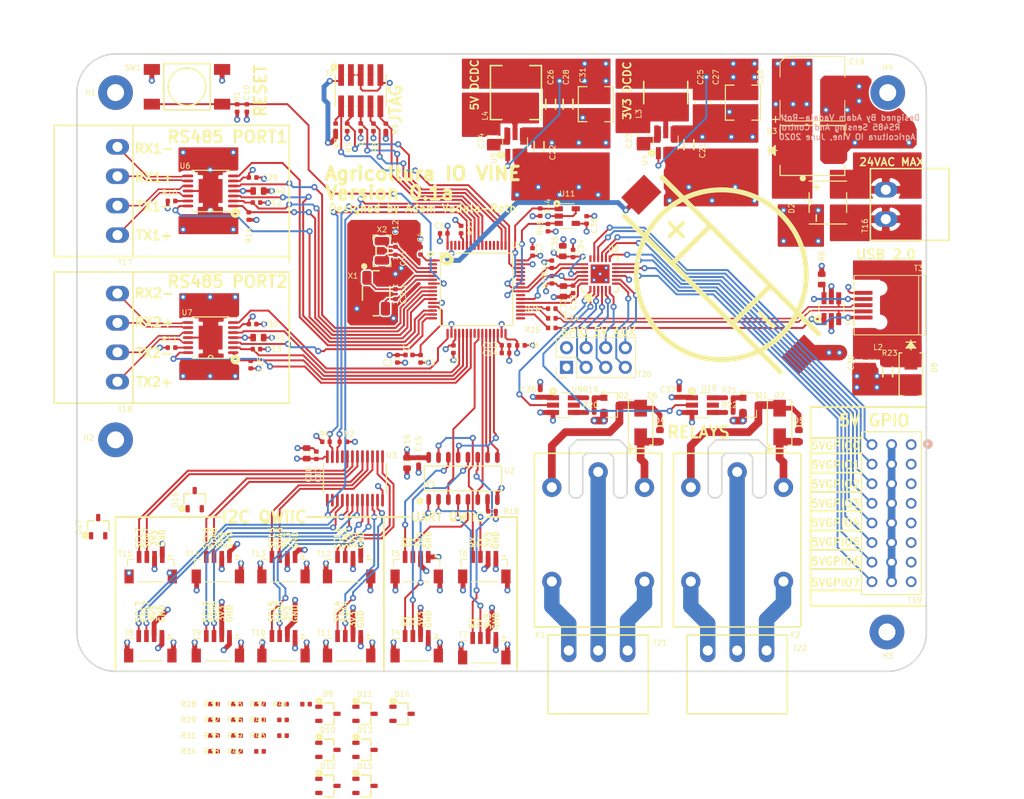
<source format=kicad_pcb>
(kicad_pcb (version 20171130) (host pcbnew "(5.1.6)-1")
  (layers (0 F.Cu signal) (1 In1.Cu power hide) (2 In2.Cu power hide) (31 B.Cu signal) (34 B.Paste user) (35 F.Paste user) (36 B.SilkS user) (37 F.SilkS user) (38 B.Mask user) (39 F.Mask user) (44 Edge.Cuts user))
  (net 0 "")
  (net 1 GND)
  (net 2 +3V3)
  (net 3 "/STM32F446RET Controller/VBAT")
  (net 4 "/STM32F446RET Controller/VDDA")
  (net 5 +24V)
  (net 6 "Net-(C23-Pad1)")
  (net 7 "Net-(C23-Pad2)")
  (net 8 "Net-(C24-Pad1)")
  (net 9 "Net-(C24-Pad2)")
  (net 10 +5V)
  (net 11 "/I2C Sensor Interfaces/I2C_SENSE1_SCL")
  (net 12 "/STM32F446RET Controller/SWDIO_TMS")
  (net 13 "/I2C Sensor Interfaces/I2C_SENSE1_SDA")
  (net 14 "/STM32F446RET Controller/SWCLK_TCK")
  (net 15 "/STM32F446RET Controller/SWO_TDO")
  (net 16 "/STM32F446RET Controller/SWO_TDI")
  (net 17 "/STM32F446RET Controller/NJTRST")
  (net 18 "Net-(T2-Pad7)")
  (net 19 "Net-(U1-Pad2)")
  (net 20 "/RS485 Interface/RS485_UART_TX1")
  (net 21 "/RS485 Interface/RS485_UART_RX1")
  (net 22 "/RS485 Interface/RS485_UART_TX2")
  (net 23 "/RS485 Interface/RS485_UART_RX2")
  (net 24 "Net-(U1-Pad24)")
  (net 25 "Net-(U1-Pad33)")
  (net 26 "/STM32F446RET Controller/UART_SENSE1_TX")
  (net 27 "/STM32F446RET Controller/UART_SENSE1_RX")
  (net 28 "Net-(U1-Pad39)")
  (net 29 "/STM32F446RET Controller/USW1_S1")
  (net 30 "/STM32F446RET Controller/USW1_EN")
  (net 31 "/STM32F446RET Controller/USW1_S0")
  (net 32 "Net-(U1-Pad44)")
  (net 33 "Net-(U1-Pad45)")
  (net 34 "Net-(U1-Pad51)")
  (net 35 "Net-(U1-Pad52)")
  (net 36 "Net-(U1-Pad53)")
  (net 37 "Net-(U1-Pad54)")
  (net 38 "/I2C Sensor Interfaces/I2C_MUX1_RESET")
  (net 39 "Net-(U1-Pad61)")
  (net 40 "Net-(U1-Pad62)")
  (net 41 "Net-(U3-Pad21)")
  (net 42 "Net-(U3-Pad2)")
  (net 43 "Net-(U3-Pad1)")
  (net 44 "/STM32F446RET Controller/OSC_IN")
  (net 45 "/STM32F446RET Controller/OSC_OUT")
  (net 46 "/STM32F446RET Controller/NRST")
  (net 47 "/STM32F446RET Controller/OSC32_OUT")
  (net 48 "/STM32F446RET Controller/OSC32_IN")
  (net 49 "/STM32F446RET Controller/VCAP1")
  (net 50 "/STM32F446RET Controller/VBUS")
  (net 51 "/STM32F446RET Controller/D-")
  (net 52 "/STM32F446RET Controller/D+")
  (net 53 "/STM32F446RET Controller/ID")
  (net 54 "/UART Sensor Interfaces/UARTS1_TX")
  (net 55 "/UART Sensor Interfaces/UARTS1_RX")
  (net 56 "/UART Sensor Interfaces/UARTS2_TX")
  (net 57 "/UART Sensor Interfaces/UARTS2_RX")
  (net 58 "/UART Sensor Interfaces/UARTS3_TX")
  (net 59 "/UART Sensor Interfaces/UARTS3_RX")
  (net 60 "/UART Sensor Interfaces/UARTS4_TX")
  (net 61 "/UART Sensor Interfaces/UARTS4_RX")
  (net 62 "Net-(R10-Pad1)")
  (net 63 "Net-(R11-Pad1)")
  (net 64 "/RS485 Interface/RS485_RE1")
  (net 65 "/RS485 Interface/RS485_RE2")
  (net 66 "/RS485 Interface/RS485_DE1")
  (net 67 "/RS485 Interface/RS485_DE2")
  (net 68 "/RS485 Interface/RS485_RX1-")
  (net 69 "/RS485 Interface/RS485_RX1+")
  (net 70 "/RS485 Interface/RS485_TX1-")
  (net 71 "/RS485 Interface/RS485_TX1+")
  (net 72 "/RS485 Interface/RS485_RX2-")
  (net 73 "/RS485 Interface/RS485_RX2+")
  (net 74 "/RS485 Interface/RS485_TX2-")
  (net 75 "/RS485 Interface/RS485_TX2+")
  (net 76 "/RS485 Interface/RS485_SL_RATE1")
  (net 77 "/RS485 Interface/RS485_TERM_EN1")
  (net 78 "/RS485 Interface/RS485_SL_RATE2")
  (net 79 "/RS485 Interface/RS485_TERM_EN2")
  (net 80 "/Power Supply/24VAC-")
  (net 81 "/Power Supply/24VAC+")
  (net 82 Earth)
  (net 83 "Net-(U1-Pad42)")
  (net 84 "Net-(U1-Pad43)")
  (net 85 "/I2C Sensor Interfaces/QWIIC_SC0")
  (net 86 "/I2C Sensor Interfaces/QWIIC_SD0")
  (net 87 "/I2C Sensor Interfaces/QWIIC_SD1")
  (net 88 "/I2C Sensor Interfaces/QWIIC_SC1")
  (net 89 "/I2C Sensor Interfaces/QWIIC_SD2")
  (net 90 "/I2C Sensor Interfaces/QWIIC_SC2")
  (net 91 "/I2C Sensor Interfaces/QWIIC_SD3")
  (net 92 "/I2C Sensor Interfaces/QWIIC_SC3")
  (net 93 "/I2C Sensor Interfaces/QWIIC_SD4")
  (net 94 "/I2C Sensor Interfaces/QWIIC_SC4")
  (net 95 "/I2C Sensor Interfaces/QWIIC_SD5")
  (net 96 "/I2C Sensor Interfaces/QWIIC_SC5")
  (net 97 "/I2C Sensor Interfaces/QWIIC_SD6")
  (net 98 "/I2C Sensor Interfaces/QWIIC_SC6")
  (net 99 "/I2C Sensor Interfaces/QWIIC_SD7")
  (net 100 "/I2C Sensor Interfaces/QWIIC_SC7")
  (net 101 "/5V IO Interfaces/IO_INT_N")
  (net 102 "/5V IO Interfaces/IO_SDA")
  (net 103 "/5V IO Interfaces/IO_SCL")
  (net 104 "/5V IO Interfaces/IO_RESET")
  (net 105 "Net-(U8-Pad18)")
  (net 106 "Net-(K1-Pad1)")
  (net 107 "Net-(K1-Pad4)")
  (net 108 "Net-(K1-Pad3)")
  (net 109 "Net-(K2-Pad1)")
  (net 110 "Net-(K2-Pad4)")
  (net 111 "Net-(K2-Pad3)")
  (net 112 "Net-(R18-Pad2)")
  (net 113 "Net-(T19-Pad24)")
  (net 114 "Net-(T19-Pad21)")
  (net 115 "Net-(T19-Pad18)")
  (net 116 "Net-(T19-Pad15)")
  (net 117 "Net-(T19-Pad12)")
  (net 118 "Net-(T19-Pad9)")
  (net 119 "Net-(T19-Pad6)")
  (net 120 "Net-(T19-Pad3)")
  (net 121 "Net-(D4-Pad2)")
  (net 122 "Net-(D5-Pad2)")
  (net 123 "Net-(Q1-Pad1)")
  (net 124 "Net-(R19-Pad1)")
  (net 125 "Net-(R20-Pad1)")
  (net 126 "Net-(R21-Pad1)")
  (net 127 "Net-(R22-Pad1)")
  (net 128 "Net-(U9-Pad5)")
  (net 129 "Net-(U10-Pad5)")
  (net 130 "Net-(Q2-Pad1)")
  (net 131 "/5V IO Interfaces/DRV1")
  (net 132 "/5V IO Interfaces/DRV2")
  (net 133 "/5V IO Interfaces/P02")
  (net 134 "/5V IO Interfaces/P03")
  (net 135 "/5V IO Interfaces/P04")
  (net 136 "/5V IO Interfaces/P05")
  (net 137 "/5V IO Interfaces/P06")
  (net 138 "/5V IO Interfaces/P07")
  (net 139 "/STM32F446RET Controller/MCU_D-")
  (net 140 "/STM32F446RET Controller/MCU_VBUS")
  (net 141 "/STM32F446RET Controller/MCU_D+")
  (net 142 "Net-(R27-Pad1)")
  (net 143 "Net-(C39-Pad2)")
  (module AVR-KiCAD-Lib-Resistors:R0402 (layer F.Cu) (at 166 82.5 90)
    (fp_text reference R45 (at 0 -1 90) (layer F.SilkS) (effects (font (size 0.7 0.7) (thickness 0.1))))
    (fp_text value RC0402FR-074K7L)
    (pad 1 smd roundrect (at -0.483 0 90) (size 0.559 0.61) (layers F.Cu F.Paste F.Mask) (net 2 +3V3))
    (pad 2 smd roundrect (at 0.483 0 90) (size 0.559 0.61) (layers F.Cu F.Paste F.Mask) (net 102 "/5V IO Interfaces/IO_SDA"))
  )
  (module AVR-KiCAD-Lib-Resistors:R0402 (layer F.Cu) (at 165 80.5 90)
    (fp_text reference R44 (at 0.75 1 90) (layer F.SilkS) (effects (font (size 0.7 0.7) (thickness 0.1))))
    (fp_text value RC0402FR-074K7L)
    (pad 1 smd roundrect (at -0.483 0 90) (size 0.559 0.61) (layers F.Cu F.Paste F.Mask) (net 2 +3V3))
    (pad 2 smd roundrect (at 0.483 0 90) (size 0.559 0.61) (layers F.Cu F.Paste F.Mask) (net 103 "/5V IO Interfaces/IO_SCL"))
  )
  (module AVR-KiCAD-Lib-Capacitors:C0603 (layer F.Cu) (at 206.25 99.75 90)
    (fp_text reference C39 (at -0.25 -1 90) (layer F.SilkS) (effects (font (size 0.7 0.7) (thickness 0.1))))
    (fp_text value C0603X103K1RAC3316 hide)
    (pad 2 smd roundrect (at 0.68 0 90) (size 0.74 1) (layers F.Cu F.Paste F.Mask) (net 143 "Net-(C39-Pad2)"))
    (pad 1 smd roundrect (at -0.68 0 90) (size 0.74 1) (layers F.Cu F.Paste F.Mask) (net 1 GND))
  )
  (module AVR-KiCAD-Lib-Diodes:SOT-23 (layer F.Cu) (at 107.75 121.25 90)
    (fp_text reference D17 (at 0 -2.55 90) (layer F.SilkS) (effects (font (size 0.7 0.7) (thickness 0.1))))
    (fp_text value PESD3V3L2BT,215)
    (pad 2 smd roundrect (at -1.175 0.915 90) (size 0.95 0.55) (layers F.Cu F.Paste F.Mask) (net 100 "/I2C Sensor Interfaces/QWIIC_SC7"))
    (pad 1 smd roundrect (at -1.175 -0.915 90) (size 0.95 0.55) (layers F.Cu F.Paste F.Mask) (net 99 "/I2C Sensor Interfaces/QWIIC_SD7"))
    (pad 3 smd roundrect (at 1.175 0 90) (size 0.95 0.55) (layers F.Cu F.Paste F.Mask) (net 2 +3V3))
  )
  (module AVR-KiCAD-Lib-Diodes:SOT-23 (layer F.Cu) (at 120.25 117.75 90)
    (fp_text reference D16 (at 0 -2.55 90) (layer F.SilkS) (effects (font (size 0.7 0.7) (thickness 0.1))))
    (fp_text value PESD3V3L2BT,215)
    (pad 2 smd roundrect (at -1.175 0.915 90) (size 0.95 0.55) (layers F.Cu F.Paste F.Mask) (net 98 "/I2C Sensor Interfaces/QWIIC_SC6"))
    (pad 1 smd roundrect (at -1.175 -0.915 90) (size 0.95 0.55) (layers F.Cu F.Paste F.Mask) (net 97 "/I2C Sensor Interfaces/QWIIC_SD6"))
    (pad 3 smd roundrect (at 1.175 0 90) (size 0.95 0.55) (layers F.Cu F.Paste F.Mask) (net 2 +3V3))
  )
  (module AVR-KiCAD-Lib-Diodes:SOT-23 (layer F.Cu) (at 142.3 154.84)
    (fp_text reference D15 (at 0 -2.55) (layer F.SilkS) (effects (font (size 0.7 0.7) (thickness 0.1))))
    (fp_text value PESD3V3L2BT,215)
    (pad 2 smd roundrect (at -1.175 0.915) (size 0.95 0.55) (layers F.Cu F.Paste F.Mask) (net 96 "/I2C Sensor Interfaces/QWIIC_SC5"))
    (pad 1 smd roundrect (at -1.175 -0.915) (size 0.95 0.55) (layers F.Cu F.Paste F.Mask) (net 95 "/I2C Sensor Interfaces/QWIIC_SD5"))
    (pad 3 smd roundrect (at 1.175 0) (size 0.95 0.55) (layers F.Cu F.Paste F.Mask) (net 2 +3V3))
  )
  (module AVR-KiCAD-Lib-Diodes:SOT-23 (layer F.Cu) (at 147.1 145.5)
    (fp_text reference D14 (at 0 -2.55) (layer F.SilkS) (effects (font (size 0.7 0.7) (thickness 0.1))))
    (fp_text value PESD3V3L2BT,215)
    (pad 2 smd roundrect (at -1.175 0.915) (size 0.95 0.55) (layers F.Cu F.Paste F.Mask) (net 94 "/I2C Sensor Interfaces/QWIIC_SC4"))
    (pad 1 smd roundrect (at -1.175 -0.915) (size 0.95 0.55) (layers F.Cu F.Paste F.Mask) (net 93 "/I2C Sensor Interfaces/QWIIC_SD4"))
    (pad 3 smd roundrect (at 1.175 0) (size 0.95 0.55) (layers F.Cu F.Paste F.Mask) (net 2 +3V3))
  )
  (module AVR-KiCAD-Lib-Diodes:SOT-23 (layer F.Cu) (at 142.3 150.17)
    (fp_text reference D13 (at 0 -2.55) (layer F.SilkS) (effects (font (size 0.7 0.7) (thickness 0.1))))
    (fp_text value PESD3V3L2BT,215)
    (pad 2 smd roundrect (at -1.175 0.915) (size 0.95 0.55) (layers F.Cu F.Paste F.Mask) (net 92 "/I2C Sensor Interfaces/QWIIC_SC3"))
    (pad 1 smd roundrect (at -1.175 -0.915) (size 0.95 0.55) (layers F.Cu F.Paste F.Mask) (net 91 "/I2C Sensor Interfaces/QWIIC_SD3"))
    (pad 3 smd roundrect (at 1.175 0) (size 0.95 0.55) (layers F.Cu F.Paste F.Mask) (net 2 +3V3))
  )
  (module AVR-KiCAD-Lib-Diodes:SOT-23 (layer F.Cu) (at 137.5 154.84)
    (fp_text reference D12 (at 0 -2.55) (layer F.SilkS) (effects (font (size 0.7 0.7) (thickness 0.1))))
    (fp_text value PESD3V3L2BT,215)
    (pad 2 smd roundrect (at -1.175 0.915) (size 0.95 0.55) (layers F.Cu F.Paste F.Mask) (net 90 "/I2C Sensor Interfaces/QWIIC_SC2"))
    (pad 1 smd roundrect (at -1.175 -0.915) (size 0.95 0.55) (layers F.Cu F.Paste F.Mask) (net 89 "/I2C Sensor Interfaces/QWIIC_SD2"))
    (pad 3 smd roundrect (at 1.175 0) (size 0.95 0.55) (layers F.Cu F.Paste F.Mask) (net 2 +3V3))
  )
  (module AVR-KiCAD-Lib-Diodes:SOT-23 (layer F.Cu) (at 142.3 145.5)
    (fp_text reference D11 (at 0 -2.55) (layer F.SilkS) (effects (font (size 0.7 0.7) (thickness 0.1))))
    (fp_text value PESD3V3L2BT,215)
    (pad 2 smd roundrect (at -1.175 0.915) (size 0.95 0.55) (layers F.Cu F.Paste F.Mask) (net 88 "/I2C Sensor Interfaces/QWIIC_SC1"))
    (pad 1 smd roundrect (at -1.175 -0.915) (size 0.95 0.55) (layers F.Cu F.Paste F.Mask) (net 87 "/I2C Sensor Interfaces/QWIIC_SD1"))
    (pad 3 smd roundrect (at 1.175 0) (size 0.95 0.55) (layers F.Cu F.Paste F.Mask) (net 2 +3V3))
  )
  (module AVR-KiCAD-Lib-Diodes:SOT-23 (layer F.Cu) (at 137.5 150.17)
    (fp_text reference D10 (at 0 -2.55) (layer F.SilkS) (effects (font (size 0.7 0.7) (thickness 0.1))))
    (fp_text value PESD3V3L2BT,215)
    (pad 2 smd roundrect (at -1.175 0.915) (size 0.95 0.55) (layers F.Cu F.Paste F.Mask) (net 85 "/I2C Sensor Interfaces/QWIIC_SC0"))
    (pad 1 smd roundrect (at -1.175 -0.915) (size 0.95 0.55) (layers F.Cu F.Paste F.Mask) (net 86 "/I2C Sensor Interfaces/QWIIC_SD0"))
    (pad 3 smd roundrect (at 1.175 0) (size 0.95 0.55) (layers F.Cu F.Paste F.Mask) (net 2 +3V3))
  )
  (module AVR-KiCAD-Lib-Diodes:SOT-23 (layer F.Cu) (at 137.5 145.5)
    (fp_text reference D9 (at 0 -2.55) (layer F.SilkS) (effects (font (size 0.7 0.7) (thickness 0.1))))
    (fp_text value PESD3V3L2BT,215)
    (pad 2 smd roundrect (at -1.175 0.915) (size 0.95 0.55) (layers F.Cu F.Paste F.Mask) (net 100 "/I2C Sensor Interfaces/QWIIC_SC7"))
    (pad 1 smd roundrect (at -1.175 -0.915) (size 0.95 0.55) (layers F.Cu F.Paste F.Mask) (net 99 "/I2C Sensor Interfaces/QWIIC_SD7"))
    (pad 3 smd roundrect (at 1.175 0) (size 0.95 0.55) (layers F.Cu F.Paste F.Mask) (net 2 +3V3))
  )
  (module AVR-KiCAD-Lib-Resistors:R0402 (layer F.Cu) (at 131.69 148.33)
    (fp_text reference R43 (at -3.302 0) (layer F.SilkS) (effects (font (size 0.7 0.7) (thickness 0.1))))
    (fp_text value RC0402FR-074K7L)
    (pad 1 smd roundrect (at -0.483 0) (size 0.559 0.61) (layers F.Cu F.Paste F.Mask) (net 2 +3V3))
    (pad 2 smd roundrect (at 0.483 0) (size 0.559 0.61) (layers F.Cu F.Paste F.Mask) (net 97 "/I2C Sensor Interfaces/QWIIC_SD6"))
  )
  (module AVR-KiCAD-Lib-Resistors:R0402 (layer F.Cu) (at 128.71 150.37)
    (fp_text reference R42 (at -3.302 0) (layer F.SilkS) (effects (font (size 0.7 0.7) (thickness 0.1))))
    (fp_text value RC0402FR-074K7L)
    (pad 1 smd roundrect (at -0.483 0) (size 0.559 0.61) (layers F.Cu F.Paste F.Mask) (net 2 +3V3))
    (pad 2 smd roundrect (at 0.483 0) (size 0.559 0.61) (layers F.Cu F.Paste F.Mask) (net 98 "/I2C Sensor Interfaces/QWIIC_SC6"))
  )
  (module AVR-KiCAD-Lib-Resistors:R0402 (layer F.Cu) (at 134.67 144.25)
    (fp_text reference R41 (at -3.302 0) (layer F.SilkS) (effects (font (size 0.7 0.7) (thickness 0.1))))
    (fp_text value RC0402FR-074K7L)
    (pad 1 smd roundrect (at -0.483 0) (size 0.559 0.61) (layers F.Cu F.Paste F.Mask) (net 2 +3V3))
    (pad 2 smd roundrect (at 0.483 0) (size 0.559 0.61) (layers F.Cu F.Paste F.Mask) (net 95 "/I2C Sensor Interfaces/QWIIC_SD5"))
  )
  (module AVR-KiCAD-Lib-Resistors:R0402 (layer F.Cu) (at 131.69 146.29)
    (fp_text reference R40 (at -3.302 0) (layer F.SilkS) (effects (font (size 0.7 0.7) (thickness 0.1))))
    (fp_text value RC0402FR-074K7L)
    (pad 1 smd roundrect (at -0.483 0) (size 0.559 0.61) (layers F.Cu F.Paste F.Mask) (net 2 +3V3))
    (pad 2 smd roundrect (at 0.483 0) (size 0.559 0.61) (layers F.Cu F.Paste F.Mask) (net 96 "/I2C Sensor Interfaces/QWIIC_SC5"))
  )
  (module AVR-KiCAD-Lib-Resistors:R0402 (layer F.Cu) (at 128.71 148.33)
    (fp_text reference R39 (at -3.302 0) (layer F.SilkS) (effects (font (size 0.7 0.7) (thickness 0.1))))
    (fp_text value RC0402FR-074K7L)
    (pad 1 smd roundrect (at -0.483 0) (size 0.559 0.61) (layers F.Cu F.Paste F.Mask) (net 2 +3V3))
    (pad 2 smd roundrect (at 0.483 0) (size 0.559 0.61) (layers F.Cu F.Paste F.Mask) (net 93 "/I2C Sensor Interfaces/QWIIC_SD4"))
  )
  (module AVR-KiCAD-Lib-Resistors:R0402 (layer F.Cu) (at 125.73 150.37)
    (fp_text reference R38 (at -3.302 0) (layer F.SilkS) (effects (font (size 0.7 0.7) (thickness 0.1))))
    (fp_text value RC0402FR-074K7L)
    (pad 1 smd roundrect (at -0.483 0) (size 0.559 0.61) (layers F.Cu F.Paste F.Mask) (net 2 +3V3))
    (pad 2 smd roundrect (at 0.483 0) (size 0.559 0.61) (layers F.Cu F.Paste F.Mask) (net 94 "/I2C Sensor Interfaces/QWIIC_SC4"))
  )
  (module AVR-KiCAD-Lib-Resistors:R0402 (layer F.Cu) (at 131.69 144.25)
    (fp_text reference R37 (at -3.302 0) (layer F.SilkS) (effects (font (size 0.7 0.7) (thickness 0.1))))
    (fp_text value RC0402FR-074K7L)
    (pad 1 smd roundrect (at -0.483 0) (size 0.559 0.61) (layers F.Cu F.Paste F.Mask) (net 2 +3V3))
    (pad 2 smd roundrect (at 0.483 0) (size 0.559 0.61) (layers F.Cu F.Paste F.Mask) (net 91 "/I2C Sensor Interfaces/QWIIC_SD3"))
  )
  (module AVR-KiCAD-Lib-Resistors:R0402 (layer F.Cu) (at 128.71 146.29)
    (fp_text reference R36 (at -3.302 0) (layer F.SilkS) (effects (font (size 0.7 0.7) (thickness 0.1))))
    (fp_text value RC0402FR-074K7L)
    (pad 1 smd roundrect (at -0.483 0) (size 0.559 0.61) (layers F.Cu F.Paste F.Mask) (net 2 +3V3))
    (pad 2 smd roundrect (at 0.483 0) (size 0.559 0.61) (layers F.Cu F.Paste F.Mask) (net 92 "/I2C Sensor Interfaces/QWIIC_SC3"))
  )
  (module AVR-KiCAD-Lib-Resistors:R0402 (layer F.Cu) (at 125.73 148.33)
    (fp_text reference R35 (at -3.302 0) (layer F.SilkS) (effects (font (size 0.7 0.7) (thickness 0.1))))
    (fp_text value RC0402FR-074K7L)
    (pad 1 smd roundrect (at -0.483 0) (size 0.559 0.61) (layers F.Cu F.Paste F.Mask) (net 2 +3V3))
    (pad 2 smd roundrect (at 0.483 0) (size 0.559 0.61) (layers F.Cu F.Paste F.Mask) (net 89 "/I2C Sensor Interfaces/QWIIC_SD2"))
  )
  (module AVR-KiCAD-Lib-Resistors:R0402 (layer F.Cu) (at 122.75 150.37)
    (fp_text reference R34 (at -3.302 0) (layer F.SilkS) (effects (font (size 0.7 0.7) (thickness 0.1))))
    (fp_text value RC0402FR-074K7L)
    (pad 1 smd roundrect (at -0.483 0) (size 0.559 0.61) (layers F.Cu F.Paste F.Mask) (net 2 +3V3))
    (pad 2 smd roundrect (at 0.483 0) (size 0.559 0.61) (layers F.Cu F.Paste F.Mask) (net 90 "/I2C Sensor Interfaces/QWIIC_SC2"))
  )
  (module AVR-KiCAD-Lib-Resistors:R0402 (layer F.Cu) (at 128.71 144.25)
    (fp_text reference R33 (at -3.302 0) (layer F.SilkS) (effects (font (size 0.7 0.7) (thickness 0.1))))
    (fp_text value RC0402FR-074K7L)
    (pad 1 smd roundrect (at -0.483 0) (size 0.559 0.61) (layers F.Cu F.Paste F.Mask) (net 2 +3V3))
    (pad 2 smd roundrect (at 0.483 0) (size 0.559 0.61) (layers F.Cu F.Paste F.Mask) (net 87 "/I2C Sensor Interfaces/QWIIC_SD1"))
  )
  (module AVR-KiCAD-Lib-Resistors:R0402 (layer F.Cu) (at 125.73 146.29)
    (fp_text reference R32 (at -3.302 0) (layer F.SilkS) (effects (font (size 0.7 0.7) (thickness 0.1))))
    (fp_text value RC0402FR-074K7L)
    (pad 1 smd roundrect (at -0.483 0) (size 0.559 0.61) (layers F.Cu F.Paste F.Mask) (net 2 +3V3))
    (pad 2 smd roundrect (at 0.483 0) (size 0.559 0.61) (layers F.Cu F.Paste F.Mask) (net 88 "/I2C Sensor Interfaces/QWIIC_SC1"))
  )
  (module AVR-KiCAD-Lib-Resistors:R0402 (layer F.Cu) (at 122.75 148.33)
    (fp_text reference R31 (at -3.302 0) (layer F.SilkS) (effects (font (size 0.7 0.7) (thickness 0.1))))
    (fp_text value RC0402FR-074K7L)
    (pad 1 smd roundrect (at -0.483 0) (size 0.559 0.61) (layers F.Cu F.Paste F.Mask) (net 2 +3V3))
    (pad 2 smd roundrect (at 0.483 0) (size 0.559 0.61) (layers F.Cu F.Paste F.Mask) (net 86 "/I2C Sensor Interfaces/QWIIC_SD0"))
  )
  (module AVR-KiCAD-Lib-Resistors:R0402 (layer F.Cu) (at 125.73 144.25)
    (fp_text reference R30 (at -3.302 0) (layer F.SilkS) (effects (font (size 0.7 0.7) (thickness 0.1))))
    (fp_text value RC0402FR-074K7L)
    (pad 1 smd roundrect (at -0.483 0) (size 0.559 0.61) (layers F.Cu F.Paste F.Mask) (net 2 +3V3))
    (pad 2 smd roundrect (at 0.483 0) (size 0.559 0.61) (layers F.Cu F.Paste F.Mask) (net 85 "/I2C Sensor Interfaces/QWIIC_SC0"))
  )
  (module AVR-KiCAD-Lib-Resistors:R0402 (layer F.Cu) (at 122.75 146.29)
    (fp_text reference R29 (at -3.302 0) (layer F.SilkS) (effects (font (size 0.7 0.7) (thickness 0.1))))
    (fp_text value RC0402FR-074K7L)
    (pad 1 smd roundrect (at -0.483 0) (size 0.559 0.61) (layers F.Cu F.Paste F.Mask) (net 2 +3V3))
    (pad 2 smd roundrect (at 0.483 0) (size 0.559 0.61) (layers F.Cu F.Paste F.Mask) (net 99 "/I2C Sensor Interfaces/QWIIC_SD7"))
  )
  (module AVR-KiCAD-Lib-Resistors:R0402 (layer F.Cu) (at 122.75 144.25)
    (fp_text reference R28 (at -3.302 0) (layer F.SilkS) (effects (font (size 0.7 0.7) (thickness 0.1))))
    (fp_text value RC0402FR-074K7L)
    (pad 1 smd roundrect (at -0.483 0) (size 0.559 0.61) (layers F.Cu F.Paste F.Mask) (net 2 +3V3))
    (pad 2 smd roundrect (at 0.483 0) (size 0.559 0.61) (layers F.Cu F.Paste F.Mask) (net 100 "/I2C Sensor Interfaces/QWIIC_SC7"))
  )
  (module AVR-KiCAD-Lib-Resistors:R0402 (layer F.Cu) (at 154.75 82.75 90)
    (fp_text reference R27 (at 0.25 1.25 90) (layer F.SilkS) (effects (font (size 0.7 0.7) (thickness 0.1))))
    (fp_text value RC0402FR-0710KL)
    (pad 1 smd roundrect (at -0.483 0 90) (size 0.559 0.61) (layers F.Cu F.Paste F.Mask) (net 142 "Net-(R27-Pad1)"))
    (pad 2 smd roundrect (at 0.483 0 90) (size 0.559 0.61) (layers F.Cu F.Paste F.Mask) (net 1 GND))
  )
  (module AVR-KiCAD-Lib-Resistors:R0402 (layer F.Cu) (at 166.5 93)
    (fp_text reference R26 (at -2.5 0) (layer F.SilkS) (effects (font (size 0.7 0.7) (thickness 0.1))))
    (fp_text value RC0402FR-0722RL)
    (pad 1 smd roundrect (at -0.483 0) (size 0.559 0.61) (layers F.Cu F.Paste F.Mask) (net 141 "/STM32F446RET Controller/MCU_D+"))
    (pad 2 smd roundrect (at 0.483 0) (size 0.559 0.61) (layers F.Cu F.Paste F.Mask) (net 52 "/STM32F446RET Controller/D+"))
  )
  (module AVR-KiCAD-Lib-Resistors:R0402 (layer F.Cu) (at 166.5 95.5)
    (fp_text reference R25 (at -2.5 0.25) (layer F.SilkS) (effects (font (size 0.7 0.7) (thickness 0.1))))
    (fp_text value RC0402FR-0710KL)
    (pad 1 smd roundrect (at -0.483 0) (size 0.559 0.61) (layers F.Cu F.Paste F.Mask) (net 140 "/STM32F446RET Controller/MCU_VBUS"))
    (pad 2 smd roundrect (at 0.483 0) (size 0.559 0.61) (layers F.Cu F.Paste F.Mask) (net 50 "/STM32F446RET Controller/VBUS"))
  )
  (module AVR-KiCAD-Lib-Resistors:R0402 (layer F.Cu) (at 166.5 94.25)
    (fp_text reference R24 (at 2.5 0) (layer F.SilkS) (effects (font (size 0.7 0.7) (thickness 0.1))))
    (fp_text value RC0402FR-0722RL)
    (pad 1 smd roundrect (at -0.483 0) (size 0.559 0.61) (layers F.Cu F.Paste F.Mask) (net 139 "/STM32F446RET Controller/MCU_D-"))
    (pad 2 smd roundrect (at 0.483 0) (size 0.559 0.61) (layers F.Cu F.Paste F.Mask) (net 51 "/STM32F446RET Controller/D-"))
  )
  (module AVR-KiCAD-Lib-ICs:SOT-23-5 (layer F.Cu) (at 168.5 81)
    (fp_text reference U11 (at 0 -2.9) (layer F.SilkS) (effects (font (size 0.7 0.7) (thickness 0.1))))
    (fp_text value AT24C16D-STUM-T)
    (pad 1 smd rect (at -1.1 -0.95) (size 1.06 0.65) (layers F.Cu F.Paste F.Mask) (net 103 "/5V IO Interfaces/IO_SCL"))
    (pad 2 smd rect (at -1.1 0) (size 1.06 0.65) (layers F.Cu F.Paste F.Mask) (net 1 GND))
    (pad 3 smd rect (at -1.1 0.95) (size 1.06 0.65) (layers F.Cu F.Paste F.Mask) (net 102 "/5V IO Interfaces/IO_SDA"))
    (pad 4 smd rect (at 1.1 0.95) (size 1.06 0.65) (layers F.Cu F.Paste F.Mask) (net 2 +3V3))
    (pad 5 smd rect (at 1.1 -0.95) (size 1.06 0.65) (layers F.Cu F.Paste F.Mask) (net 1 GND))
  )
  (module AVR-KiCAD-Lib-Resistors:R1206 (layer F.Cu) (at 210 101.2 270)
    (fp_text reference R23 (at -2.45 -0.25 180) (layer F.SilkS) (effects (font (size 0.7 0.7) (thickness 0.1))))
    (fp_text value RC1206FR-071ML)
    (pad 2 smd roundrect (at 1.325 0 270) (size 1.1 2) (layers F.Cu F.Paste F.Mask) (net 1 GND))
    (pad 1 smd roundrect (at -1.325 0 270) (size 1.1 2) (layers F.Cu F.Paste F.Mask) (net 143 "Net-(C39-Pad2)"))
  )
  (module AVR-KiCAD-Lib-Diodes:SMAJ30CA (layer F.Cu) (at 213 101.5 270)
    (fp_text reference D8 (at -0.85 -3.05 90) (layer F.SilkS) (effects (font (size 0.7 0.7) (thickness 0.1))))
    (fp_text value SMAJ30CA)
    (pad 2 smd rect (at 1.7018 0) (size 1.651 2.1844) (layers F.Cu F.Paste F.Mask) (net 1 GND))
    (pad 1 smd rect (at -1.7018 0) (size 1.651 2.1844) (layers F.Cu F.Paste F.Mask) (net 143 "Net-(C39-Pad2)"))
  )
  (module AVR-KiCAD-Lib-Resistors:R0402 (layer F.Cu) (at 171 81.5 90)
    (fp_text reference C38 (at -0.75 1 90) (layer F.SilkS) (effects (font (size 0.7 0.7) (thickness 0.1))))
    (fp_text value C0402C104K9PACTU)
    (pad 1 smd roundrect (at -0.483 0 90) (size 0.559 0.61) (layers F.Cu F.Paste F.Mask) (net 2 +3V3))
    (pad 2 smd roundrect (at 0.483 0 90) (size 0.559 0.61) (layers F.Cu F.Paste F.Mask) (net 1 GND))
  )
  (module AVR-KiCAD-Lib-Connectors:0395121003 (layer F.Cu) (at 190.5 137.3)
    (fp_text reference T22 (at 8.1 -0.3) (layer F.SilkS) (effects (font (size 0.7 0.7) (thickness 0.1))))
    (fp_text value 0395121003)
    (pad 1 thru_hole oval (at -3.81 0) (size 2 3) (drill 1.3) (layers *.Cu *.Mask) (net 110 "Net-(K2-Pad4)"))
    (pad 3 thru_hole oval (at 3.81 0) (size 2 3) (drill 1.3) (layers *.Cu *.Mask) (net 111 "Net-(K2-Pad3)"))
    (pad 2 thru_hole oval (at 0 0) (size 2 3) (drill 1.3) (layers *.Cu *.Mask) (net 109 "Net-(K2-Pad1)"))
  )
  (module AVR-KiCAD-Lib-Connectors:0395121003 (layer F.Cu) (at 172.5 137.3)
    (fp_text reference T21 (at 8 -1) (layer F.SilkS) (effects (font (size 0.7 0.7) (thickness 0.1))))
    (fp_text value 0395121003)
    (pad 1 thru_hole oval (at -3.81 0) (size 2 3) (drill 1.3) (layers *.Cu *.Mask) (net 107 "Net-(K1-Pad4)"))
    (pad 3 thru_hole oval (at 3.81 0) (size 2 3) (drill 1.3) (layers *.Cu *.Mask) (net 108 "Net-(K1-Pad3)"))
    (pad 2 thru_hole oval (at 0 0) (size 2 3) (drill 1.3) (layers *.Cu *.Mask) (net 106 "Net-(K1-Pad1)"))
  )
  (module AVR-KiCAD-Lib-Connectors:Pin_Header_Straight_2x04_Pitch2.54mm (layer F.Cu) (at 168.4 100.6 90)
    (fp_text reference T20 (at -0.9 10.1 180) (layer F.SilkS) (effects (font (size 0.7 0.7) (thickness 0.1))))
    (fp_text value 0010897080)
    (pad 1 thru_hole rect (at 0 0 90) (size 1.7 1.7) (drill 1) (layers *.Cu *.Mask) (net 10 +5V))
    (pad 2 thru_hole oval (at 2.54 0 90) (size 1.7 1.7) (drill 1) (layers *.Cu *.Mask) (net 1 GND))
    (pad 3 thru_hole oval (at 0 2.54 90) (size 1.7 1.7) (drill 1) (layers *.Cu *.Mask) (net 133 "/5V IO Interfaces/P02"))
    (pad 4 thru_hole oval (at 2.54 2.54 90) (size 1.7 1.7) (drill 1) (layers *.Cu *.Mask) (net 134 "/5V IO Interfaces/P03"))
    (pad 5 thru_hole oval (at 0 5.08 90) (size 1.7 1.7) (drill 1) (layers *.Cu *.Mask) (net 135 "/5V IO Interfaces/P04"))
    (pad 6 thru_hole oval (at 2.54 5.08 90) (size 1.7 1.7) (drill 1) (layers *.Cu *.Mask) (net 136 "/5V IO Interfaces/P05"))
    (pad 7 thru_hole oval (at 0 7.62 90) (size 1.7 1.7) (drill 1) (layers *.Cu *.Mask) (net 137 "/5V IO Interfaces/P06"))
    (pad 8 thru_hole oval (at 2.54 7.62 90) (size 1.7 1.7) (drill 1) (layers *.Cu *.Mask) (net 138 "/5V IO Interfaces/P07"))
  )
  (module AVR-KiCAD-Lib-ICs:TCA6416ARTWR (layer F.Cu) (at 172.75 88.5 90)
    (fp_text reference U8 (at 3.25 1.75) (layer F.SilkS) (effects (font (size 0.7 0.7) (thickness 0.1))))
    (fp_text value TCA6416ARTWR hide)
    (pad 25 thru_hole circle (at 0.7874 -0.7874 90) (size 0.508 0.508) (drill 0.254) (layers *.Cu *.Mask) (net 1 GND))
    (pad 25 thru_hole circle (at 0.7874 0.7874 90) (size 0.508 0.508) (drill 0.254) (layers *.Cu *.Mask) (net 1 GND))
    (pad 25 thru_hole circle (at 0 0 90) (size 0.508 0.508) (drill 0.254) (layers *.Cu *.Mask) (net 1 GND))
    (pad 25 thru_hole circle (at -0.7874 -0.7874 90) (size 0.508 0.508) (drill 0.254) (layers *.Cu *.Mask) (net 1 GND))
    (pad 25 thru_hole circle (at -0.7874 0.7874 90) (size 0.508 0.508) (drill 0.254) (layers *.Cu *.Mask) (net 1 GND))
    (pad 25 smd rect (at 0 0 90) (size 2.45 2.45) (layers F.Cu F.Paste F.Mask) (net 1 GND))
    (pad 24 smd rect (at -1.250315 -1.975 90) (size 0.28 0.85) (layers F.Cu F.Paste F.Mask) (net 104 "/5V IO Interfaces/IO_RESET"))
    (pad 23 smd rect (at -0.750189 -1.975 90) (size 0.28 0.85) (layers F.Cu F.Paste F.Mask) (net 2 +3V3))
    (pad 22 smd rect (at -0.250063 -1.975 90) (size 0.28 0.85) (layers F.Cu F.Paste F.Mask) (net 101 "/5V IO Interfaces/IO_INT_N"))
    (pad 21 smd rect (at 0.250063 -1.975 90) (size 0.28 0.85) (layers F.Cu F.Paste F.Mask) (net 10 +5V))
    (pad 20 smd rect (at 0.750189 -1.975 90) (size 0.28 0.85) (layers F.Cu F.Paste F.Mask) (net 102 "/5V IO Interfaces/IO_SDA"))
    (pad 19 smd rect (at 1.250315 -1.975 90) (size 0.28 0.85) (layers F.Cu F.Paste F.Mask) (net 103 "/5V IO Interfaces/IO_SCL"))
    (pad 18 smd rect (at 1.975 -1.25 180) (size 0.28 0.85) (layers F.Cu F.Paste F.Mask) (net 105 "Net-(U8-Pad18)"))
    (pad 17 smd rect (at 1.975 -0.750001 180) (size 0.28 0.85) (layers F.Cu F.Paste F.Mask) (net 120 "Net-(T19-Pad3)"))
    (pad 16 smd rect (at 1.975 -0.25 180) (size 0.28 0.85) (layers F.Cu F.Paste F.Mask) (net 119 "Net-(T19-Pad6)"))
    (pad 15 smd rect (at 1.975 0.25 180) (size 0.28 0.85) (layers F.Cu F.Paste F.Mask) (net 118 "Net-(T19-Pad9)"))
    (pad 14 smd rect (at 1.975 0.750001 180) (size 0.28 0.85) (layers F.Cu F.Paste F.Mask) (net 117 "Net-(T19-Pad12)"))
    (pad 13 smd rect (at 1.975 1.25 180) (size 0.28 0.85) (layers F.Cu F.Paste F.Mask) (net 116 "Net-(T19-Pad15)"))
    (pad 12 smd rect (at 1.250315 1.975 90) (size 0.28 0.85) (layers F.Cu F.Paste F.Mask) (net 115 "Net-(T19-Pad18)"))
    (pad 11 smd rect (at 0.750189 1.975 90) (size 0.28 0.85) (layers F.Cu F.Paste F.Mask) (net 114 "Net-(T19-Pad21)"))
    (pad 10 smd rect (at 0.250063 1.975 90) (size 0.28 0.85) (layers F.Cu F.Paste F.Mask) (net 113 "Net-(T19-Pad24)"))
    (pad 9 smd rect (at -0.250063 1.975 90) (size 0.28 0.85) (layers F.Cu F.Paste F.Mask) (net 1 GND))
    (pad 8 smd rect (at -0.750189 1.975 90) (size 0.28 0.85) (layers F.Cu F.Paste F.Mask) (net 138 "/5V IO Interfaces/P07"))
    (pad 7 smd rect (at -1.250315 1.975 90) (size 0.28 0.85) (layers F.Cu F.Paste F.Mask) (net 137 "/5V IO Interfaces/P06"))
    (pad 6 smd rect (at -1.975 1.25 180) (size 0.28 0.85) (layers F.Cu F.Paste F.Mask) (net 136 "/5V IO Interfaces/P05"))
    (pad 5 smd rect (at -1.975 0.750001 180) (size 0.28 0.85) (layers F.Cu F.Paste F.Mask) (net 135 "/5V IO Interfaces/P04"))
    (pad 4 smd rect (at -1.975 0.25 180) (size 0.28 0.85) (layers F.Cu F.Paste F.Mask) (net 134 "/5V IO Interfaces/P03"))
    (pad 3 smd rect (at -1.975 -0.25 180) (size 0.28 0.85) (layers F.Cu F.Paste F.Mask) (net 133 "/5V IO Interfaces/P02"))
    (pad 2 smd rect (at -1.975 -0.750001 180) (size 0.28 0.85) (layers F.Cu F.Paste F.Mask) (net 132 "/5V IO Interfaces/DRV2"))
    (pad 1 smd rect (at -1.975 -1.25 180) (size 0.28 0.85) (layers F.Cu F.Paste F.Mask) (net 131 "/5V IO Interfaces/DRV1"))
  )
  (module growbox-KiCAD-ICs:SOT-23-6_Handsoldering (layer F.Cu) (at 186 105.5)
    (fp_text reference U10 (at 0.865 -2.25) (layer F.SilkS) (effects (font (size 0.7 0.7) (thickness 0.1))))
    (fp_text value ZXGD3009E6TA)
    (pad 1 smd rect (at -1.35 -0.95) (size 1.56 0.65) (layers F.Cu F.Paste F.Mask) (net 10 +5V))
    (pad 2 smd rect (at -1.35 0) (size 1.56 0.65) (layers F.Cu F.Paste F.Mask) (net 132 "/5V IO Interfaces/DRV2"))
    (pad 3 smd rect (at -1.35 0.95) (size 1.56 0.65) (layers F.Cu F.Paste F.Mask) (net 1 GND))
    (pad 4 smd rect (at 1.35 0.95) (size 1.56 0.65) (layers F.Cu F.Paste F.Mask) (net 127 "Net-(R22-Pad1)"))
    (pad 6 smd rect (at 1.35 -0.95) (size 1.56 0.65) (layers F.Cu F.Paste F.Mask) (net 126 "Net-(R21-Pad1)"))
    (pad 5 smd rect (at 1.35 0) (size 1.56 0.65) (layers F.Cu F.Paste F.Mask) (net 129 "Net-(U10-Pad5)"))
  )
  (module growbox-KiCAD-ICs:SOT-23-6_Handsoldering (layer F.Cu) (at 168 105.5)
    (fp_text reference U9 (at 1.75 -2) (layer F.SilkS) (effects (font (size 0.7 0.7) (thickness 0.1))))
    (fp_text value ZXGD3009E6TA)
    (pad 1 smd rect (at -1.35 -0.95) (size 1.56 0.65) (layers F.Cu F.Paste F.Mask) (net 10 +5V))
    (pad 2 smd rect (at -1.35 0) (size 1.56 0.65) (layers F.Cu F.Paste F.Mask) (net 131 "/5V IO Interfaces/DRV1"))
    (pad 3 smd rect (at -1.35 0.95) (size 1.56 0.65) (layers F.Cu F.Paste F.Mask) (net 1 GND))
    (pad 4 smd rect (at 1.35 0.95) (size 1.56 0.65) (layers F.Cu F.Paste F.Mask) (net 125 "Net-(R20-Pad1)"))
    (pad 6 smd rect (at 1.35 -0.95) (size 1.56 0.65) (layers F.Cu F.Paste F.Mask) (net 124 "Net-(R19-Pad1)"))
    (pad 5 smd rect (at 1.35 0) (size 1.56 0.65) (layers F.Cu F.Paste F.Mask) (net 128 "Net-(U9-Pad5)"))
  )
  (module AVR-KiCAD-Lib-Resistors:R0402 (layer F.Cu) (at 189.5 106.45)
    (fp_text reference R22 (at 0 -0.95) (layer F.SilkS) (effects (font (size 0.7 0.7) (thickness 0.1))))
    (fp_text value RC0402FR-0710RL)
    (pad 1 smd roundrect (at -0.483 0) (size 0.559 0.61) (layers F.Cu F.Paste F.Mask) (net 127 "Net-(R22-Pad1)"))
    (pad 2 smd roundrect (at 0.483 0) (size 0.559 0.61) (layers F.Cu F.Paste F.Mask) (net 123 "Net-(Q1-Pad1)"))
  )
  (module AVR-KiCAD-Lib-Resistors:R0402 (layer F.Cu) (at 189.5 104.55)
    (fp_text reference R21 (at 0 -1) (layer F.SilkS) (effects (font (size 0.7 0.7) (thickness 0.1))))
    (fp_text value RC0402FR-0710RL)
    (pad 1 smd roundrect (at -0.483 0) (size 0.559 0.61) (layers F.Cu F.Paste F.Mask) (net 126 "Net-(R21-Pad1)"))
    (pad 2 smd roundrect (at 0.483 0) (size 0.559 0.61) (layers F.Cu F.Paste F.Mask) (net 123 "Net-(Q1-Pad1)"))
  )
  (module AVR-KiCAD-Lib-Resistors:R0402 (layer F.Cu) (at 171.5 106.45)
    (fp_text reference R20 (at 0 -0.95) (layer F.SilkS) (effects (font (size 0.7 0.7) (thickness 0.1))))
    (fp_text value RC0402FR-0710RL)
    (pad 1 smd roundrect (at -0.483 0) (size 0.559 0.61) (layers F.Cu F.Paste F.Mask) (net 125 "Net-(R20-Pad1)"))
    (pad 2 smd roundrect (at 0.483 0) (size 0.559 0.61) (layers F.Cu F.Paste F.Mask) (net 130 "Net-(Q2-Pad1)"))
  )
  (module AVR-KiCAD-Lib-Resistors:R0402 (layer F.Cu) (at 171.5 104.55)
    (fp_text reference R19 (at 0 -1.05) (layer F.SilkS) (effects (font (size 0.7 0.7) (thickness 0.1))))
    (fp_text value RC0402FR-0710RL)
    (pad 1 smd roundrect (at -0.483 0) (size 0.559 0.61) (layers F.Cu F.Paste F.Mask) (net 124 "Net-(R19-Pad1)"))
    (pad 2 smd roundrect (at 0.483 0) (size 0.559 0.61) (layers F.Cu F.Paste F.Mask) (net 130 "Net-(Q2-Pad1)"))
  )
  (module AVR-KiCAD-Lib-Transistors:SOT-23 (layer F.Cu) (at 174.25 105.5)
    (fp_text reference Q2 (at 1.5 -1.25) (layer F.SilkS) (effects (font (size 0.7 0.7) (thickness 0.1))))
    (fp_text value IRLML6346TRPBF)
    (pad 1 smd rect (at -1 -0.95) (size 0.9 0.8) (layers F.Cu F.Paste F.Mask) (net 130 "Net-(Q2-Pad1)"))
    (pad 2 smd rect (at -1 0.95) (size 0.9 0.8) (layers F.Cu F.Paste F.Mask) (net 1 GND))
    (pad 3 smd rect (at 1 0) (size 0.9 0.8) (layers F.Cu F.Paste F.Mask) (net 121 "Net-(D4-Pad2)"))
  )
  (module AVR-KiCAD-Lib-Transistors:SOT-23 (layer F.Cu) (at 192.25 105.5)
    (fp_text reference Q1 (at 1.5 -1.25) (layer F.SilkS) (effects (font (size 0.7 0.7) (thickness 0.1))))
    (fp_text value IRLML6346TRPBF)
    (pad 1 smd rect (at -1 -0.95) (size 0.9 0.8) (layers F.Cu F.Paste F.Mask) (net 123 "Net-(Q1-Pad1)"))
    (pad 2 smd rect (at -1 0.95) (size 0.9 0.8) (layers F.Cu F.Paste F.Mask) (net 1 GND))
    (pad 3 smd rect (at 1 0) (size 0.9 0.8) (layers F.Cu F.Paste F.Mask) (net 122 "Net-(D5-Pad2)"))
  )
  (module AVR-KiCAD-Lib-Diodes:B240A-13-F (layer F.Cu) (at 196 107.75 90)
    (fp_text reference D7 (at 3.5 0 180) (layer F.SilkS) (effects (font (size 0.7 0.7) (thickness 0.1))))
    (fp_text value B240A-13-F hide)
    (pad 1 smd rect (at 1.8572 0 180) (size 1.63 2.1804) (layers F.Cu F.Paste F.Mask) (net 122 "Net-(D5-Pad2)"))
    (pad 2 smd rect (at -1.8572 0 180) (size 1.63 2.1804) (layers F.Cu F.Paste F.Mask) (net 10 +5V))
  )
  (module AVR-KiCAD-Lib-Diodes:B240A-13-F (layer F.Cu) (at 178 107.75 90)
    (fp_text reference D6 (at 3.5 1.5 180) (layer F.SilkS) (effects (font (size 0.7 0.7) (thickness 0.1))))
    (fp_text value B240A-13-F hide)
    (pad 1 smd rect (at 1.8572 0 180) (size 1.63 2.1804) (layers F.Cu F.Paste F.Mask) (net 121 "Net-(D4-Pad2)"))
    (pad 2 smd rect (at -1.8572 0 180) (size 1.63 2.1804) (layers F.Cu F.Paste F.Mask) (net 10 +5V))
  )
  (module AVR-KiCAD-Lib-Diodes:LED0603 (layer F.Cu) (at 198.5 109.5 90)
    (fp_text reference D5 (at 2 0 180) (layer F.SilkS) (effects (font (size 0.7 0.7) (thickness 0.1))))
    (fp_text value LTST-C194TBKT)
    (pad 2 smd roundrect (at 0.75 0 90) (size 0.75 1) (layers F.Cu F.Paste F.Mask) (net 122 "Net-(D5-Pad2)"))
    (pad 1 smd roundrect (at -0.75 0 90) (size 0.75 1) (layers F.Cu F.Paste F.Mask) (net 10 +5V))
  )
  (module AVR-KiCAD-Lib-Diodes:LED0603 (layer F.Cu) (at 180.5 109.5 90)
    (fp_text reference D4 (at 2 0 180) (layer F.SilkS) (effects (font (size 0.7 0.7) (thickness 0.1))))
    (fp_text value LTST-C194TBKT)
    (pad 2 smd roundrect (at 0.75 0 90) (size 0.75 1) (layers F.Cu F.Paste F.Mask) (net 121 "Net-(D4-Pad2)"))
    (pad 1 smd roundrect (at -0.75 0 90) (size 0.75 1) (layers F.Cu F.Paste F.Mask) (net 10 +5V))
  )
  (module AVR-KiCAD-Lib-Resistors:R0402 (layer F.Cu) (at 183 104 270)
    (fp_text reference C37 (at -0.5 1.5) (layer F.SilkS) (effects (font (size 0.7 0.7) (thickness 0.1))))
    (fp_text value C0402C104K9PACTU)
    (pad 1 smd roundrect (at -0.483 0 270) (size 0.559 0.61) (layers F.Cu F.Paste F.Mask) (net 1 GND))
    (pad 2 smd roundrect (at 0.483 0 270) (size 0.559 0.61) (layers F.Cu F.Paste F.Mask) (net 10 +5V))
  )
  (module AVR-KiCAD-Lib-Resistors:R0402 (layer F.Cu) (at 165 104 270)
    (fp_text reference C36 (at -0.5 1.5 180) (layer F.SilkS) (effects (font (size 0.7 0.7) (thickness 0.1))))
    (fp_text value C0402C104K9PACTU)
    (pad 1 smd roundrect (at -0.483 0 270) (size 0.559 0.61) (layers F.Cu F.Paste F.Mask) (net 1 GND))
    (pad 2 smd roundrect (at 0.483 0 270) (size 0.559 0.61) (layers F.Cu F.Paste F.Mask) (net 10 +5V))
  )
  (module AVR-KiCAD-Lib-Resistors:R0402 (layer F.Cu) (at 158.75 119.25 180)
    (fp_text reference R18 (at -2.483 0) (layer F.SilkS) (effects (font (size 0.7 0.7) (thickness 0.1))))
    (fp_text value RC0402FR-071KL)
    (pad 1 smd roundrect (at -0.483 0 180) (size 0.559 0.61) (layers F.Cu F.Paste F.Mask) (net 2 +3V3))
    (pad 2 smd roundrect (at 0.483 0 180) (size 0.559 0.61) (layers F.Cu F.Paste F.Mask) (net 112 "Net-(R18-Pad2)"))
  )
  (module AVR-KiCAD-Lib-Resistors:R0402 (layer F.Cu) (at 166.5 89.25 90)
    (fp_text reference R17 (at -0.15 -0.9 90) (layer F.SilkS) (effects (font (size 0.7 0.7) (thickness 0.1))))
    (fp_text value RC0402FR-074K7L)
    (pad 1 smd roundrect (at -0.483 0 90) (size 0.559 0.61) (layers F.Cu F.Paste F.Mask) (net 2 +3V3))
    (pad 2 smd roundrect (at 0.483 0 90) (size 0.559 0.61) (layers F.Cu F.Paste F.Mask) (net 102 "/5V IO Interfaces/IO_SDA"))
  )
  (module AVR-KiCAD-Lib-Resistors:R0402 (layer F.Cu) (at 166.5 87.25 270)
    (fp_text reference R16 (at 0.65 0.9 90) (layer F.SilkS) (effects (font (size 0.7 0.7) (thickness 0.1))))
    (fp_text value RC0402FR-074K7L)
    (pad 1 smd roundrect (at -0.483 0 270) (size 0.559 0.61) (layers F.Cu F.Paste F.Mask) (net 2 +3V3))
    (pad 2 smd roundrect (at 0.483 0 270) (size 0.559 0.61) (layers F.Cu F.Paste F.Mask) (net 103 "/5V IO Interfaces/IO_SCL"))
  )
  (module AVR-KiCAD-Lib-Relays-Contactors:G5LE-14_DC5 (layer F.Cu) (at 190.5 122.25)
    (fp_text reference K2 (at 7.5 13) (layer F.SilkS) (effects (font (size 0.7 0.7) (thickness 0.1))))
    (fp_text value G5LE-14_DC5)
    (pad 1 thru_hole circle (at 0 -8.1) (size 2.5 2.5) (drill 1.3) (layers *.Cu *.Mask) (net 109 "Net-(K2-Pad1)"))
    (pad 4 thru_hole circle (at -6 6.1) (size 2.5 2.5) (drill 1.3) (layers *.Cu *.Mask) (net 110 "Net-(K2-Pad4)"))
    (pad 3 thru_hole circle (at 6 6.1) (size 2.5 2.5) (drill 1.3) (layers *.Cu *.Mask) (net 111 "Net-(K2-Pad3)"))
    (pad 2 thru_hole circle (at 6 -6.1) (size 2.5 2.5) (drill 1.3) (layers *.Cu *.Mask) (net 10 +5V))
    (pad 5 thru_hole circle (at -6 -6.1) (size 2.5 2.5) (drill 1.3) (layers *.Cu *.Mask) (net 122 "Net-(D5-Pad2)"))
  )
  (module AVR-KiCAD-Lib-Relays-Contactors:G5LE-14_DC5 (layer F.Cu) (at 172.5 122.25)
    (fp_text reference K1 (at -7.5 13) (layer F.SilkS) (effects (font (size 0.7 0.7) (thickness 0.1))))
    (fp_text value G5LE-14_DC5)
    (pad 1 thru_hole circle (at 0 -8.1) (size 2.5 2.5) (drill 1.3) (layers *.Cu *.Mask) (net 106 "Net-(K1-Pad1)"))
    (pad 4 thru_hole circle (at -6 6.1) (size 2.5 2.5) (drill 1.3) (layers *.Cu *.Mask) (net 107 "Net-(K1-Pad4)"))
    (pad 3 thru_hole circle (at 6 6.1) (size 2.5 2.5) (drill 1.3) (layers *.Cu *.Mask) (net 108 "Net-(K1-Pad3)"))
    (pad 2 thru_hole circle (at 6 -6.1) (size 2.5 2.5) (drill 1.3) (layers *.Cu *.Mask) (net 10 +5V))
    (pad 5 thru_hole circle (at -6 -6.1) (size 2.5 2.5) (drill 1.3) (layers *.Cu *.Mask) (net 121 "Net-(D4-Pad2)"))
  )
  (module AVR-KiCAD-Lib-Capacitors:C0603 (layer F.Cu) (at 167.917 85.54 90)
    (fp_text reference C35 (at 0.94 -1.017 90) (layer F.SilkS) (effects (font (size 0.7 0.7) (thickness 0.1))))
    (fp_text value GRM188R61A106KE69J hide)
    (pad 2 smd roundrect (at 0.68 0 90) (size 0.74 1) (layers F.Cu F.Paste F.Mask) (net 1 GND))
    (pad 1 smd roundrect (at -0.68 0 90) (size 0.74 1) (layers F.Cu F.Paste F.Mask) (net 10 +5V))
  )
  (module AVR-KiCAD-Lib-Resistors:R0402 (layer F.Cu) (at 169.25 85.85 90)
    (fp_text reference C34 (at 0.85 1 90) (layer F.SilkS) (effects (font (size 0.7 0.7) (thickness 0.1))))
    (fp_text value C0402C104K9PACTU)
    (pad 1 smd roundrect (at -0.483 0 90) (size 0.559 0.61) (layers F.Cu F.Paste F.Mask) (net 10 +5V))
    (pad 2 smd roundrect (at 0.483 0 90) (size 0.559 0.61) (layers F.Cu F.Paste F.Mask) (net 1 GND))
  )
  (module AVR-KiCAD-Lib-Capacitors:C0603 (layer F.Cu) (at 168 90.75 270)
    (fp_text reference C33 (at 1.95 0 90) (layer F.SilkS) (effects (font (size 0.7 0.7) (thickness 0.1))))
    (fp_text value GRM188R61A106KE69J hide)
    (pad 2 smd roundrect (at 0.68 0 270) (size 0.74 1) (layers F.Cu F.Paste F.Mask) (net 1 GND))
    (pad 1 smd roundrect (at -0.68 0 270) (size 0.74 1) (layers F.Cu F.Paste F.Mask) (net 2 +3V3))
  )
  (module AVR-KiCAD-Lib-Resistors:R0402 (layer F.Cu) (at 169.25 90.5 270)
    (fp_text reference C32 (at 1.7 -0.05 90) (layer F.SilkS) (effects (font (size 0.7 0.7) (thickness 0.1))))
    (fp_text value C0402C104K9PACTU)
    (pad 1 smd roundrect (at -0.483 0 270) (size 0.559 0.61) (layers F.Cu F.Paste F.Mask) (net 2 +3V3))
    (pad 2 smd roundrect (at 0.483 0 270) (size 0.559 0.61) (layers F.Cu F.Paste F.Mask) (net 1 GND))
  )
  (module AVR-KiCAD-Lib-Connectors:0395121002 (layer F.Cu) (at 209.75 79.5 90)
    (fp_text reference T16 (at -2.75 -2.7 90) (layer F.SilkS) (effects (font (size 0.7 0.7) (thickness 0.1))))
    (fp_text value 0395121002)
    (pad 2 thru_hole oval (at 1.905 0 90) (size 2 3) (drill 1.3) (layers *.Cu *.Mask) (net 80 "/Power Supply/24VAC-"))
    (pad 1 thru_hole oval (at -1.905 0 90) (size 2 3) (drill 1.3) (layers *.Cu *.Mask) (net 81 "/Power Supply/24VAC+"))
  )
  (module AVR-KiCAD-Lib-Capacitors:UCM1C470MCL1GS (layer F.Cu) (at 172.2 66.5 270)
    (fp_text reference C31 (at -3.75 1.7 90) (layer F.SilkS) (effects (font (size 0.7 0.7) (thickness 0.1))))
    (fp_text value UCM1C470MCL1GS hide)
    (pad 2 smd rect (at 1.8034 0 270) (size 2.413 1.6256) (layers F.Cu F.Paste F.Mask) (net 1 GND))
    (pad 1 smd rect (at -1.8034 0 270) (size 2.413 1.6256) (layers F.Cu F.Paste F.Mask) (net 10 +5V))
  )
  (module AVR-KiCAD-Lib-Capacitors:UCM1C470MCL1GS (layer F.Cu) (at 191.25 66.3 270)
    (fp_text reference C20 (at -3.3 -2.25 90) (layer F.SilkS) (effects (font (size 0.7 0.7) (thickness 0.1))))
    (fp_text value UCM1C470MCL1GS hide)
    (pad 2 smd rect (at 1.8034 0 270) (size 2.413 1.6256) (layers F.Cu F.Paste F.Mask) (net 1 GND))
    (pad 1 smd rect (at -1.8034 0 270) (size 2.413 1.6256) (layers F.Cu F.Paste F.Mask) (net 2 +3V3))
  )
  (module AVR-KiCAD-Lib-Capacitors:CP_Elec_8x10 (layer F.Cu) (at 200.25 64.5)
    (fp_text reference C19 (at 5.75 -3.5) (layer F.SilkS) (effects (font (size 0.7 0.7) (thickness 0.1))))
    (fp_text value UUQ1H470MCL1GS)
    (fp_text user + (at -4.78 3.9) (layer F.SilkS))
    (pad 1 smd roundrect (at -3.05 0 180) (size 4 2.5) (layers F.Cu F.Paste F.Mask) (net 5 +24V))
    (pad 2 smd roundrect (at 3.05 0 180) (size 4 2.5) (layers F.Cu F.Paste F.Mask) (net 1 GND))
  )
  (module AVR-KiCAD-Lib-ICs:MAX13450EAUD&plus_ (layer F.Cu) (at 122.311 96.75 180)
    (fp_text reference U7 (at 3.061 3.25) (layer F.SilkS) (effects (font (size 0.7 0.7) (thickness 0.1))))
    (fp_text value MAX13450EAUD+ hide)
    (pad 15 smd rect (at 0 0 180) (size 3.0988 3.0988) (layers F.Cu F.Paste F.Mask) (net 1 GND))
    (pad 14 smd oval (at 2.92735 -1.949999 180) (size 1.3589 0.3556) (layers F.Cu F.Paste F.Mask) (net 78 "/RS485 Interface/RS485_SL_RATE2"))
    (pad 13 smd oval (at 2.92735 -1.3 180) (size 1.3589 0.3556) (layers F.Cu F.Paste F.Mask) (net 63 "Net-(R11-Pad1)"))
    (pad 12 smd oval (at 2.92735 -0.649999 180) (size 1.3589 0.3556) (layers F.Cu F.Paste F.Mask) (net 75 "/RS485 Interface/RS485_TX2+"))
    (pad 11 smd oval (at 2.92735 0 180) (size 1.3589 0.3556) (layers F.Cu F.Paste F.Mask) (net 1 GND))
    (pad 10 smd oval (at 2.92735 0.650001 180) (size 1.3589 0.3556) (layers F.Cu F.Paste F.Mask) (net 74 "/RS485 Interface/RS485_TX2-"))
    (pad 9 smd oval (at 2.92735 1.3 180) (size 1.3589 0.3556) (layers F.Cu F.Paste F.Mask) (net 73 "/RS485 Interface/RS485_RX2+"))
    (pad 8 smd oval (at 2.92735 1.950001 180) (size 1.3589 0.3556) (layers F.Cu F.Paste F.Mask) (net 72 "/RS485 Interface/RS485_RX2-"))
    (pad 7 smd oval (at -2.92735 1.949999 180) (size 1.3589 0.3556) (layers F.Cu F.Paste F.Mask) (net 23 "/RS485 Interface/RS485_UART_RX2"))
    (pad 6 smd oval (at -2.92735 1.3 180) (size 1.3589 0.3556) (layers F.Cu F.Paste F.Mask) (net 2 +3V3))
    (pad 5 smd oval (at -2.92735 0.649999 180) (size 1.3589 0.3556) (layers F.Cu F.Paste F.Mask) (net 79 "/RS485 Interface/RS485_TERM_EN2"))
    (pad 4 smd oval (at -2.92735 0 180) (size 1.3589 0.3556) (layers F.Cu F.Paste F.Mask) (net 10 +5V))
    (pad 3 smd oval (at -2.92735 -0.649999 180) (size 1.3589 0.3556) (layers F.Cu F.Paste F.Mask) (net 22 "/RS485 Interface/RS485_UART_TX2"))
    (pad 2 smd oval (at -2.92735 -1.3 180) (size 1.3589 0.3556) (layers F.Cu F.Paste F.Mask) (net 65 "/RS485 Interface/RS485_RE2"))
    (pad 1 smd oval (at -2.92735 -1.950001 180) (size 1.3589 0.3556) (layers F.Cu F.Paste F.Mask) (net 67 "/RS485 Interface/RS485_DE2"))
  )
  (module AVR-KiCAD-Lib-ICs:MAX13450EAUD&plus_ (layer F.Cu) (at 122.311 77.75 180)
    (fp_text reference U6 (at 3.311 3.25) (layer F.SilkS) (effects (font (size 0.7 0.7) (thickness 0.1))))
    (fp_text value MAX13450EAUD+ hide)
    (pad 15 smd rect (at 0 0 180) (size 3.0988 3.0988) (layers F.Cu F.Paste F.Mask) (net 1 GND))
    (pad 14 smd oval (at 2.92735 -1.949999 180) (size 1.3589 0.3556) (layers F.Cu F.Paste F.Mask) (net 76 "/RS485 Interface/RS485_SL_RATE1"))
    (pad 13 smd oval (at 2.92735 -1.3 180) (size 1.3589 0.3556) (layers F.Cu F.Paste F.Mask) (net 62 "Net-(R10-Pad1)"))
    (pad 12 smd oval (at 2.92735 -0.649999 180) (size 1.3589 0.3556) (layers F.Cu F.Paste F.Mask) (net 71 "/RS485 Interface/RS485_TX1+"))
    (pad 11 smd oval (at 2.92735 0 180) (size 1.3589 0.3556) (layers F.Cu F.Paste F.Mask) (net 1 GND))
    (pad 10 smd oval (at 2.92735 0.650001 180) (size 1.3589 0.3556) (layers F.Cu F.Paste F.Mask) (net 70 "/RS485 Interface/RS485_TX1-"))
    (pad 9 smd oval (at 2.92735 1.3 180) (size 1.3589 0.3556) (layers F.Cu F.Paste F.Mask) (net 69 "/RS485 Interface/RS485_RX1+"))
    (pad 8 smd oval (at 2.92735 1.950001 180) (size 1.3589 0.3556) (layers F.Cu F.Paste F.Mask) (net 68 "/RS485 Interface/RS485_RX1-"))
    (pad 7 smd oval (at -2.92735 1.949999 180) (size 1.3589 0.3556) (layers F.Cu F.Paste F.Mask) (net 21 "/RS485 Interface/RS485_UART_RX1"))
    (pad 6 smd oval (at -2.92735 1.3 180) (size 1.3589 0.3556) (layers F.Cu F.Paste F.Mask) (net 2 +3V3))
    (pad 5 smd oval (at -2.92735 0.649999 180) (size 1.3589 0.3556) (layers F.Cu F.Paste F.Mask) (net 77 "/RS485 Interface/RS485_TERM_EN1"))
    (pad 4 smd oval (at -2.92735 0 180) (size 1.3589 0.3556) (layers F.Cu F.Paste F.Mask) (net 10 +5V))
    (pad 3 smd oval (at -2.92735 -0.649999 180) (size 1.3589 0.3556) (layers F.Cu F.Paste F.Mask) (net 20 "/RS485 Interface/RS485_UART_TX1"))
    (pad 2 smd oval (at -2.92735 -1.3 180) (size 1.3589 0.3556) (layers F.Cu F.Paste F.Mask) (net 64 "/RS485 Interface/RS485_RE1"))
    (pad 1 smd oval (at -2.92735 -1.950001 180) (size 1.3589 0.3556) (layers F.Cu F.Paste F.Mask) (net 66 "/RS485 Interface/RS485_DE1"))
  )
  (module AVR-KiCAD-Lib-Resistors:R0402 (layer F.Cu) (at 127.5 100.25 90)
    (fp_text reference R15 (at 0 1.25 90) (layer F.SilkS) (effects (font (size 0.7 0.7) (thickness 0.1))))
    (fp_text value RC0402FR-071KL)
    (pad 1 smd roundrect (at -0.483 0 90) (size 0.559 0.61) (layers F.Cu F.Paste F.Mask) (net 2 +3V3))
    (pad 2 smd roundrect (at 0.483 0 90) (size 0.559 0.61) (layers F.Cu F.Paste F.Mask) (net 67 "/RS485 Interface/RS485_DE2"))
  )
  (module AVR-KiCAD-Lib-Resistors:R0402 (layer F.Cu) (at 127.25 81 90)
    (fp_text reference R14 (at -2.5 0 90) (layer F.SilkS) (effects (font (size 0.7 0.7) (thickness 0.1))))
    (fp_text value RC0402FR-071KL)
    (pad 1 smd roundrect (at -0.483 0 90) (size 0.559 0.61) (layers F.Cu F.Paste F.Mask) (net 2 +3V3))
    (pad 2 smd roundrect (at 0.483 0 90) (size 0.559 0.61) (layers F.Cu F.Paste F.Mask) (net 66 "/RS485 Interface/RS485_DE1"))
  )
  (module AVR-KiCAD-Lib-Resistors:R0402 (layer F.Cu) (at 128.25 98.25 180)
    (fp_text reference R13 (at -2.25 0) (layer F.SilkS) (effects (font (size 0.7 0.7) (thickness 0.1))))
    (fp_text value RC0402FR-071KL)
    (pad 1 smd roundrect (at -0.483 0 180) (size 0.559 0.61) (layers F.Cu F.Paste F.Mask) (net 2 +3V3))
    (pad 2 smd roundrect (at 0.483 0 180) (size 0.559 0.61) (layers F.Cu F.Paste F.Mask) (net 65 "/RS485 Interface/RS485_RE2"))
  )
  (module AVR-KiCAD-Lib-Resistors:R0402 (layer F.Cu) (at 128.25 79.25 180)
    (fp_text reference R12 (at -2.25 0) (layer F.SilkS) (effects (font (size 0.7 0.7) (thickness 0.1))))
    (fp_text value RC0402FR-071KL)
    (pad 1 smd roundrect (at -0.483 0 180) (size 0.559 0.61) (layers F.Cu F.Paste F.Mask) (net 2 +3V3))
    (pad 2 smd roundrect (at 0.483 0 180) (size 0.559 0.61) (layers F.Cu F.Paste F.Mask) (net 64 "/RS485 Interface/RS485_RE1"))
  )
  (module AVR-KiCAD-Lib-Resistors:R0402 (layer F.Cu) (at 117.25 98.05 180)
    (fp_text reference R11 (at 0.25 1.05) (layer F.SilkS) (effects (font (size 0.7 0.7) (thickness 0.1))))
    (fp_text value RC0402FR-071KL)
    (pad 1 smd roundrect (at -0.483 0 180) (size 0.559 0.61) (layers F.Cu F.Paste F.Mask) (net 63 "Net-(R11-Pad1)"))
    (pad 2 smd roundrect (at 0.483 0 180) (size 0.559 0.61) (layers F.Cu F.Paste F.Mask) (net 1 GND))
  )
  (module AVR-KiCAD-Lib-Resistors:R0402 (layer F.Cu) (at 117.25 79.05 180)
    (fp_text reference R10 (at 0.25 1.05) (layer F.SilkS) (effects (font (size 0.7 0.7) (thickness 0.1))))
    (fp_text value RC0402FR-071KL)
    (pad 1 smd roundrect (at -0.483 0 180) (size 0.559 0.61) (layers F.Cu F.Paste F.Mask) (net 62 "Net-(R10-Pad1)"))
    (pad 2 smd roundrect (at 0.483 0 180) (size 0.559 0.61) (layers F.Cu F.Paste F.Mask) (net 1 GND))
  )
  (module AVR-KiCAD-Lib-Capacitors:C0603 (layer F.Cu) (at 128.5 96.75)
    (fp_text reference C41 (at 2.5 0) (layer F.SilkS) (effects (font (size 0.7 0.7) (thickness 0.1))))
    (fp_text value CGA3E2X7R1H104K080AA hide)
    (pad 2 smd roundrect (at 0.68 0) (size 0.74 1) (layers F.Cu F.Paste F.Mask) (net 1 GND))
    (pad 1 smd roundrect (at -0.68 0) (size 0.74 1) (layers F.Cu F.Paste F.Mask) (net 10 +5V))
  )
  (module AVR-KiCAD-Lib-Capacitors:C0603 (layer F.Cu) (at 128.5 77.75)
    (fp_text reference C40 (at 2.5 0) (layer F.SilkS) (effects (font (size 0.7 0.7) (thickness 0.1))))
    (fp_text value CGA3E2X7R1H104K080AA hide)
    (pad 2 smd roundrect (at 0.68 0) (size 0.74 1) (layers F.Cu F.Paste F.Mask) (net 1 GND))
    (pad 1 smd roundrect (at -0.68 0) (size 0.74 1) (layers F.Cu F.Paste F.Mask) (net 10 +5V))
  )
  (module AVR-KiCAD-Lib-Connectors:0395121004 (layer F.Cu) (at 110.25 96.75 270)
    (fp_text reference T18 (at 9.25 -1) (layer F.SilkS) (effects (font (size 0.7 0.7) (thickness 0.1))))
    (fp_text value 0395121004)
    (pad 4 thru_hole oval (at 5.715 0 270) (size 2 3) (drill 1.3) (layers *.Cu *.Mask) (net 75 "/RS485 Interface/RS485_TX2+"))
    (pad 3 thru_hole oval (at 1.905 0 270) (size 2 3) (drill 1.3) (layers *.Cu *.Mask) (net 74 "/RS485 Interface/RS485_TX2-"))
    (pad 2 thru_hole oval (at -1.905 0 270) (size 2 3) (drill 1.3) (layers *.Cu *.Mask) (net 73 "/RS485 Interface/RS485_RX2+"))
    (pad 1 thru_hole oval (at -5.715 0 270) (size 2 3) (drill 1.3) (layers *.Cu *.Mask) (net 72 "/RS485 Interface/RS485_RX2-"))
  )
  (module AVR-KiCAD-Lib-Connectors:0395121004 (layer F.Cu) (at 110.25 77.75 270)
    (fp_text reference T17 (at 9.25 -1) (layer F.SilkS) (effects (font (size 0.7 0.7) (thickness 0.1))))
    (fp_text value 0395121004)
    (pad 4 thru_hole oval (at 5.715 0 270) (size 2 3) (drill 1.3) (layers *.Cu *.Mask) (net 71 "/RS485 Interface/RS485_TX1+"))
    (pad 3 thru_hole oval (at 1.905 0 270) (size 2 3) (drill 1.3) (layers *.Cu *.Mask) (net 70 "/RS485 Interface/RS485_TX1-"))
    (pad 2 thru_hole oval (at -1.905 0 270) (size 2 3) (drill 1.3) (layers *.Cu *.Mask) (net 69 "/RS485 Interface/RS485_RX1+"))
    (pad 1 thru_hole oval (at -5.715 0 270) (size 2 3) (drill 1.3) (layers *.Cu *.Mask) (net 68 "/RS485 Interface/RS485_RX1-"))
  )
  (module AVR-KiCAD-Lib-Mech-Switches:TL3301NF260QG (layer F.Cu) (at 119.25 64.25 180)
    (fp_text reference SW1 (at 7 2.5) (layer F.SilkS) (effects (font (size 0.7 0.7) (thickness 0.1))))
    (fp_text value TL3301NF260QG)
    (pad 4 smd rect (at 4.55 2.25 180) (size 2.1 1.4) (layers F.Cu F.Paste F.Mask) (net 1 GND))
    (pad 3 smd rect (at -4.55 2.25 180) (size 2.1 1.4) (layers F.Cu F.Paste F.Mask) (net 1 GND))
    (pad 2 smd rect (at 4.55 -2.25 180) (size 2.1 1.4) (layers F.Cu F.Paste F.Mask) (net 46 "/STM32F446RET Controller/NRST"))
    (pad 1 smd rect (at -4.55 -2.25 180) (size 2.1 1.4) (layers F.Cu F.Paste F.Mask) (net 46 "/STM32F446RET Controller/NRST"))
  )
  (module AVR-KiCAD-Lib-ICs:TCA9548APWR (layer F.Cu) (at 141 115 90)
    (fp_text reference U3 (at 3 4.75 180) (layer F.SilkS) (effects (font (size 0.7 0.7) (thickness 0.1))))
    (fp_text value TCA9548APWR hide)
    (pad 24 smd oval (at 2.8194 -3.574999 90) (size 1.6764 0.3556) (layers F.Cu F.Paste F.Mask) (net 2 +3V3))
    (pad 23 smd oval (at 2.8194 -2.924998 90) (size 1.6764 0.3556) (layers F.Cu F.Paste F.Mask) (net 13 "/I2C Sensor Interfaces/I2C_SENSE1_SDA"))
    (pad 22 smd oval (at 2.8194 -2.274999 90) (size 1.6764 0.3556) (layers F.Cu F.Paste F.Mask) (net 11 "/I2C Sensor Interfaces/I2C_SENSE1_SCL"))
    (pad 21 smd oval (at 2.8194 -1.624998 90) (size 1.6764 0.3556) (layers F.Cu F.Paste F.Mask) (net 41 "Net-(U3-Pad21)"))
    (pad 20 smd oval (at 2.8194 -0.974999 90) (size 1.6764 0.3556) (layers F.Cu F.Paste F.Mask) (net 100 "/I2C Sensor Interfaces/QWIIC_SC7"))
    (pad 19 smd oval (at 2.8194 -0.324998 90) (size 1.6764 0.3556) (layers F.Cu F.Paste F.Mask) (net 99 "/I2C Sensor Interfaces/QWIIC_SD7"))
    (pad 18 smd oval (at 2.8194 0.325001 90) (size 1.6764 0.3556) (layers F.Cu F.Paste F.Mask) (net 98 "/I2C Sensor Interfaces/QWIIC_SC6"))
    (pad 17 smd oval (at 2.8194 0.974999 90) (size 1.6764 0.3556) (layers F.Cu F.Paste F.Mask) (net 97 "/I2C Sensor Interfaces/QWIIC_SD6"))
    (pad 16 smd oval (at 2.8194 1.625001 90) (size 1.6764 0.3556) (layers F.Cu F.Paste F.Mask) (net 96 "/I2C Sensor Interfaces/QWIIC_SC5"))
    (pad 15 smd oval (at 2.8194 2.274999 90) (size 1.6764 0.3556) (layers F.Cu F.Paste F.Mask) (net 95 "/I2C Sensor Interfaces/QWIIC_SD5"))
    (pad 14 smd oval (at 2.8194 2.925 90) (size 1.6764 0.3556) (layers F.Cu F.Paste F.Mask) (net 94 "/I2C Sensor Interfaces/QWIIC_SC4"))
    (pad 13 smd oval (at 2.8194 3.574999 90) (size 1.6764 0.3556) (layers F.Cu F.Paste F.Mask) (net 93 "/I2C Sensor Interfaces/QWIIC_SD4"))
    (pad 12 smd oval (at -2.8194 3.574999 90) (size 1.6764 0.3556) (layers F.Cu F.Paste F.Mask) (net 1 GND))
    (pad 11 smd oval (at -2.8194 2.924998 90) (size 1.6764 0.3556) (layers F.Cu F.Paste F.Mask) (net 92 "/I2C Sensor Interfaces/QWIIC_SC3"))
    (pad 10 smd oval (at -2.8194 2.274999 90) (size 1.6764 0.3556) (layers F.Cu F.Paste F.Mask) (net 91 "/I2C Sensor Interfaces/QWIIC_SD3"))
    (pad 9 smd oval (at -2.8194 1.624998 90) (size 1.6764 0.3556) (layers F.Cu F.Paste F.Mask) (net 90 "/I2C Sensor Interfaces/QWIIC_SC2"))
    (pad 8 smd oval (at -2.8194 0.974999 90) (size 1.6764 0.3556) (layers F.Cu F.Paste F.Mask) (net 89 "/I2C Sensor Interfaces/QWIIC_SD2"))
    (pad 7 smd oval (at -2.8194 0.324998 90) (size 1.6764 0.3556) (layers F.Cu F.Paste F.Mask) (net 88 "/I2C Sensor Interfaces/QWIIC_SC1"))
    (pad 6 smd oval (at -2.8194 -0.325001 90) (size 1.6764 0.3556) (layers F.Cu F.Paste F.Mask) (net 87 "/I2C Sensor Interfaces/QWIIC_SD1"))
    (pad 5 smd oval (at -2.8194 -0.975002 90) (size 1.6764 0.3556) (layers F.Cu F.Paste F.Mask) (net 85 "/I2C Sensor Interfaces/QWIIC_SC0"))
    (pad 4 smd oval (at -2.8194 -1.625001 90) (size 1.6764 0.3556) (layers F.Cu F.Paste F.Mask) (net 86 "/I2C Sensor Interfaces/QWIIC_SD0"))
    (pad 3 smd oval (at -2.8194 -2.275002 90) (size 1.6764 0.3556) (layers F.Cu F.Paste F.Mask) (net 38 "/I2C Sensor Interfaces/I2C_MUX1_RESET"))
    (pad 2 smd oval (at -2.8194 -2.925 90) (size 1.6764 0.3556) (layers F.Cu F.Paste F.Mask) (net 42 "Net-(U3-Pad2)"))
    (pad 1 smd oval (at -2.8194 -3.574999 90) (size 1.6764 0.3556) (layers F.Cu F.Paste F.Mask) (net 43 "Net-(U3-Pad1)"))
  )
  (module "AVR-KiCAD-Lib-Connectors:CONN_BM04B-SRSS-TB(LF)(SN)" (layer F.Cu) (at 157.75 137 180)
    (fp_text reference T7 (at 2.75 1.75) (layer F.SilkS) (effects (font (size 0.7 0.7) (thickness 0.1))))
    (fp_text value "BM04B-SRSS-TB(LF)(SN)")
    (pad S1 smd rect (at 2.8 -1.2 180) (size 1.2 1.8) (layers F.Cu F.Paste F.Mask) (net 1 GND))
    (pad S1 smd rect (at -2.8 -1.2 180) (size 1.2 1.8) (layers F.Cu F.Paste F.Mask) (net 1 GND))
    (pad 4 smd rect (at 1.5 1.325 180) (size 0.6 1.55) (layers F.Cu F.Paste F.Mask) (net 61 "/UART Sensor Interfaces/UARTS4_RX"))
    (pad 3 smd rect (at 0.5 1.325 180) (size 0.6 1.55) (layers F.Cu F.Paste F.Mask) (net 60 "/UART Sensor Interfaces/UARTS4_TX"))
    (pad 2 smd rect (at -0.5 1.325 180) (size 0.6 1.55) (layers F.Cu F.Paste F.Mask) (net 2 +3V3))
    (pad 1 smd rect (at -1.5 1.325 180) (size 0.6 1.55) (layers F.Cu F.Paste F.Mask) (net 1 GND))
  )
  (module "AVR-KiCAD-Lib-Connectors:CONN_BM04B-SRSS-TB(LF)(SN)" (layer F.Cu) (at 157.75 126.5 180)
    (fp_text reference T6 (at 2.75 1.75) (layer F.SilkS) (effects (font (size 0.7 0.7) (thickness 0.1))))
    (fp_text value "BM04B-SRSS-TB(LF)(SN)")
    (pad S1 smd rect (at 2.8 -1.2 180) (size 1.2 1.8) (layers F.Cu F.Paste F.Mask) (net 1 GND))
    (pad S1 smd rect (at -2.8 -1.2 180) (size 1.2 1.8) (layers F.Cu F.Paste F.Mask) (net 1 GND))
    (pad 4 smd rect (at 1.5 1.325 180) (size 0.6 1.55) (layers F.Cu F.Paste F.Mask) (net 59 "/UART Sensor Interfaces/UARTS3_RX"))
    (pad 3 smd rect (at 0.5 1.325 180) (size 0.6 1.55) (layers F.Cu F.Paste F.Mask) (net 58 "/UART Sensor Interfaces/UARTS3_TX"))
    (pad 2 smd rect (at -0.5 1.325 180) (size 0.6 1.55) (layers F.Cu F.Paste F.Mask) (net 2 +3V3))
    (pad 1 smd rect (at -1.5 1.325 180) (size 0.6 1.55) (layers F.Cu F.Paste F.Mask) (net 1 GND))
  )
  (module "AVR-KiCAD-Lib-Connectors:CONN_BM04B-SRSS-TB(LF)(SN)" (layer F.Cu) (at 149 126.5 180)
    (fp_text reference T5 (at 2.75 1.75) (layer F.SilkS) (effects (font (size 0.7 0.7) (thickness 0.1))))
    (fp_text value "BM04B-SRSS-TB(LF)(SN)")
    (pad S1 smd rect (at 2.8 -1.2 180) (size 1.2 1.8) (layers F.Cu F.Paste F.Mask) (net 1 GND))
    (pad S1 smd rect (at -2.8 -1.2 180) (size 1.2 1.8) (layers F.Cu F.Paste F.Mask) (net 1 GND))
    (pad 4 smd rect (at 1.5 1.325 180) (size 0.6 1.55) (layers F.Cu F.Paste F.Mask) (net 57 "/UART Sensor Interfaces/UARTS2_RX"))
    (pad 3 smd rect (at 0.5 1.325 180) (size 0.6 1.55) (layers F.Cu F.Paste F.Mask) (net 56 "/UART Sensor Interfaces/UARTS2_TX"))
    (pad 2 smd rect (at -0.5 1.325 180) (size 0.6 1.55) (layers F.Cu F.Paste F.Mask) (net 2 +3V3))
    (pad 1 smd rect (at -1.5 1.325 180) (size 0.6 1.55) (layers F.Cu F.Paste F.Mask) (net 1 GND))
  )
  (module "AVR-KiCAD-Lib-Connectors:CONN_BM04B-SRSS-TB(LF)(SN)" (layer F.Cu) (at 149 136.75 180)
    (fp_text reference T4 (at 2.75 1.75) (layer F.SilkS) (effects (font (size 0.7 0.7) (thickness 0.1))))
    (fp_text value "BM04B-SRSS-TB(LF)(SN)")
    (pad S1 smd rect (at 2.8 -1.2 180) (size 1.2 1.8) (layers F.Cu F.Paste F.Mask) (net 1 GND))
    (pad S1 smd rect (at -2.8 -1.2 180) (size 1.2 1.8) (layers F.Cu F.Paste F.Mask) (net 1 GND))
    (pad 4 smd rect (at 1.5 1.325 180) (size 0.6 1.55) (layers F.Cu F.Paste F.Mask) (net 55 "/UART Sensor Interfaces/UARTS1_RX"))
    (pad 3 smd rect (at 0.5 1.325 180) (size 0.6 1.55) (layers F.Cu F.Paste F.Mask) (net 54 "/UART Sensor Interfaces/UARTS1_TX"))
    (pad 2 smd rect (at -0.5 1.325 180) (size 0.6 1.55) (layers F.Cu F.Paste F.Mask) (net 2 +3V3))
    (pad 1 smd rect (at -1.5 1.325 180) (size 0.6 1.55) (layers F.Cu F.Paste F.Mask) (net 1 GND))
  )
  (module "AVR-KiCAD-Lib-Connectors:CONN_BM04B-SRSS-TB(LF)(SN)" (layer F.Cu) (at 114.55 126.5 180)
    (fp_text reference T15 (at 3.3 1.75) (layer F.SilkS) (effects (font (size 0.7 0.7) (thickness 0.1))))
    (fp_text value "BM04B-SRSS-TB(LF)(SN)")
    (pad S1 smd rect (at 2.8 -1.2 180) (size 1.2 1.8) (layers F.Cu F.Paste F.Mask) (net 1 GND))
    (pad S1 smd rect (at -2.8 -1.2 180) (size 1.2 1.8) (layers F.Cu F.Paste F.Mask) (net 1 GND))
    (pad 4 smd rect (at 1.5 1.325 180) (size 0.6 1.55) (layers F.Cu F.Paste F.Mask) (net 100 "/I2C Sensor Interfaces/QWIIC_SC7"))
    (pad 3 smd rect (at 0.5 1.325 180) (size 0.6 1.55) (layers F.Cu F.Paste F.Mask) (net 99 "/I2C Sensor Interfaces/QWIIC_SD7"))
    (pad 2 smd rect (at -0.5 1.325 180) (size 0.6 1.55) (layers F.Cu F.Paste F.Mask) (net 2 +3V3))
    (pad 1 smd rect (at -1.5 1.325 180) (size 0.6 1.55) (layers F.Cu F.Paste F.Mask) (net 1 GND))
  )
  (module "AVR-KiCAD-Lib-Connectors:CONN_BM04B-SRSS-TB(LF)(SN)" (layer F.Cu) (at 123.25 126.5 180)
    (fp_text reference T14 (at 3.25 1.75) (layer F.SilkS) (effects (font (size 0.7 0.7) (thickness 0.1))))
    (fp_text value "BM04B-SRSS-TB(LF)(SN)")
    (pad S1 smd rect (at 2.8 -1.2 180) (size 1.2 1.8) (layers F.Cu F.Paste F.Mask) (net 1 GND))
    (pad S1 smd rect (at -2.8 -1.2 180) (size 1.2 1.8) (layers F.Cu F.Paste F.Mask) (net 1 GND))
    (pad 4 smd rect (at 1.5 1.325 180) (size 0.6 1.55) (layers F.Cu F.Paste F.Mask) (net 98 "/I2C Sensor Interfaces/QWIIC_SC6"))
    (pad 3 smd rect (at 0.5 1.325 180) (size 0.6 1.55) (layers F.Cu F.Paste F.Mask) (net 97 "/I2C Sensor Interfaces/QWIIC_SD6"))
    (pad 2 smd rect (at -0.5 1.325 180) (size 0.6 1.55) (layers F.Cu F.Paste F.Mask) (net 2 +3V3))
    (pad 1 smd rect (at -1.5 1.325 180) (size 0.6 1.55) (layers F.Cu F.Paste F.Mask) (net 1 GND))
  )
  (module "AVR-KiCAD-Lib-Connectors:CONN_BM04B-SRSS-TB(LF)(SN)" (layer F.Cu) (at 131.75 126.5 180)
    (fp_text reference T13 (at 3.25 1.75) (layer F.SilkS) (effects (font (size 0.7 0.7) (thickness 0.1))))
    (fp_text value "BM04B-SRSS-TB(LF)(SN)")
    (pad S1 smd rect (at 2.8 -1.2 180) (size 1.2 1.8) (layers F.Cu F.Paste F.Mask) (net 1 GND))
    (pad S1 smd rect (at -2.8 -1.2 180) (size 1.2 1.8) (layers F.Cu F.Paste F.Mask) (net 1 GND))
    (pad 4 smd rect (at 1.5 1.325 180) (size 0.6 1.55) (layers F.Cu F.Paste F.Mask) (net 96 "/I2C Sensor Interfaces/QWIIC_SC5"))
    (pad 3 smd rect (at 0.5 1.325 180) (size 0.6 1.55) (layers F.Cu F.Paste F.Mask) (net 95 "/I2C Sensor Interfaces/QWIIC_SD5"))
    (pad 2 smd rect (at -0.5 1.325 180) (size 0.6 1.55) (layers F.Cu F.Paste F.Mask) (net 2 +3V3))
    (pad 1 smd rect (at -1.5 1.325 180) (size 0.6 1.55) (layers F.Cu F.Paste F.Mask) (net 1 GND))
  )
  (module "AVR-KiCAD-Lib-Connectors:CONN_BM04B-SRSS-TB(LF)(SN)" (layer F.Cu) (at 140.25 126.5 180)
    (fp_text reference T12 (at 3.25 1.75) (layer F.SilkS) (effects (font (size 0.7 0.7) (thickness 0.1))))
    (fp_text value "BM04B-SRSS-TB(LF)(SN)")
    (pad S1 smd rect (at 2.8 -1.2 180) (size 1.2 1.8) (layers F.Cu F.Paste F.Mask) (net 1 GND))
    (pad S1 smd rect (at -2.8 -1.2 180) (size 1.2 1.8) (layers F.Cu F.Paste F.Mask) (net 1 GND))
    (pad 4 smd rect (at 1.5 1.325 180) (size 0.6 1.55) (layers F.Cu F.Paste F.Mask) (net 94 "/I2C Sensor Interfaces/QWIIC_SC4"))
    (pad 3 smd rect (at 0.5 1.325 180) (size 0.6 1.55) (layers F.Cu F.Paste F.Mask) (net 93 "/I2C Sensor Interfaces/QWIIC_SD4"))
    (pad 2 smd rect (at -0.5 1.325 180) (size 0.6 1.55) (layers F.Cu F.Paste F.Mask) (net 2 +3V3))
    (pad 1 smd rect (at -1.5 1.325 180) (size 0.6 1.55) (layers F.Cu F.Paste F.Mask) (net 1 GND))
  )
  (module "AVR-KiCAD-Lib-Connectors:CONN_BM04B-SRSS-TB(LF)(SN)" (layer F.Cu) (at 140.25 136.75 180)
    (fp_text reference T11 (at 3.25 1.75) (layer F.SilkS) (effects (font (size 0.7 0.7) (thickness 0.1))))
    (fp_text value "BM04B-SRSS-TB(LF)(SN)")
    (pad S1 smd rect (at 2.8 -1.2 180) (size 1.2 1.8) (layers F.Cu F.Paste F.Mask) (net 1 GND))
    (pad S1 smd rect (at -2.8 -1.2 180) (size 1.2 1.8) (layers F.Cu F.Paste F.Mask) (net 1 GND))
    (pad 4 smd rect (at 1.5 1.325 180) (size 0.6 1.55) (layers F.Cu F.Paste F.Mask) (net 92 "/I2C Sensor Interfaces/QWIIC_SC3"))
    (pad 3 smd rect (at 0.5 1.325 180) (size 0.6 1.55) (layers F.Cu F.Paste F.Mask) (net 91 "/I2C Sensor Interfaces/QWIIC_SD3"))
    (pad 2 smd rect (at -0.5 1.325 180) (size 0.6 1.55) (layers F.Cu F.Paste F.Mask) (net 2 +3V3))
    (pad 1 smd rect (at -1.5 1.325 180) (size 0.6 1.55) (layers F.Cu F.Paste F.Mask) (net 1 GND))
  )
  (module "AVR-KiCAD-Lib-Connectors:CONN_BM04B-SRSS-TB(LF)(SN)" (layer F.Cu) (at 131.75 136.75 180)
    (fp_text reference T10 (at 3.25 1.75) (layer F.SilkS) (effects (font (size 0.7 0.7) (thickness 0.1))))
    (fp_text value "BM04B-SRSS-TB(LF)(SN)")
    (pad S1 smd rect (at 2.8 -1.2 180) (size 1.2 1.8) (layers F.Cu F.Paste F.Mask) (net 1 GND))
    (pad S1 smd rect (at -2.8 -1.2 180) (size 1.2 1.8) (layers F.Cu F.Paste F.Mask) (net 1 GND))
    (pad 4 smd rect (at 1.5 1.325 180) (size 0.6 1.55) (layers F.Cu F.Paste F.Mask) (net 90 "/I2C Sensor Interfaces/QWIIC_SC2"))
    (pad 3 smd rect (at 0.5 1.325 180) (size 0.6 1.55) (layers F.Cu F.Paste F.Mask) (net 89 "/I2C Sensor Interfaces/QWIIC_SD2"))
    (pad 2 smd rect (at -0.5 1.325 180) (size 0.6 1.55) (layers F.Cu F.Paste F.Mask) (net 2 +3V3))
    (pad 1 smd rect (at -1.5 1.325 180) (size 0.6 1.55) (layers F.Cu F.Paste F.Mask) (net 1 GND))
  )
  (module "AVR-KiCAD-Lib-Connectors:CONN_BM04B-SRSS-TB(LF)(SN)" (layer F.Cu) (at 123.25 136.75 180)
    (fp_text reference T9 (at 2.75 1.75) (layer F.SilkS) (effects (font (size 0.7 0.7) (thickness 0.1))))
    (fp_text value "BM04B-SRSS-TB(LF)(SN)")
    (pad S1 smd rect (at 2.8 -1.2 180) (size 1.2 1.8) (layers F.Cu F.Paste F.Mask) (net 1 GND))
    (pad S1 smd rect (at -2.8 -1.2 180) (size 1.2 1.8) (layers F.Cu F.Paste F.Mask) (net 1 GND))
    (pad 4 smd rect (at 1.5 1.325 180) (size 0.6 1.55) (layers F.Cu F.Paste F.Mask) (net 88 "/I2C Sensor Interfaces/QWIIC_SC1"))
    (pad 3 smd rect (at 0.5 1.325 180) (size 0.6 1.55) (layers F.Cu F.Paste F.Mask) (net 87 "/I2C Sensor Interfaces/QWIIC_SD1"))
    (pad 2 smd rect (at -0.5 1.325 180) (size 0.6 1.55) (layers F.Cu F.Paste F.Mask) (net 2 +3V3))
    (pad 1 smd rect (at -1.5 1.325 180) (size 0.6 1.55) (layers F.Cu F.Paste F.Mask) (net 1 GND))
  )
  (module "AVR-KiCAD-Lib-Connectors:CONN_BM04B-SRSS-TB(LF)(SN)" (layer F.Cu) (at 114.5 136.75 180)
    (fp_text reference T8 (at 2.75 1.75) (layer F.SilkS) (effects (font (size 0.7 0.7) (thickness 0.1))))
    (fp_text value "BM04B-SRSS-TB(LF)(SN)")
    (pad S1 smd rect (at 2.8 -1.2 180) (size 1.2 1.8) (layers F.Cu F.Paste F.Mask) (net 1 GND))
    (pad S1 smd rect (at -2.8 -1.2 180) (size 1.2 1.8) (layers F.Cu F.Paste F.Mask) (net 1 GND))
    (pad 4 smd rect (at 1.5 1.325 180) (size 0.6 1.55) (layers F.Cu F.Paste F.Mask) (net 85 "/I2C Sensor Interfaces/QWIIC_SC0"))
    (pad 3 smd rect (at 0.5 1.325 180) (size 0.6 1.55) (layers F.Cu F.Paste F.Mask) (net 86 "/I2C Sensor Interfaces/QWIIC_SD0"))
    (pad 2 smd rect (at -0.5 1.325 180) (size 0.6 1.55) (layers F.Cu F.Paste F.Mask) (net 2 +3V3))
    (pad 1 smd rect (at -1.5 1.325 180) (size 0.6 1.55) (layers F.Cu F.Paste F.Mask) (net 1 GND))
  )
  (module AVR-KiCAD-Lib-Holes_Fasteners:M2_HOLE (layer F.Cu) (at 210 65)
    (fp_text reference H4 (at 0 -3.25) (layer F.SilkS) (effects (font (size 0.7 0.7) (thickness 0.1))))
    (fp_text value M2_Plated_Hole)
    (pad 1 thru_hole circle (at 0 0) (size 4.5 4.5) (drill 2.2) (layers *.Cu *.Mask) (net 82 Earth))
  )
  (module AVR-KiCAD-Lib-Holes_Fasteners:M2_HOLE (layer F.Cu) (at 209.9 132.4)
    (fp_text reference H3 (at 0.1 5.6) (layer F.SilkS) (effects (font (size 0.7 0.7) (thickness 0.1))))
    (fp_text value M2_Plated_Hole)
    (pad 1 thru_hole circle (at 0 2.5) (size 4.5 4.5) (drill 2.2) (layers *.Cu *.Mask) (net 82 Earth))
  )
  (module AVR-KiCAD-Lib-Holes_Fasteners:M2_HOLE (layer F.Cu) (at 110 107.5)
    (fp_text reference H2 (at -3.5 2.25) (layer F.SilkS) (effects (font (size 0.7 0.7) (thickness 0.1))))
    (fp_text value M2_Plated_Hole)
    (pad 1 thru_hole circle (at 0 2.5) (size 4.5 4.5) (drill 2.2) (layers *.Cu *.Mask) (net 82 Earth))
  )
  (module AVR-KiCAD-Lib-Holes_Fasteners:M2_HOLE (layer F.Cu) (at 110 65)
    (fp_text reference H1 (at -3.25 0) (layer F.SilkS) (effects (font (size 0.7 0.7) (thickness 0.1))))
    (fp_text value M2_Plated_Hole)
    (pad 1 thru_hole circle (at 0 0) (size 4.5 4.5) (drill 2.2) (layers *.Cu *.Mask) (net 82 Earth))
  )
  (module AVR-KiCAD-Lib-Oscillators:ABS07-32.768KHZ-9-T (layer F.Cu) (at 144.5 85.5 90)
    (fp_text reference X2 (at 2.75 0 180) (layer F.SilkS) (effects (font (size 0.7 0.7) (thickness 0.1))))
    (fp_text value ABS07-32.768KHZ-9-T)
    (pad 1 smd roundrect (at -1.25 0 90) (size 1.1 1.9) (layers F.Cu F.Paste F.Mask) (net 47 "/STM32F446RET Controller/OSC32_OUT"))
    (pad 2 smd roundrect (at 1.25 0 90) (size 1.1 1.9) (layers F.Cu F.Paste F.Mask) (net 48 "/STM32F446RET Controller/OSC32_IN"))
  )
  (module AVR-KiCAD-Lib-Oscillators:ABM3B8.000MHZB2T (layer F.Cu) (at 143.75 91 270)
    (fp_text reference X1 (at -2.25 3 180) (layer F.SilkS) (effects (font (size 0.7 0.7) (thickness 0.1))))
    (fp_text value ABM3B-8.000MHZ-B2-T)
    (pad 1 smd roundrect (at -2 1.2 270) (size 1.8 1.2) (layers F.Cu F.Paste F.Mask) (net 44 "/STM32F446RET Controller/OSC_IN"))
    (pad 3 smd roundrect (at 2 -1.2 270) (size 1.8 1.2) (layers F.Cu F.Paste F.Mask) (net 45 "/STM32F446RET Controller/OSC_OUT"))
    (pad 2 smd roundrect (at 2 1.2 270) (size 1.8 1.2) (layers F.Cu F.Paste F.Mask) (net 1 GND))
    (pad 4 smd roundrect (at -2 -1.2 270) (size 1.8 1.2) (layers F.Cu F.Paste F.Mask) (net 1 GND))
  )
  (module AVR-KiCAD-Lib-ICs:SOT-23-6_Handsoldering (layer F.Cu) (at 161.740114 71.725 90)
    (fp_text reference U5 (at -1.775 -2.740114 90) (layer F.SilkS) (effects (font (size 0.7 0.7) (thickness 0.1))))
    (fp_text value AP63205WU-7)
    (pad 1 smd rect (at -1.35 -0.95 90) (size 1.56 0.65) (layers F.Cu F.Paste F.Mask) (net 10 +5V))
    (pad 2 smd rect (at -1.35 0 90) (size 1.56 0.65) (layers F.Cu F.Paste F.Mask) (net 5 +24V))
    (pad 3 smd rect (at -1.35 0.95 90) (size 1.56 0.65) (layers F.Cu F.Paste F.Mask) (net 5 +24V))
    (pad 4 smd rect (at 1.35 0.95 90) (size 1.56 0.65) (layers F.Cu F.Paste F.Mask) (net 1 GND))
    (pad 6 smd rect (at 1.35 -0.95 90) (size 1.56 0.65) (layers F.Cu F.Paste F.Mask) (net 8 "Net-(C24-Pad1)"))
    (pad 5 smd rect (at 1.35 0 90) (size 1.56 0.65) (layers F.Cu F.Paste F.Mask) (net 9 "Net-(C24-Pad2)"))
  )
  (module AVR-KiCAD-Lib-ICs:SOT-23-6_Handsoldering (layer F.Cu) (at 181.25 71.5 90)
    (fp_text reference U4 (at -2.25 -2.75 90) (layer F.SilkS) (effects (font (size 0.7 0.7) (thickness 0.1))))
    (fp_text value AP63203WU-7)
    (pad 1 smd rect (at -1.35 -0.95 90) (size 1.56 0.65) (layers F.Cu F.Paste F.Mask) (net 2 +3V3))
    (pad 2 smd rect (at -1.35 0 90) (size 1.56 0.65) (layers F.Cu F.Paste F.Mask) (net 5 +24V))
    (pad 3 smd rect (at -1.35 0.95 90) (size 1.56 0.65) (layers F.Cu F.Paste F.Mask) (net 5 +24V))
    (pad 4 smd rect (at 1.35 0.95 90) (size 1.56 0.65) (layers F.Cu F.Paste F.Mask) (net 1 GND))
    (pad 6 smd rect (at 1.35 -0.95 90) (size 1.56 0.65) (layers F.Cu F.Paste F.Mask) (net 6 "Net-(C23-Pad1)"))
    (pad 5 smd rect (at 1.35 0 90) (size 1.56 0.65) (layers F.Cu F.Paste F.Mask) (net 7 "Net-(C23-Pad2)"))
  )
  (module AVR-KiCAD-Lib-ICs:74HC4052D (layer F.Cu) (at 155 115 90)
    (fp_text reference U2 (at 1 6 180) (layer F.SilkS) (effects (font (size 0.7 0.7) (thickness 0.1))))
    (fp_text value 74HC4052D)
    (pad 8 smd oval (at -2.725 4.445 90) (size 1.45 0.6) (layers F.Cu F.Paste F.Mask) (net 1 GND))
    (pad 7 smd oval (at -2.725 3.175 90) (size 1.45 0.6) (layers F.Cu F.Paste F.Mask) (net 112 "Net-(R18-Pad2)"))
    (pad 6 smd oval (at -2.725 1.905 90) (size 1.45 0.6) (layers F.Cu F.Paste F.Mask) (net 30 "/STM32F446RET Controller/USW1_EN"))
    (pad 5 smd oval (at -2.725 0.635 90) (size 1.45 0.6) (layers F.Cu F.Paste F.Mask) (net 56 "/UART Sensor Interfaces/UARTS2_TX"))
    (pad 4 smd oval (at -2.725 -0.635 90) (size 1.45 0.6) (layers F.Cu F.Paste F.Mask) (net 60 "/UART Sensor Interfaces/UARTS4_TX"))
    (pad 3 smd oval (at -2.725 -1.905 90) (size 1.45 0.6) (layers F.Cu F.Paste F.Mask) (net 27 "/STM32F446RET Controller/UART_SENSE1_RX"))
    (pad 2 smd oval (at -2.725 -3.175 90) (size 1.45 0.6) (layers F.Cu F.Paste F.Mask) (net 58 "/UART Sensor Interfaces/UARTS3_TX"))
    (pad 1 smd oval (at -2.725 -4.445 90) (size 1.45 0.6) (layers F.Cu F.Paste F.Mask) (net 55 "/UART Sensor Interfaces/UARTS1_RX"))
    (pad 16 smd oval (at 2.725 -4.445 90) (size 1.45 0.6) (layers F.Cu F.Paste F.Mask) (net 2 +3V3))
    (pad 15 smd oval (at 2.725 -3.175 90) (size 1.45 0.6) (layers F.Cu F.Paste F.Mask) (net 59 "/UART Sensor Interfaces/UARTS3_RX"))
    (pad 14 smd oval (at 2.725 -1.905 90) (size 1.45 0.6) (layers F.Cu F.Paste F.Mask) (net 57 "/UART Sensor Interfaces/UARTS2_RX"))
    (pad 13 smd oval (at 2.725 -0.635 90) (size 1.45 0.6) (layers F.Cu F.Paste F.Mask) (net 26 "/STM32F446RET Controller/UART_SENSE1_TX"))
    (pad 12 smd oval (at 2.725 0.635 90) (size 1.45 0.6) (layers F.Cu F.Paste F.Mask) (net 54 "/UART Sensor Interfaces/UARTS1_TX"))
    (pad 11 smd oval (at 2.725 1.905 90) (size 1.45 0.6) (layers F.Cu F.Paste F.Mask) (net 61 "/UART Sensor Interfaces/UARTS4_RX"))
    (pad 10 smd oval (at 2.725 3.175 90) (size 1.45 0.6) (layers F.Cu F.Paste F.Mask) (net 31 "/STM32F446RET Controller/USW1_S0"))
    (pad 9 smd oval (at 2.725 4.445 90) (size 1.45 0.6) (layers F.Cu F.Paste F.Mask) (net 29 "/STM32F446RET Controller/USW1_S1"))
  )
  (module AVR-KiCAD-Lib-ICs:STM32F446RET6 (layer F.Cu) (at 156.75 90.5)
    (fp_text reference U1 (at 5.25 -5.75) (layer F.SilkS) (effects (font (size 0.7 0.7) (thickness 0.1))))
    (fp_text value STM32F446RET6)
    (pad 1 smd oval (at -5.7 -3.75 90) (size 0.3 1.2) (layers F.Cu F.Paste F.Mask) (net 3 "/STM32F446RET Controller/VBAT"))
    (pad 2 smd oval (at -5.7 -3.25 90) (size 0.3 1.2) (layers F.Cu F.Paste F.Mask) (net 19 "Net-(U1-Pad2)"))
    (pad 3 smd oval (at -5.7 -2.75 90) (size 0.3 1.2) (layers F.Cu F.Paste F.Mask) (net 48 "/STM32F446RET Controller/OSC32_IN"))
    (pad 4 smd oval (at -5.7 -2.25 90) (size 0.3 1.2) (layers F.Cu F.Paste F.Mask) (net 47 "/STM32F446RET Controller/OSC32_OUT"))
    (pad 5 smd oval (at -5.7 -1.75 90) (size 0.3 1.2) (layers F.Cu F.Paste F.Mask) (net 44 "/STM32F446RET Controller/OSC_IN"))
    (pad 6 smd oval (at -5.7 -1.25 90) (size 0.3 1.2) (layers F.Cu F.Paste F.Mask) (net 45 "/STM32F446RET Controller/OSC_OUT"))
    (pad 7 smd oval (at -5.7 -0.75 90) (size 0.3 1.2) (layers F.Cu F.Paste F.Mask) (net 46 "/STM32F446RET Controller/NRST"))
    (pad 8 smd oval (at -5.7 -0.25 90) (size 0.3 1.2) (layers F.Cu F.Paste F.Mask) (net 77 "/RS485 Interface/RS485_TERM_EN1"))
    (pad 9 smd oval (at -5.7 0.25 90) (size 0.3 1.2) (layers F.Cu F.Paste F.Mask) (net 64 "/RS485 Interface/RS485_RE1"))
    (pad 10 smd oval (at -5.7 0.75 90) (size 0.3 1.2) (layers F.Cu F.Paste F.Mask) (net 66 "/RS485 Interface/RS485_DE1"))
    (pad 11 smd oval (at -5.7 1.25 90) (size 0.3 1.2) (layers F.Cu F.Paste F.Mask) (net 76 "/RS485 Interface/RS485_SL_RATE1"))
    (pad 12 smd oval (at -5.7 1.75 90) (size 0.3 1.2) (layers F.Cu F.Paste F.Mask) (net 1 GND))
    (pad 13 smd oval (at -5.7 2.25 90) (size 0.3 1.2) (layers F.Cu F.Paste F.Mask) (net 4 "/STM32F446RET Controller/VDDA"))
    (pad 14 smd oval (at -5.7 2.75 90) (size 0.3 1.2) (layers F.Cu F.Paste F.Mask) (net 20 "/RS485 Interface/RS485_UART_TX1"))
    (pad 15 smd oval (at -5.7 3.25 90) (size 0.3 1.2) (layers F.Cu F.Paste F.Mask) (net 21 "/RS485 Interface/RS485_UART_RX1"))
    (pad 16 smd oval (at -5.7 3.75 90) (size 0.3 1.2) (layers F.Cu F.Paste F.Mask) (net 22 "/RS485 Interface/RS485_UART_TX2"))
    (pad 17 smd oval (at -3.75 5.7) (size 0.3 1.2) (layers F.Cu F.Paste F.Mask) (net 23 "/RS485 Interface/RS485_UART_RX2"))
    (pad 18 smd oval (at -3.25 5.7) (size 0.3 1.2) (layers F.Cu F.Paste F.Mask) (net 1 GND))
    (pad 19 smd oval (at -2.75 5.7) (size 0.3 1.2) (layers F.Cu F.Paste F.Mask) (net 2 +3V3))
    (pad 20 smd oval (at -2.25 5.7) (size 0.3 1.2) (layers F.Cu F.Paste F.Mask) (net 79 "/RS485 Interface/RS485_TERM_EN2"))
    (pad 21 smd oval (at -1.75 5.7) (size 0.3 1.2) (layers F.Cu F.Paste F.Mask) (net 65 "/RS485 Interface/RS485_RE2"))
    (pad 22 smd oval (at -1.25 5.7) (size 0.3 1.2) (layers F.Cu F.Paste F.Mask) (net 67 "/RS485 Interface/RS485_DE2"))
    (pad 23 smd oval (at -0.75 5.7) (size 0.3 1.2) (layers F.Cu F.Paste F.Mask) (net 78 "/RS485 Interface/RS485_SL_RATE2"))
    (pad 24 smd oval (at -0.25 5.7) (size 0.3 1.2) (layers F.Cu F.Paste F.Mask) (net 24 "Net-(U1-Pad24)"))
    (pad 25 smd oval (at 0.25 5.7) (size 0.3 1.2) (layers F.Cu F.Paste F.Mask) (net 27 "/STM32F446RET Controller/UART_SENSE1_RX"))
    (pad 26 smd oval (at 0.75 5.7) (size 0.3 1.2) (layers F.Cu F.Paste F.Mask) (net 30 "/STM32F446RET Controller/USW1_EN"))
    (pad 27 smd oval (at 1.25 5.7) (size 0.3 1.2) (layers F.Cu F.Paste F.Mask) (net 31 "/STM32F446RET Controller/USW1_S0"))
    (pad 28 smd oval (at 1.75 5.7) (size 0.3 1.2) (layers F.Cu F.Paste F.Mask) (net 29 "/STM32F446RET Controller/USW1_S1"))
    (pad 29 smd oval (at 2.25 5.7) (size 0.3 1.2) (layers F.Cu F.Paste F.Mask) (net 26 "/STM32F446RET Controller/UART_SENSE1_TX"))
    (pad 30 smd oval (at 2.75 5.7) (size 0.3 1.2) (layers F.Cu F.Paste F.Mask) (net 49 "/STM32F446RET Controller/VCAP1"))
    (pad 31 smd oval (at 3.25 5.7) (size 0.3 1.2) (layers F.Cu F.Paste F.Mask) (net 1 GND))
    (pad 32 smd oval (at 3.75 5.7) (size 0.3 1.2) (layers F.Cu F.Paste F.Mask) (net 2 +3V3))
    (pad 33 smd oval (at 5.7 3.75 90) (size 0.3 1.2) (layers F.Cu F.Paste F.Mask) (net 25 "Net-(U1-Pad33)"))
    (pad 34 smd oval (at 5.7 3.25 90) (size 0.3 1.2) (layers F.Cu F.Paste F.Mask) (net 140 "/STM32F446RET Controller/MCU_VBUS"))
    (pad 35 smd oval (at 5.7 2.75 90) (size 0.3 1.2) (layers F.Cu F.Paste F.Mask) (net 139 "/STM32F446RET Controller/MCU_D-"))
    (pad 36 smd oval (at 5.7 2.25 90) (size 0.3 1.2) (layers F.Cu F.Paste F.Mask) (net 141 "/STM32F446RET Controller/MCU_D+"))
    (pad 37 smd oval (at 5.7 1.75 90) (size 0.3 1.2) (layers F.Cu F.Paste F.Mask) (net 104 "/5V IO Interfaces/IO_RESET"))
    (pad 38 smd oval (at 5.7 1.25 90) (size 0.3 1.2) (layers F.Cu F.Paste F.Mask) (net 101 "/5V IO Interfaces/IO_INT_N"))
    (pad 39 smd oval (at 5.7 0.75 90) (size 0.3 1.2) (layers F.Cu F.Paste F.Mask) (net 28 "Net-(U1-Pad39)"))
    (pad 40 smd oval (at 5.7 0.25 90) (size 0.3 1.2) (layers F.Cu F.Paste F.Mask) (net 102 "/5V IO Interfaces/IO_SDA"))
    (pad 41 smd oval (at 5.7 -0.25 90) (size 0.3 1.2) (layers F.Cu F.Paste F.Mask) (net 103 "/5V IO Interfaces/IO_SCL"))
    (pad 42 smd oval (at 5.7 -0.75 90) (size 0.3 1.2) (layers F.Cu F.Paste F.Mask) (net 83 "Net-(U1-Pad42)"))
    (pad 43 smd oval (at 5.7 -1.25 90) (size 0.3 1.2) (layers F.Cu F.Paste F.Mask) (net 84 "Net-(U1-Pad43)"))
    (pad 44 smd oval (at 5.7 -1.75 90) (size 0.3 1.2) (layers F.Cu F.Paste F.Mask) (net 32 "Net-(U1-Pad44)"))
    (pad 45 smd oval (at 5.7 -2.25 90) (size 0.3 1.2) (layers F.Cu F.Paste F.Mask) (net 33 "Net-(U1-Pad45)"))
    (pad 46 smd oval (at 5.7 -2.75 90) (size 0.3 1.2) (layers F.Cu F.Paste F.Mask) (net 12 "/STM32F446RET Controller/SWDIO_TMS"))
    (pad 47 smd oval (at 5.7 -3.25 90) (size 0.3 1.2) (layers F.Cu F.Paste F.Mask) (net 1 GND))
    (pad 48 smd oval (at 5.7 -3.75 90) (size 0.3 1.2) (layers F.Cu F.Paste F.Mask) (net 2 +3V3))
    (pad 49 smd oval (at 3.75 -5.7) (size 0.3 1.2) (layers F.Cu F.Paste F.Mask) (net 14 "/STM32F446RET Controller/SWCLK_TCK"))
    (pad 50 smd oval (at 3.25 -5.7) (size 0.3 1.2) (layers F.Cu F.Paste F.Mask) (net 16 "/STM32F446RET Controller/SWO_TDI"))
    (pad 51 smd oval (at 2.75 -5.7) (size 0.3 1.2) (layers F.Cu F.Paste F.Mask) (net 34 "Net-(U1-Pad51)"))
    (pad 52 smd oval (at 2.25 -5.7) (size 0.3 1.2) (layers F.Cu F.Paste F.Mask) (net 35 "Net-(U1-Pad52)"))
    (pad 53 smd oval (at 1.75 -5.7) (size 0.3 1.2) (layers F.Cu F.Paste F.Mask) (net 36 "Net-(U1-Pad53)"))
    (pad 54 smd oval (at 1.25 -5.7) (size 0.3 1.2) (layers F.Cu F.Paste F.Mask) (net 37 "Net-(U1-Pad54)"))
    (pad 55 smd oval (at 0.75 -5.7) (size 0.3 1.2) (layers F.Cu F.Paste F.Mask) (net 15 "/STM32F446RET Controller/SWO_TDO"))
    (pad 56 smd oval (at 0.25 -5.7) (size 0.3 1.2) (layers F.Cu F.Paste F.Mask) (net 17 "/STM32F446RET Controller/NJTRST"))
    (pad 57 smd oval (at -0.25 -5.7) (size 0.3 1.2) (layers F.Cu F.Paste F.Mask) (net 38 "/I2C Sensor Interfaces/I2C_MUX1_RESET"))
    (pad 58 smd oval (at -0.75 -5.7) (size 0.3 1.2) (layers F.Cu F.Paste F.Mask) (net 11 "/I2C Sensor Interfaces/I2C_SENSE1_SCL"))
    (pad 59 smd oval (at -1.25 -5.7) (size 0.3 1.2) (layers F.Cu F.Paste F.Mask) (net 13 "/I2C Sensor Interfaces/I2C_SENSE1_SDA"))
    (pad 60 smd oval (at -1.75 -5.7) (size 0.3 1.2) (layers F.Cu F.Paste F.Mask) (net 142 "Net-(R27-Pad1)"))
    (pad 61 smd oval (at -2.25 -5.7) (size 0.3 1.2) (layers F.Cu F.Paste F.Mask) (net 39 "Net-(U1-Pad61)"))
    (pad 62 smd oval (at -2.75 -5.7) (size 0.3 1.2) (layers F.Cu F.Paste F.Mask) (net 40 "Net-(U1-Pad62)"))
    (pad 63 smd oval (at -3.25 -5.7) (size 0.3 1.2) (layers F.Cu F.Paste F.Mask) (net 1 GND))
    (pad 64 smd oval (at -3.75 -5.7) (size 0.3 1.2) (layers F.Cu F.Paste F.Mask) (net 2 +3V3))
  )
  (module AVR-KiCAD-Lib-Connectors:TSW-108-07-G-T (layer F.Cu) (at 210.5 119.5 90)
    (fp_text reference T19 (at -11.25 3 180) (layer F.SilkS) (effects (font (size 0.7 0.7) (thickness 0.1))))
    (fp_text value TSW-108-07-G-T hide)
    (pad 24 thru_hole circle (at -8.89 -2.54 180) (size 1.397 1.397) (drill 0.889) (layers *.Cu *.Mask) (net 113 "Net-(T19-Pad24)"))
    (pad 23 thru_hole circle (at -8.89 0 180) (size 1.397 1.397) (drill 0.889) (layers *.Cu *.Mask) (net 10 +5V))
    (pad 22 thru_hole circle (at -8.89 2.54 180) (size 1.397 1.397) (drill 0.889) (layers *.Cu *.Mask) (net 1 GND))
    (pad 21 thru_hole circle (at -6.35 -2.54 180) (size 1.397 1.397) (drill 0.889) (layers *.Cu *.Mask) (net 114 "Net-(T19-Pad21)"))
    (pad 20 thru_hole circle (at -6.35 0 180) (size 1.397 1.397) (drill 0.889) (layers *.Cu *.Mask) (net 10 +5V))
    (pad 19 thru_hole circle (at -6.35 2.54 180) (size 1.397 1.397) (drill 0.889) (layers *.Cu *.Mask) (net 1 GND))
    (pad 18 thru_hole circle (at -3.81 -2.54 180) (size 1.397 1.397) (drill 0.889) (layers *.Cu *.Mask) (net 115 "Net-(T19-Pad18)"))
    (pad 17 thru_hole circle (at -3.81 0 180) (size 1.397 1.397) (drill 0.889) (layers *.Cu *.Mask) (net 10 +5V))
    (pad 16 thru_hole circle (at -3.81 2.54 180) (size 1.397 1.397) (drill 0.889) (layers *.Cu *.Mask) (net 1 GND))
    (pad 15 thru_hole circle (at -1.27 -2.54 180) (size 1.397 1.397) (drill 0.889) (layers *.Cu *.Mask) (net 116 "Net-(T19-Pad15)"))
    (pad 14 thru_hole circle (at -1.27 0 180) (size 1.397 1.397) (drill 0.889) (layers *.Cu *.Mask) (net 10 +5V))
    (pad 13 thru_hole circle (at -1.27 2.54 180) (size 1.397 1.397) (drill 0.889) (layers *.Cu *.Mask) (net 1 GND))
    (pad 12 thru_hole circle (at 1.27 -2.54 180) (size 1.397 1.397) (drill 0.889) (layers *.Cu *.Mask) (net 117 "Net-(T19-Pad12)"))
    (pad 11 thru_hole circle (at 1.27 0 180) (size 1.397 1.397) (drill 0.889) (layers *.Cu *.Mask) (net 10 +5V))
    (pad 10 thru_hole circle (at 1.27 2.54 180) (size 1.397 1.397) (drill 0.889) (layers *.Cu *.Mask) (net 1 GND))
    (pad 9 thru_hole circle (at 3.81 -2.54 180) (size 1.397 1.397) (drill 0.889) (layers *.Cu *.Mask) (net 118 "Net-(T19-Pad9)"))
    (pad 8 thru_hole circle (at 3.81 0 180) (size 1.397 1.397) (drill 0.889) (layers *.Cu *.Mask) (net 10 +5V))
    (pad 7 thru_hole circle (at 3.81 2.54 180) (size 1.397 1.397) (drill 0.889) (layers *.Cu *.Mask) (net 1 GND))
    (pad 6 thru_hole circle (at 6.35 -2.54 180) (size 1.397 1.397) (drill 0.889) (layers *.Cu *.Mask) (net 119 "Net-(T19-Pad6)"))
    (pad 5 thru_hole circle (at 6.35 0 180) (size 1.397 1.397) (drill 0.889) (layers *.Cu *.Mask) (net 10 +5V))
    (pad 4 thru_hole circle (at 6.35 2.54 180) (size 1.397 1.397) (drill 0.889) (layers *.Cu *.Mask) (net 1 GND))
    (pad 3 thru_hole circle (at 8.89 -2.54 180) (size 1.397 1.397) (drill 0.889) (layers *.Cu *.Mask) (net 120 "Net-(T19-Pad3)"))
    (pad 2 thru_hole circle (at 8.89 0 180) (size 1.397 1.397) (drill 0.889) (layers *.Cu *.Mask) (net 10 +5V))
    (pad 1 thru_hole circle (at 8.89 2.54 180) (size 1.397 1.397) (drill 0.889) (layers *.Cu *.Mask) (net 1 GND))
  )
  (module AVR-KiCAD-Lib-Connectors:USB_Mini-B (layer F.Cu) (at 209 92.55 180)
    (fp_text reference T3 (at -5 4.8) (layer F.SilkS) (effects (font (size 0.7 0.7) (thickness 0.1))))
    (fp_text value 0675031020)
    (pad "" np_thru_hole circle (at 0 2.2 180) (size 0.9 0.9) (drill 0.9) (layers *.Cu *.Mask))
    (pad "" np_thru_hole circle (at 0 -2.2 180) (size 0.9 0.9) (drill 0.9) (layers *.Cu *.Mask))
    (pad 6 smd rect (at -2.125 4.45 180) (size 2.5 2) (layers F.Cu F.Paste F.Mask) (net 143 "Net-(C39-Pad2)"))
    (pad 6 smd rect (at 2.125 4.45 180) (size 2.5 2) (layers F.Cu F.Paste F.Mask) (net 143 "Net-(C39-Pad2)"))
    (pad 6 smd rect (at -2.125 -4.45 180) (size 2.5 2) (layers F.Cu F.Paste F.Mask) (net 143 "Net-(C39-Pad2)"))
    (pad 6 smd rect (at 2.125 -4.45 180) (size 2.5 2) (layers F.Cu F.Paste F.Mask) (net 143 "Net-(C39-Pad2)"))
    (pad 5 smd rect (at 2.125 1.6 180) (size 2.3 0.5) (layers F.Cu F.Paste F.Mask) (net 1 GND))
    (pad 4 smd rect (at 2.125 0.8 180) (size 2.3 0.5) (layers F.Cu F.Paste F.Mask) (net 53 "/STM32F446RET Controller/ID"))
    (pad 3 smd rect (at 2.125 0 180) (size 2.3 0.5) (layers F.Cu F.Paste F.Mask) (net 52 "/STM32F446RET Controller/D+"))
    (pad 2 smd rect (at 2.125 -0.8 180) (size 2.3 0.5) (layers F.Cu F.Paste F.Mask) (net 51 "/STM32F446RET Controller/D-"))
    (pad 1 smd rect (at 2.125 -1.6 180) (size 2.3 0.5) (layers F.Cu F.Paste F.Mask) (net 50 "/STM32F446RET Controller/VBUS"))
  )
  (module AVR-KiCAD-Lib-Connectors:20021121-00010C4LF (layer F.Cu) (at 141.75 64.75 180)
    (fp_text reference T2 (at 4 2.25) (layer F.SilkS) (effects (font (size 0.7 0.7) (thickness 0.1))))
    (fp_text value 20021121-00010C4LF)
    (pad 10 smd rect (at -2.54 -2.03 180) (size 0.75 2.8) (layers F.Cu F.Paste F.Mask) (net 17 "/STM32F446RET Controller/NJTRST"))
    (pad 9 smd rect (at -2.54 2.03 180) (size 0.75 2.8) (layers F.Cu F.Paste F.Mask) (net 1 GND))
    (pad 8 smd rect (at -1.27 -2.03 180) (size 0.75 2.8) (layers F.Cu F.Paste F.Mask) (net 16 "/STM32F446RET Controller/SWO_TDI"))
    (pad 7 smd rect (at -1.27 2.03 180) (size 0.75 2.8) (layers F.Cu F.Paste F.Mask) (net 18 "Net-(T2-Pad7)"))
    (pad 6 smd rect (at 0 -2.03 180) (size 0.75 2.8) (layers F.Cu F.Paste F.Mask) (net 15 "/STM32F446RET Controller/SWO_TDO"))
    (pad 5 smd rect (at 0 2.03 180) (size 0.75 2.8) (layers F.Cu F.Paste F.Mask) (net 1 GND))
    (pad 4 smd rect (at 1.27 -2.03 180) (size 0.75 2.8) (layers F.Cu F.Paste F.Mask) (net 14 "/STM32F446RET Controller/SWCLK_TCK"))
    (pad 3 smd rect (at 1.27 2.03 180) (size 0.75 2.8) (layers F.Cu F.Paste F.Mask) (net 1 GND))
    (pad 2 smd rect (at 2.54 -2.03 180) (size 0.75 2.8) (layers F.Cu F.Paste F.Mask) (net 12 "/STM32F446RET Controller/SWDIO_TMS"))
    (pad 1 smd rect (at 2.54 2.03 180) (size 0.75 2.8) (layers F.Cu F.Paste F.Mask) (net 2 +3V3))
  )
  (module AVR-KiCAD-Lib-Battery-Holders:BU2032SM-JJ-GTR (layer F.Cu) (at 188.45 88.6 315)
    (fp_text reference T1 (at 11.667262 -4.596194 135) (layer F.SilkS) (effects (font (size 0.7 0.7) (thickness 0.1))))
    (fp_text value BU2032SM-JJ-GTR hide)
    (pad 1 smd rect (at -14.65 0 315) (size 3.2 4.2) (layers F.Cu F.Paste F.Mask) (net 3 "/STM32F446RET Controller/VBAT"))
    (pad 2 smd rect (at 14.65 0 315) (size 3.2 4.2) (layers F.Cu F.Paste F.Mask) (net 1 GND))
  )
  (module AVR-KiCAD-Lib-Resistors:R0402 (layer F.Cu) (at 145 69.5 90)
    (fp_text reference R9 (at -0.25 1.25 90) (layer F.SilkS) (effects (font (size 0.7 0.7) (thickness 0.1))))
    (fp_text value RC0402FR-071KL)
    (pad 1 smd roundrect (at -0.483 0 90) (size 0.559 0.61) (layers F.Cu F.Paste F.Mask) (net 2 +3V3))
    (pad 2 smd roundrect (at 0.483 0 90) (size 0.559 0.61) (layers F.Cu F.Paste F.Mask) (net 17 "/STM32F446RET Controller/NJTRST"))
  )
  (module AVR-KiCAD-Lib-Resistors:R0402 (layer F.Cu) (at 143.4 69.5 90)
    (fp_text reference R8 (at -2.6 0.25 90) (layer F.SilkS) (effects (font (size 0.7 0.7) (thickness 0.1))))
    (fp_text value RC0402FR-071KL)
    (pad 1 smd roundrect (at -0.483 0 90) (size 0.559 0.61) (layers F.Cu F.Paste F.Mask) (net 2 +3V3))
    (pad 2 smd roundrect (at 0.483 0 90) (size 0.559 0.61) (layers F.Cu F.Paste F.Mask) (net 16 "/STM32F446RET Controller/SWO_TDI"))
  )
  (module AVR-KiCAD-Lib-Resistors:R0402 (layer F.Cu) (at 141.75 69.483 90)
    (fp_text reference R7 (at -1.817 0.25 90) (layer F.SilkS) (effects (font (size 0.7 0.7) (thickness 0.1))))
    (fp_text value RC0402FR-071KL)
    (pad 1 smd roundrect (at -0.483 0 90) (size 0.559 0.61) (layers F.Cu F.Paste F.Mask) (net 2 +3V3))
    (pad 2 smd roundrect (at 0.483 0 90) (size 0.559 0.61) (layers F.Cu F.Paste F.Mask) (net 15 "/STM32F446RET Controller/SWO_TDO"))
  )
  (module AVR-KiCAD-Lib-Resistors:R0603 (layer F.Cu) (at 201.45 89.2 90)
    (fp_text reference R6 (at 3 0 90) (layer F.SilkS) (effects (font (size 0.7 0.7) (thickness 0.1))))
    (fp_text value RC0603FR-0747KL)
    (pad 2 smd roundrect (at 0.68 0 90) (size 0.74 1) (layers F.Cu F.Paste F.Mask) (net 1 GND))
    (pad 1 smd roundrect (at -0.68 0 90) (size 0.74 1) (layers F.Cu F.Paste F.Mask) (net 53 "/STM32F446RET Controller/ID"))
  )
  (module AVR-KiCAD-Lib-Resistors:R0402 (layer F.Cu) (at 140 69.5 90)
    (fp_text reference R5 (at -2.6 0.2 90) (layer F.SilkS) (effects (font (size 0.7 0.7) (thickness 0.1))))
    (fp_text value RC0402FR-071KL)
    (pad 1 smd roundrect (at -0.483 0 90) (size 0.559 0.61) (layers F.Cu F.Paste F.Mask) (net 2 +3V3))
    (pad 2 smd roundrect (at 0.483 0 90) (size 0.559 0.61) (layers F.Cu F.Paste F.Mask) (net 14 "/STM32F446RET Controller/SWCLK_TCK"))
  )
  (module AVR-KiCAD-Lib-Resistors:R0402 (layer F.Cu) (at 137.25 110.25)
    (fp_text reference R4 (at -0.25 -1) (layer F.SilkS) (effects (font (size 0.7 0.7) (thickness 0.1))))
    (fp_text value RC0402FR-074K7L)
    (pad 1 smd roundrect (at -0.483 0) (size 0.559 0.61) (layers F.Cu F.Paste F.Mask) (net 2 +3V3))
    (pad 2 smd roundrect (at 0.483 0) (size 0.559 0.61) (layers F.Cu F.Paste F.Mask) (net 13 "/I2C Sensor Interfaces/I2C_SENSE1_SDA"))
  )
  (module AVR-KiCAD-Lib-Resistors:R0402 (layer F.Cu) (at 138.5 69.5 90)
    (fp_text reference R3 (at -2.052 0.25 90) (layer F.SilkS) (effects (font (size 0.7 0.7) (thickness 0.1))))
    (fp_text value RC0402FR-071KL)
    (pad 1 smd roundrect (at -0.483 0 90) (size 0.559 0.61) (layers F.Cu F.Paste F.Mask) (net 2 +3V3))
    (pad 2 smd roundrect (at 0.483 0 90) (size 0.559 0.61) (layers F.Cu F.Paste F.Mask) (net 12 "/STM32F446RET Controller/SWDIO_TMS"))
  )
  (module AVR-KiCAD-Lib-Resistors:R0402 (layer F.Cu) (at 139.5 110.25 180)
    (fp_text reference R2 (at -0.75 1) (layer F.SilkS) (effects (font (size 0.7 0.7) (thickness 0.1))))
    (fp_text value RC0402FR-074K7L)
    (pad 1 smd roundrect (at -0.483 0 180) (size 0.559 0.61) (layers F.Cu F.Paste F.Mask) (net 2 +3V3))
    (pad 2 smd roundrect (at 0.483 0 180) (size 0.559 0.61) (layers F.Cu F.Paste F.Mask) (net 11 "/I2C Sensor Interfaces/I2C_SENSE1_SCL"))
  )
  (module AVR-KiCAD-Lib-Resistors:R0402 (layer F.Cu) (at 125.75 67 90)
    (fp_text reference R1 (at 1.5 0 90) (layer F.SilkS) (effects (font (size 0.7 0.7) (thickness 0.1))))
    (fp_text value RC0402FR-071KL)
    (pad 1 smd roundrect (at -0.483 0 90) (size 0.559 0.61) (layers F.Cu F.Paste F.Mask) (net 2 +3V3))
    (pad 2 smd roundrect (at 0.483 0 90) (size 0.559 0.61) (layers F.Cu F.Paste F.Mask) (net 46 "/STM32F446RET Controller/NRST"))
  )
  (module AVR-KiCAD-Lib-Inductors:SRP6540-4R7M (layer F.Cu) (at 161.85 65 90)
    (fp_text reference L4 (at -3 -4 90) (layer F.SilkS) (effects (font (size 0.7 0.7) (thickness 0.1))))
    (fp_text value SRP6540-4R7M)
    (pad 2 smd rect (at 2.6 0 90) (size 2.5 3.4) (layers F.Cu F.Paste F.Mask) (net 10 +5V))
    (pad 1 smd rect (at -2.6 0 90) (size 2.5 3.4) (layers F.Cu F.Paste F.Mask) (net 9 "Net-(C24-Pad2)"))
  )
  (module AVR-KiCAD-Lib-Inductors:ASPI-0628-3R9M-T1 (layer F.Cu) (at 181.25 65 90)
    (fp_text reference L3 (at -2.75 -3.5 90) (layer F.SilkS) (effects (font (size 0.7 0.7) (thickness 0.1))))
    (fp_text value ASPI-0628-3R9M-T1)
    (pad 2 smd rect (at 2.35 0 90) (size 1.6 5.7) (layers F.Cu F.Paste F.Mask) (net 2 +3V3))
    (pad 1 smd rect (at -2.35 0 90) (size 1.6 5.7) (layers F.Cu F.Paste F.Mask) (net 7 "Net-(C23-Pad2)"))
  )
  (module AVR-KiCAD-Lib-Inductors:MI0603K300R-10 (layer F.Cu) (at 208 99.8 270)
    (fp_text reference L2 (at -1.8 -0.75 180) (layer F.SilkS) (effects (font (size 0.7 0.7) (thickness 0.1))))
    (fp_text value MI0603K300R-10)
    (pad 1 smd roundrect (at -0.7 0 270) (size 0.8 0.95) (layers F.Cu F.Paste F.Mask) (net 143 "Net-(C39-Pad2)"))
    (pad 2 smd roundrect (at 0.7 0 270) (size 0.8 0.95) (layers F.Cu F.Paste F.Mask) (net 1 GND))
  )
  (module AVR-KiCAD-Lib-Inductors:BLM15HG601SN1D (layer F.Cu) (at 148 99)
    (fp_text reference L1 (at -0.25 -1) (layer F.SilkS) (effects (font (size 0.7 0.7) (thickness 0.1))))
    (fp_text value BLM15HG601SN1D)
    (pad 2 smd roundrect (at 0.455 0) (size 0.59 0.62) (layers F.Cu F.Paste F.Mask) (net 4 "/STM32F446RET Controller/VDDA"))
    (pad 1 smd roundrect (at -0.455 0) (size 0.59 0.62) (layers F.Cu F.Paste F.Mask) (net 2 +3V3))
  )
  (module AVR-KiCAD-Lib-Diodes:SMDJ15CA (layer F.Cu) (at 200.25 72.5)
    (fp_text reference D3 (at -5.25 -2.5) (layer F.SilkS) (effects (font (size 0.7 0.7) (thickness 0.1))))
    (fp_text value SMDJ15CA hide)
    (pad 2 smd rect (at 3.1242 0 90) (size 3.2004 2.1844) (layers F.Cu F.Paste F.Mask) (net 1 GND))
    (pad 1 smd rect (at -3.1242 0 90) (size 3.2004 2.1844) (layers F.Cu F.Paste F.Mask) (net 5 +24V))
  )
  (module AVR-KiCAD-Lib-Diodes:ABS210-13 (layer F.Cu) (at 202.25 79.25 90)
    (fp_text reference D2 (at -0.75 -4.7 90) (layer F.SilkS) (effects (font (size 0.7 0.7) (thickness 0.1))))
    (fp_text value ABS210-13)
    (pad 3 smd rect (at -2.000001 -3.02895 180) (size 1.4605 0.762) (layers F.Cu F.Paste F.Mask) (net 1 GND))
    (pad 1 smd rect (at 2.000001 -3.02895 180) (size 1.4605 0.762) (layers F.Cu F.Paste F.Mask) (net 5 +24V))
    (pad 2 smd rect (at 2.000001 3.02895 180) (size 1.4605 0.762) (layers F.Cu F.Paste F.Mask) (net 80 "/Power Supply/24VAC-"))
    (pad 4 smd rect (at -2.000001 3.02895 180) (size 1.4605 0.762) (layers F.Cu F.Paste F.Mask) (net 81 "/Power Supply/24VAC+"))
  )
  (module AVR-KiCAD-Lib-ICs:SOT-23-6_Handsoldering (layer F.Cu) (at 202.7 93 90)
    (fp_text reference D1 (at -1.75 2.5 180) (layer F.SilkS) (effects (font (size 0.7 0.7) (thickness 0.1))))
    (fp_text value ESDA6V1BC6)
    (pad 1 smd rect (at -1.35 -0.95 90) (size 1.56 0.65) (layers F.Cu F.Paste F.Mask) (net 50 "/STM32F446RET Controller/VBUS"))
    (pad 2 smd rect (at -1.35 0 90) (size 1.56 0.65) (layers F.Cu F.Paste F.Mask) (net 1 GND))
    (pad 3 smd rect (at -1.35 0.95 90) (size 1.56 0.65) (layers F.Cu F.Paste F.Mask) (net 51 "/STM32F446RET Controller/D-"))
    (pad 4 smd rect (at 1.35 0.95 90) (size 1.56 0.65) (layers F.Cu F.Paste F.Mask) (net 52 "/STM32F446RET Controller/D+"))
    (pad 6 smd rect (at 1.35 -0.95 90) (size 1.56 0.65) (layers F.Cu F.Paste F.Mask) (net 53 "/STM32F446RET Controller/ID"))
    (pad 5 smd rect (at 1.35 0 90) (size 1.56 0.65) (layers F.Cu F.Paste F.Mask) (net 1 GND))
  )
  (module AVR-KiCAD-Lib-Resistors:R0402 (layer F.Cu) (at 127.75 95)
    (fp_text reference C30 (at 2.25 0) (layer F.SilkS) (effects (font (size 0.7 0.7) (thickness 0.1))))
    (fp_text value C0402C104K9PACTU)
    (pad 1 smd roundrect (at -0.483 0) (size 0.559 0.61) (layers F.Cu F.Paste F.Mask) (net 2 +3V3))
    (pad 2 smd roundrect (at 0.483 0) (size 0.559 0.61) (layers F.Cu F.Paste F.Mask) (net 1 GND))
  )
  (module AVR-KiCAD-Lib-Resistors:R0402 (layer F.Cu) (at 127.75 76)
    (fp_text reference C29 (at 2.267 0) (layer F.SilkS) (effects (font (size 0.7 0.7) (thickness 0.1))))
    (fp_text value C0402C104K9PACTU)
    (pad 1 smd roundrect (at -0.483 0) (size 0.559 0.61) (layers F.Cu F.Paste F.Mask) (net 2 +3V3))
    (pad 2 smd roundrect (at 0.483 0) (size 0.559 0.61) (layers F.Cu F.Paste F.Mask) (net 1 GND))
  )
  (module AVR-KiCAD-Lib-Capacitors:C1206 (layer F.Cu) (at 168.6 66.5 270)
    (fp_text reference C28 (at -3.5 0.25 90) (layer F.SilkS) (effects (font (size 0.7 0.7) (thickness 0.1))))
    (fp_text value GRT31CC81C226KE01L hide)
    (pad 2 smd roundrect (at 1.325 0 270) (size 1.1 1.7) (layers F.Cu F.Paste F.Mask) (net 1 GND))
    (pad 1 smd roundrect (at -1.325 0 270) (size 1.1 1.7) (layers F.Cu F.Paste F.Mask) (net 10 +5V))
  )
  (module growbox-KiCAD-Capacitors:C0805 (layer F.Cu) (at 187.75 66.25 270)
    (fp_text reference C27 (at -3.25 0 90) (layer F.SilkS) (effects (font (size 0.7 0.7) (thickness 0.1))))
    (fp_text value GRM21BD70J226ME44L hide)
    (pad 1 smd roundrect (at -0.95 0 270) (size 1.321 1.524) (layers F.Cu F.Paste F.Mask) (net 2 +3V3))
    (pad 2 smd roundrect (at 0.95 0 270) (size 1.321 1.524) (layers F.Cu F.Paste F.Mask) (net 1 GND))
  )
  (module AVR-KiCAD-Lib-Capacitors:C1206 (layer F.Cu) (at 166.35 66.5 270)
    (fp_text reference C26 (at -3.5 0 90) (layer F.SilkS) (effects (font (size 0.7 0.7) (thickness 0.1))))
    (fp_text value GRT31CC81C226KE01L hide)
    (pad 2 smd roundrect (at 1.325 0 270) (size 1.1 1.7) (layers F.Cu F.Paste F.Mask) (net 1 GND))
    (pad 1 smd roundrect (at -1.325 0 270) (size 1.1 1.7) (layers F.Cu F.Paste F.Mask) (net 10 +5V))
  )
  (module growbox-KiCAD-Capacitors:C0805 (layer F.Cu) (at 185.75 66.25 270)
    (fp_text reference C25 (at -3.25 0 90) (layer F.SilkS) (effects (font (size 0.7 0.7) (thickness 0.1))))
    (fp_text value GRM21BD70J226ME44L hide)
    (pad 1 smd roundrect (at -0.95 0 270) (size 1.321 1.524) (layers F.Cu F.Paste F.Mask) (net 2 +3V3))
    (pad 2 smd roundrect (at 0.95 0 270) (size 1.321 1.524) (layers F.Cu F.Paste F.Mask) (net 1 GND))
  )
  (module AVR-KiCAD-Lib-Capacitors:C0805 (layer F.Cu) (at 158.85 70.75 90)
    (fp_text reference C24 (at -0.5 -1.5 90) (layer F.SilkS) (effects (font (size 0.7 0.7) (thickness 0.1))))
    (fp_text value C2012X7R2A104K125AA hide)
    (pad 1 smd roundrect (at -0.95 0 90) (size 1.321 1.524) (layers F.Cu F.Paste F.Mask) (net 8 "Net-(C24-Pad1)"))
    (pad 2 smd roundrect (at 0.95 0 90) (size 1.321 1.524) (layers F.Cu F.Paste F.Mask) (net 9 "Net-(C24-Pad2)"))
  )
  (module AVR-KiCAD-Lib-Capacitors:C0805 (layer F.Cu) (at 178.25 70.5 90)
    (fp_text reference C23 (at -0.75 -1.75 90) (layer F.SilkS) (effects (font (size 0.7 0.7) (thickness 0.1))))
    (fp_text value C0805C104M5RACTU hide)
    (pad 1 smd roundrect (at -0.95 0 90) (size 1.321 1.524) (layers F.Cu F.Paste F.Mask) (net 6 "Net-(C23-Pad1)"))
    (pad 2 smd roundrect (at 0.95 0 90) (size 1.321 1.524) (layers F.Cu F.Paste F.Mask) (net 7 "Net-(C23-Pad2)"))
  )
  (module AVR-KiCAD-Lib-Capacitors:C1206 (layer F.Cu) (at 164.85 72 90)
    (fp_text reference C22 (at -0.75 1.75 90) (layer F.SilkS) (effects (font (size 0.7 0.7) (thickness 0.1))))
    (fp_text value GRT31CR61H106KE01L hide)
    (pad 2 smd roundrect (at 1.325 0 90) (size 1.1 1.7) (layers F.Cu F.Paste F.Mask) (net 1 GND))
    (pad 1 smd roundrect (at -1.325 0 90) (size 1.1 1.7) (layers F.Cu F.Paste F.Mask) (net 5 +24V))
  )
  (module AVR-KiCAD-Lib-Capacitors:C1206 (layer F.Cu) (at 184.25 71.75 90)
    (fp_text reference C21 (at -0.75 1.75 90) (layer F.SilkS) (effects (font (size 0.7 0.7) (thickness 0.1))))
    (fp_text value GRT31CR61H106KE01L hide)
    (pad 2 smd roundrect (at 1.325 0 90) (size 1.1 1.7) (layers F.Cu F.Paste F.Mask) (net 1 GND))
    (pad 1 smd roundrect (at -1.325 0 90) (size 1.1 1.7) (layers F.Cu F.Paste F.Mask) (net 5 +24V))
  )
  (module AVR-KiCAD-Lib-Capacitors:C0603 (layer F.Cu) (at 134.75 111.75 90)
    (fp_text reference C18 (at -2.75 0.25 90) (layer F.SilkS) (effects (font (size 0.7 0.7) (thickness 0.1))))
    (fp_text value GRM188R61A106KE69J hide)
    (pad 2 smd roundrect (at 0.68 0 90) (size 0.74 1) (layers F.Cu F.Paste F.Mask) (net 1 GND))
    (pad 1 smd roundrect (at -0.68 0 90) (size 0.74 1) (layers F.Cu F.Paste F.Mask) (net 2 +3V3))
  )
  (module AVR-KiCAD-Lib-Resistors:R0402 (layer F.Cu) (at 136 112 90)
    (fp_text reference C17 (at -2.5 0.25 90) (layer F.SilkS) (effects (font (size 0.7 0.7) (thickness 0.1))))
    (fp_text value C0402C104K9PACTU)
    (pad 1 smd roundrect (at -0.483 0 90) (size 0.559 0.61) (layers F.Cu F.Paste F.Mask) (net 2 +3V3))
    (pad 2 smd roundrect (at 0.483 0 90) (size 0.559 0.61) (layers F.Cu F.Paste F.Mask) (net 1 GND))
  )
  (module AVR-KiCAD-Lib-Capacitors:C0603 (layer F.Cu) (at 147.75 113 270)
    (fp_text reference C16 (at -2.75 0 90) (layer F.SilkS) (effects (font (size 0.7 0.7) (thickness 0.1))))
    (fp_text value GRM188R61A106KE69J hide)
    (pad 2 smd roundrect (at 0.68 0 270) (size 0.74 1) (layers F.Cu F.Paste F.Mask) (net 1 GND))
    (pad 1 smd roundrect (at -0.68 0 270) (size 0.74 1) (layers F.Cu F.Paste F.Mask) (net 2 +3V3))
  )
  (module AVR-KiCAD-Lib-Resistors:R0402 (layer F.Cu) (at 149.25 112.75 270)
    (fp_text reference C15 (at -2.25 0 90) (layer F.SilkS) (effects (font (size 0.7 0.7) (thickness 0.1))))
    (fp_text value C0402C104K9PACTU)
    (pad 1 smd roundrect (at -0.483 0 270) (size 0.559 0.61) (layers F.Cu F.Paste F.Mask) (net 2 +3V3))
    (pad 2 smd roundrect (at 0.483 0 270) (size 0.559 0.61) (layers F.Cu F.Paste F.Mask) (net 1 GND))
  )
  (module growbox-KiCAD-Capacitors:C0402 (layer F.Cu) (at 160.5 98.75)
    (fp_text reference C14 (at -2 0) (layer F.SilkS) (effects (font (size 0.7 0.7) (thickness 0.1))))
    (fp_text value GRM155R60J475ME47D)
    (pad 2 smd roundrect (at 0.483 0) (size 0.559 0.61) (layers F.Cu F.Paste F.Mask) (net 1 GND))
    (pad 1 smd roundrect (at -0.483 0) (size 0.559 0.61) (layers F.Cu F.Paste F.Mask) (net 49 "/STM32F446RET Controller/VCAP1"))
  )
  (module AVR-KiCAD-Lib-Resistors:R0402 (layer F.Cu) (at 160.5 97.75)
    (fp_text reference C13 (at -2 0) (layer F.SilkS) (effects (font (size 0.7 0.7) (thickness 0.1))))
    (fp_text value C0402C104K9PACTU)
    (pad 1 smd roundrect (at -0.483 0) (size 0.559 0.61) (layers F.Cu F.Paste F.Mask) (net 49 "/STM32F446RET Controller/VCAP1"))
    (pad 2 smd roundrect (at 0.483 0) (size 0.559 0.61) (layers F.Cu F.Paste F.Mask) (net 1 GND))
  )
  (module growbox-KiCAD-Capacitors:C0402 (layer F.Cu) (at 146.25 84.5 270)
    (fp_text reference C12 (at -2 0 90) (layer F.SilkS) (effects (font (size 0.7 0.7) (thickness 0.1))))
    (fp_text value CL05C090CB5NNNC)
    (pad 2 smd roundrect (at 0.483 0 270) (size 0.559 0.61) (layers F.Cu F.Paste F.Mask) (net 48 "/STM32F446RET Controller/OSC32_IN"))
    (pad 1 smd roundrect (at -0.483 0 270) (size 0.559 0.61) (layers F.Cu F.Paste F.Mask) (net 1 GND))
  )
  (module growbox-KiCAD-Capacitors:C0402 (layer F.Cu) (at 146.25 86.5 90)
    (fp_text reference C11 (at 0 1 90) (layer F.SilkS) (effects (font (size 0.7 0.7) (thickness 0.1))))
    (fp_text value CL05C090CB5NNNC)
    (pad 2 smd roundrect (at 0.483 0 90) (size 0.559 0.61) (layers F.Cu F.Paste F.Mask) (net 47 "/STM32F446RET Controller/OSC32_OUT"))
    (pad 1 smd roundrect (at -0.483 0 90) (size 0.559 0.61) (layers F.Cu F.Paste F.Mask) (net 1 GND))
  )
  (module AVR-KiCAD-Lib-Resistors:R0402 (layer F.Cu) (at 127 67 270)
    (fp_text reference C10 (at -2 0 90) (layer F.SilkS) (effects (font (size 0.7 0.7) (thickness 0.1))))
    (fp_text value C0402C104K9PACTU)
    (pad 1 smd roundrect (at -0.483 0 270) (size 0.559 0.61) (layers F.Cu F.Paste F.Mask) (net 46 "/STM32F446RET Controller/NRST"))
    (pad 2 smd roundrect (at 0.483 0 270) (size 0.559 0.61) (layers F.Cu F.Paste F.Mask) (net 1 GND))
  )
  (module AVR-KiCAD-Lib-Resistors:R0402 (layer F.Cu) (at 153.75 98.25 270)
    (fp_text reference C9 (at 1.5 -0.05 180) (layer F.SilkS) (effects (font (size 0.7 0.7) (thickness 0.1))))
    (fp_text value C0402C104K9PACTU)
    (pad 1 smd roundrect (at -0.483 0 270) (size 0.559 0.61) (layers F.Cu F.Paste F.Mask) (net 2 +3V3))
    (pad 2 smd roundrect (at 0.483 0 270) (size 0.559 0.61) (layers F.Cu F.Paste F.Mask) (net 1 GND))
  )
  (module AVR-KiCAD-Lib-Resistors:R0402 (layer F.Cu) (at 162.5 97.75)
    (fp_text reference C8 (at 1.65 0) (layer F.SilkS) (effects (font (size 0.7 0.7) (thickness 0.1))))
    (fp_text value C0402C104K9PACTU)
    (pad 1 smd roundrect (at -0.483 0) (size 0.559 0.61) (layers F.Cu F.Paste F.Mask) (net 2 +3V3))
    (pad 2 smd roundrect (at 0.483 0) (size 0.559 0.61) (layers F.Cu F.Paste F.Mask) (net 1 GND))
  )
  (module AVR-KiCAD-Lib-Resistors:R0402 (layer F.Cu) (at 164 85.65 90)
    (fp_text reference C7 (at 0.45 0.9 90) (layer F.SilkS) (effects (font (size 0.7 0.7) (thickness 0.1))))
    (fp_text value C0402C104K9PACTU)
    (pad 1 smd roundrect (at -0.483 0 90) (size 0.559 0.61) (layers F.Cu F.Paste F.Mask) (net 2 +3V3))
    (pad 2 smd roundrect (at 0.483 0 90) (size 0.559 0.61) (layers F.Cu F.Paste F.Mask) (net 1 GND))
  )
  (module AVR-KiCAD-Lib-Resistors:R0402 (layer F.Cu) (at 152.5 83.25 180)
    (fp_text reference C6 (at 0.5 1) (layer F.SilkS) (effects (font (size 0.7 0.7) (thickness 0.1))))
    (fp_text value C0402C104K9PACTU)
    (pad 1 smd roundrect (at -0.483 0 180) (size 0.559 0.61) (layers F.Cu F.Paste F.Mask) (net 2 +3V3))
    (pad 2 smd roundrect (at 0.483 0 180) (size 0.559 0.61) (layers F.Cu F.Paste F.Mask) (net 1 GND))
  )
  (module AVR-KiCAD-Lib-Resistors:R0402 (layer F.Cu) (at 149.5 99.5 270)
    (fp_text reference C5 (at 0.5 -1.2 180) (layer F.SilkS) (effects (font (size 0.7 0.7) (thickness 0.1))))
    (fp_text value C0402C104K9PACTU)
    (pad 1 smd roundrect (at -0.483 0 270) (size 0.559 0.61) (layers F.Cu F.Paste F.Mask) (net 4 "/STM32F446RET Controller/VDDA"))
    (pad 2 smd roundrect (at 0.483 0 270) (size 0.559 0.61) (layers F.Cu F.Paste F.Mask) (net 1 GND))
  )
  (module AVR-KiCAD-Lib-Resistors:R0402 (layer F.Cu) (at 149.5 85.5 90)
    (fp_text reference C4 (at 1.75 0 90) (layer F.SilkS) (effects (font (size 0.7 0.7) (thickness 0.1))))
    (fp_text value C0402C104K9PACTU)
    (pad 1 smd roundrect (at -0.483 0 90) (size 0.559 0.61) (layers F.Cu F.Paste F.Mask) (net 3 "/STM32F446RET Controller/VBAT"))
    (pad 2 smd roundrect (at 0.483 0 90) (size 0.559 0.61) (layers F.Cu F.Paste F.Mask) (net 1 GND))
  )
  (module growbox-KiCAD-Capacitors:C0402 (layer F.Cu) (at 146.25 92.25 270)
    (fp_text reference C3 (at -0.5 -1 90) (layer F.SilkS) (effects (font (size 0.7 0.7) (thickness 0.1))))
    (fp_text value GCM1555C1H180GA16D)
    (pad 2 smd roundrect (at 0.483 0 270) (size 0.559 0.61) (layers F.Cu F.Paste F.Mask) (net 1 GND))
    (pad 1 smd roundrect (at -0.483 0 270) (size 0.559 0.61) (layers F.Cu F.Paste F.Mask) (net 45 "/STM32F446RET Controller/OSC_OUT"))
  )
  (module AVR-KiCAD-Lib-Resistors:R0402 (layer F.Cu) (at 146.5 99.5 270)
    (fp_text reference C2 (at 0.5 1.25 180) (layer F.SilkS) (effects (font (size 0.7 0.7) (thickness 0.1))))
    (fp_text value C0402C104K9PACTU)
    (pad 1 smd roundrect (at -0.483 0 270) (size 0.559 0.61) (layers F.Cu F.Paste F.Mask) (net 2 +3V3))
    (pad 2 smd roundrect (at 0.483 0 270) (size 0.559 0.61) (layers F.Cu F.Paste F.Mask) (net 1 GND))
  )
  (module growbox-KiCAD-Capacitors:C0402 (layer F.Cu) (at 146.25 90 90)
    (fp_text reference C1 (at -0.5 1 90) (layer F.SilkS) (effects (font (size 0.7 0.7) (thickness 0.1))))
    (fp_text value GCM1555C1H180GA16D)
    (pad 2 smd roundrect (at 0.483 0 90) (size 0.559 0.61) (layers F.Cu F.Paste F.Mask) (net 1 GND))
    (pad 1 smd roundrect (at -0.483 0 90) (size 0.559 0.61) (layers F.Cu F.Paste F.Mask) (net 44 "/STM32F446RET Controller/OSC_IN"))
  )
  (gr_line (start 132.5 86.25) (end 112.25 86.25) (layer F.SilkS) (width 0.2))
  (gr_text "Designed by Adam Vadala-Roth" (at 149.75 80) (layer F.SilkS) (effects (font (size 1 1) (thickness 0.2))))
  (gr_line (start 132.5 69.25) (end 112.25 69.25) (layer F.SilkS) (width 0.2))
  (gr_line (start 132.5 69.25) (end 132.5 87) (layer F.SilkS) (width 0.2))
  (gr_line (start 132.5 88.25) (end 112.25 88.25) (layer F.SilkS) (width 0.2))
  (gr_line (start 132.5 105.25) (end 132.5 88.25) (layer F.SilkS) (width 0.2))
  (gr_line (start 112.25 105.25) (end 132.5 105.25) (layer F.SilkS) (width 0.2))
  (gr_text "RS485 PORT2" (at 124.5 89.5) (layer F.SilkS) (effects (font (size 1.5 1.5) (thickness 0.3))))
  (gr_text RESET (at 128.75 64.75 90) (layer F.SilkS) (effects (font (size 1.5 1.5) (thickness 0.3))))
  (gr_text JTAG (at 146.25 66.5 90) (layer F.SilkS) (effects (font (size 1.5 1.5) (thickness 0.3))))
  (gr_text RELAYS (at 185.5 109) (layer F.SilkS) (effects (font (size 1.5 1.5) (thickness 0.3))))
  (gr_text "I2C QWiiC" (at 129.25 120) (layer F.SilkS) (effects (font (size 1.5 1.5) (thickness 0.3))))
  (gr_line (start 200 131.5) (end 200 105.75) (layer F.SilkS) (width 0.25))
  (gr_line (start 200 105.75) (end 214.75 105.75) (layer F.SilkS) (width 0.25))
  (gr_line (start 200 131.5) (end 215 131.5) (layer F.SilkS) (width 0.25))
  (gr_text "5V GPIO" (at 208.25 107.5) (layer F.SilkS) (effects (font (size 1.5 1.5) (thickness 0.3))))
  (gr_text "GPIO 5V AUX" (at 172.5 96) (layer F.SilkS) (effects (font (size 1 1) (thickness 0.2))))
  (gr_arc (start 110 65) (end 110 60) (angle -90) (layer Edge.Cuts) (width 0.2))
  (gr_line (start 210 59.999999) (end 110 60) (layer Edge.Cuts) (width 0.2))
  (gr_arc (start 210 65) (end 215 65) (angle -90) (layer Edge.Cuts) (width 0.2))
  (gr_line (start 215 135) (end 215 65) (layer Edge.Cuts) (width 0.2))
  (gr_arc (start 210 135) (end 210 140) (angle -90) (layer Edge.Cuts) (width 0.2))
  (gr_line (start 110 140) (end 210 140) (layer Edge.Cuts) (width 0.2))
  (gr_arc (start 110 135) (end 105 135) (angle -90) (layer Edge.Cuts) (width 0.2))
  (gr_line (start 105 65) (end 105 135) (layer Edge.Cuts) (width 0.2))
  (gr_text "24VAC MAX" (at 210.5 74) (layer F.SilkS) (effects (font (size 1 1) (thickness 0.2))))
  (gr_text "USB 2.0" (at 209.75 86) (layer F.SilkS) (effects (font (size 1.25 1.25) (thickness 0.25))))
  (gr_text "3V3 DCDC" (at 176.25 64.75 90) (layer F.SilkS) (effects (font (size 1 1) (thickness 0.2))))
  (gr_text "5V DCDC" (at 156.5 64 90) (layer F.SilkS) (effects (font (size 1 1) (thickness 0.2))))
  (gr_text TX (at 148.5 123.25 90) (layer F.SilkS) (effects (font (size 0.75 0.75))))
  (gr_text RX (at 147.5 123.25 90) (layer F.SilkS) (effects (font (size 0.75 0.75))))
  (gr_text TX (at 157.25 123.25 90) (layer F.SilkS) (effects (font (size 0.75 0.75))))
  (gr_text RX (at 156.25 123.25 90) (layer F.SilkS) (effects (font (size 0.75 0.75))))
  (gr_text TX (at 157.25 133.75 90) (layer F.SilkS) (effects (font (size 0.75 0.75))))
  (gr_text RX (at 156.25 133.75 90) (layer F.SilkS) (effects (font (size 0.75 0.75))))
  (gr_text TX (at 148.5 133.5 90) (layer F.SilkS) (effects (font (size 0.75 0.75))))
  (gr_text RX (at 147.5 133.5 90) (layer F.SilkS) (effects (font (size 0.75 0.75))))
  (gr_text GND (at 159.25 123 90) (layer F.SilkS) (effects (font (size 0.75 0.75))))
  (gr_text 3V3 (at 158.25 123 90) (layer F.SilkS) (effects (font (size 0.75 0.75))))
  (gr_text 3V3 (at 149.5 123 90) (layer F.SilkS) (effects (font (size 0.75 0.75))))
  (gr_text GND (at 150.5 123 90) (layer F.SilkS) (effects (font (size 0.75 0.75))))
  (gr_line (start 200 109.75) (end 206.5 109.75) (layer F.SilkS) (width 0.25))
  (gr_line (start 200 129.5) (end 206.5 129.5) (layer F.SilkS) (width 0.25))
  (gr_line (start 200 126.75) (end 206.5 126.75) (layer F.SilkS) (width 0.25))
  (gr_line (start 200 124.25) (end 206.5 124.25) (layer F.SilkS) (width 0.25))
  (gr_line (start 200 121.75) (end 206.5 121.75) (layer F.SilkS) (width 0.25))
  (gr_line (start 200 119.25) (end 206.5 119.25) (layer F.SilkS) (width 0.25))
  (gr_line (start 200 116.75) (end 206.5 116.75) (layer F.SilkS) (width 0.25))
  (gr_line (start 200 114.25) (end 206.5 114.25) (layer F.SilkS) (width 0.25))
  (gr_line (start 200 111.75) (end 206.5 111.75) (layer F.SilkS) (width 0.25))
  (gr_text 5VGPIO7 (at 203.25 128.5) (layer F.SilkS) (effects (font (size 1 1) (thickness 0.2))))
  (gr_text 5VGPIO6 (at 203.25 125.75) (layer F.SilkS) (effects (font (size 1 1) (thickness 0.2))))
  (gr_text 5VGPIO5 (at 203.25 123.25) (layer F.SilkS) (effects (font (size 1 1) (thickness 0.2))))
  (gr_text 5VGPIO4 (at 203.25 120.75) (layer F.SilkS) (effects (font (size 1 1) (thickness 0.2))))
  (gr_text 5VGPIO3 (at 203.25 118.25) (layer F.SilkS) (effects (font (size 1 1) (thickness 0.2))))
  (gr_text 5VGPIO2 (at 203.25 115.75) (layer F.SilkS) (effects (font (size 1 1) (thickness 0.2))))
  (gr_text 5VGPIO1 (at 203.25 113.25) (layer F.SilkS) (effects (font (size 1 1) (thickness 0.2))))
  (gr_text 5VGPIO0 (at 203.25 110.75) (layer F.SilkS) (effects (font (size 1 1) (thickness 0.2))))
  (gr_text RX1+ (at 115 76) (layer F.SilkS) (effects (font (size 1.2 1.2) (thickness 0.25))))
  (gr_text RX1- (at 115 72.25) (layer F.SilkS) (effects (font (size 1.2 1.2) (thickness 0.25))))
  (gr_text TX1+ (at 115 83.5) (layer F.SilkS) (effects (font (size 1.2 1.2) (thickness 0.25))))
  (gr_text TX1- (at 115 79.75) (layer F.SilkS) (effects (font (size 1.2 1.2) (thickness 0.25))))
  (gr_text RX2+ (at 115 94.75) (layer F.SilkS) (effects (font (size 1.2 1.2) (thickness 0.25))))
  (gr_text RX2- (at 115 91) (layer F.SilkS) (effects (font (size 1.2 1.2) (thickness 0.25))))
  (gr_text TX2- (at 115 98.75) (layer F.SilkS) (effects (font (size 1.2 1.2) (thickness 0.25))))
  (gr_text TX2+ (at 115 102.5) (layer F.SilkS) (effects (font (size 1.2 1.2) (thickness 0.25))))
  (gr_text 3V3 (at 158.25 133.5 90) (layer F.SilkS) (effects (font (size 0.75 0.75))))
  (gr_text GND (at 159.25 133.5 90) (layer F.SilkS) (effects (font (size 0.75 0.75))))
  (gr_text 3V3 (at 149.5 133.25 90) (layer F.SilkS) (effects (font (size 0.75 0.75))))
  (gr_text GND (at 150.5 133.25 90) (layer F.SilkS) (effects (font (size 0.75 0.75))))
  (gr_line (start 193 117.5) (end 192.5 117) (layer Edge.Cuts) (width 0.2))
  (gr_line (start 193 117.5) (end 193.75 117.5) (layer Edge.Cuts) (width 0.2))
  (gr_line (start 193.75 117.5) (end 194.25 117) (layer Edge.Cuts) (width 0.2))
  (gr_line (start 187.25 117.5) (end 186.75 117) (layer Edge.Cuts) (width 0.2))
  (gr_line (start 187.25 117.5) (end 188 117.5) (layer Edge.Cuts) (width 0.2))
  (gr_line (start 188 117.5) (end 188.5 117) (layer Edge.Cuts) (width 0.2))
  (gr_line (start 175 117.5) (end 174.5 117) (layer Edge.Cuts) (width 0.2))
  (gr_line (start 175 117.5) (end 175.75 117.5) (layer Edge.Cuts) (width 0.2))
  (gr_line (start 175.75 117.5) (end 176.25 117) (layer Edge.Cuts) (width 0.2))
  (gr_line (start 169.25 117.5) (end 168.75 117) (layer Edge.Cuts) (width 0.2))
  (gr_line (start 170 117.5) (end 170.5 117) (layer Edge.Cuts) (width 0.2))
  (gr_line (start 169.25 117.5) (end 170 117.5) (layer Edge.Cuts) (width 0.2))
  (gr_line (start 192.5 112.25) (end 192 111.75) (layer Edge.Cuts) (width 0.2))
  (gr_line (start 188.5 112.25) (end 189 111.75) (layer Edge.Cuts) (width 0.2))
  (gr_line (start 188.5 117) (end 188.5 112.25) (layer Edge.Cuts) (width 0.2))
  (gr_line (start 192.5 117) (end 192.5 112.25) (layer Edge.Cuts) (width 0.2))
  (gr_line (start 194.25 117) (end 194.25 111) (layer Edge.Cuts) (width 0.2))
  (gr_line (start 186.75 111) (end 187.75 110) (layer Edge.Cuts) (width 0.2))
  (gr_line (start 187.75 110) (end 193.25 110) (layer Edge.Cuts) (width 0.2))
  (gr_line (start 194.25 111) (end 193.25 110) (layer Edge.Cuts) (width 0.2))
  (gr_line (start 186.75 117) (end 186.75 111) (layer Edge.Cuts) (width 0.2))
  (gr_line (start 189 111.75) (end 192 111.75) (layer Edge.Cuts) (width 0.2))
  (gr_line (start 171 111.75) (end 174 111.75) (layer Edge.Cuts) (width 0.2))
  (gr_line (start 174.5 112.25) (end 174 111.75) (layer Edge.Cuts) (width 0.2))
  (gr_line (start 170.5 112.25) (end 171 111.75) (layer Edge.Cuts) (width 0.2))
  (gr_line (start 170.5 117) (end 170.5 112.25) (layer Edge.Cuts) (width 0.2))
  (gr_line (start 174.5 117) (end 174.5 112.25) (layer Edge.Cuts) (width 0.2))
  (gr_line (start 176.25 111) (end 175.25 110) (layer Edge.Cuts) (width 0.2))
  (gr_line (start 176.25 117) (end 176.25 111) (layer Edge.Cuts) (width 0.2))
  (gr_line (start 169.75 110) (end 175.25 110) (layer Edge.Cuts) (width 0.2))
  (gr_line (start 168.75 111) (end 169.75 110) (layer Edge.Cuts) (width 0.2))
  (gr_line (start 168.75 117) (end 168.75 111) (layer Edge.Cuts) (width 0.2))
  (gr_text "RS485 PORT1" (at 124.5 70.75) (layer F.SilkS) (effects (font (size 1.5 1.5) (thickness 0.3))))
  (gr_text "Version 0.1a" (at 145.5 78) (layer F.SilkS) (effects (font (size 1.75 1.75) (thickness 0.4))))
  (gr_text "Agricoltura IO VINE" (at 149.8 75.5) (layer F.SilkS) (effects (font (size 1.75 1.75) (thickness 0.4))))
  (gr_text "Designed By Adam Vadala-Roth" (at 205 68.25) (layer B.SilkS) (effects (font (size 0.75 0.75)) (justify mirror)))
  (gr_text "RS485 Sensing And Control" (at 203.75 69.5) (layer B.SilkS) (effects (font (size 0.75 0.75)) (justify mirror)))
  (gr_text "Agricoltura IO Vine, June 2020" (at 204.75 70.75) (layer B.SilkS) (effects (font (size 0.75 0.75)) (justify mirror)))
  (gr_text 3V3 (at 123.75 132.5 90) (layer F.SilkS) (effects (font (size 0.75 0.75))))
  (gr_text SDA6 (at 122.75 132.25 90) (layer F.SilkS) (effects (font (size 0.75 0.75))))
  (gr_text GND (at 133.25 132.5 90) (layer F.SilkS) (effects (font (size 0.75 0.75))))
  (gr_text SCL5 (at 130.25 132.25 90) (layer F.SilkS) (effects (font (size 0.75 0.75))))
  (gr_text 3V3 (at 132.25 132.5 90) (layer F.SilkS) (effects (font (size 0.75 0.75))))
  (gr_text SCL4 (at 138.75 132.25 90) (layer F.SilkS) (effects (font (size 0.75 0.75))))
  (gr_text GND (at 141.75 133.25 90) (layer F.SilkS) (effects (font (size 0.75 0.75))))
  (gr_text SDA4 (at 139.75 132.25 90) (layer F.SilkS) (effects (font (size 0.75 0.75))))
  (gr_text SDA5 (at 131.25 132.25 90) (layer F.SilkS) (effects (font (size 0.75 0.75))))
  (gr_text 3V3 (at 140.75 133.25 90) (layer F.SilkS) (effects (font (size 0.75 0.75))))
  (gr_text SDA7 (at 114 132.25 90) (layer F.SilkS) (effects (font (size 0.75 0.75))))
  (gr_text GND (at 116 132.5 90) (layer F.SilkS) (effects (font (size 0.75 0.75))))
  (gr_text SCL7 (at 113 132.25 90) (layer F.SilkS) (effects (font (size 0.75 0.75))))
  (gr_text 3V3 (at 115 132.5 90) (layer F.SilkS) (effects (font (size 0.75 0.75))))
  (gr_text SCL6 (at 121.75 132.25 90) (layer F.SilkS) (effects (font (size 0.75 0.75))))
  (gr_text GND (at 124.75 132.5 90) (layer F.SilkS) (effects (font (size 0.75 0.75))))
  (gr_text SCL4 (at 138.75 122.75 90) (layer F.SilkS) (effects (font (size 0.75 0.75))))
  (gr_text GND (at 141.75 123 90) (layer F.SilkS) (effects (font (size 0.75 0.75))))
  (gr_text SDA4 (at 139.75 122.75 90) (layer F.SilkS) (effects (font (size 0.75 0.75))))
  (gr_text 3V3 (at 140.75 123 90) (layer F.SilkS) (effects (font (size 0.75 0.75))))
  (gr_text 3V3 (at 132.25 123 90) (layer F.SilkS) (effects (font (size 0.75 0.75))))
  (gr_text SCL5 (at 130.25 122.75 90) (layer F.SilkS) (effects (font (size 0.75 0.75))))
  (gr_text SDA5 (at 131.25 122.75 90) (layer F.SilkS) (effects (font (size 0.75 0.75))))
  (gr_text GND (at 133.25 123 90) (layer F.SilkS) (effects (font (size 0.75 0.75))))
  (gr_text GND (at 124.75 123 90) (layer F.SilkS) (effects (font (size 0.75 0.75))))
  (gr_text SCL6 (at 121.75 122.75 90) (layer F.SilkS) (effects (font (size 0.75 0.75))))
  (gr_text 3V3 (at 123.75 123 90) (layer F.SilkS) (effects (font (size 0.75 0.75))))
  (gr_text SDA6 (at 122.75 122.75 90) (layer F.SilkS) (effects (font (size 0.75 0.75))))
  (gr_text SDA7 (at 114 122.75 90) (layer F.SilkS) (effects (font (size 0.75 0.75))))
  (gr_text GND (at 116 122.75 90) (layer F.SilkS) (effects (font (size 0.75 0.75))))
  (gr_text 3V3 (at 115 122.75 90) (layer F.SilkS) (effects (font (size 0.75 0.75))))
  (gr_text SCL7 (at 113 122.75 90) (layer F.SilkS) (effects (font (size 0.75 0.75))))
  (gr_text "UART QWiiC" (at 153 120) (layer F.SilkS) (effects (font (size 1.1 1.1) (thickness 0.2))))
  (gr_line (start 158 120) (end 162 120) (layer F.SilkS) (width 0.25))
  (gr_line (start 148 120) (end 144.75 120) (layer F.SilkS) (width 0.25))
  (gr_line (start 144.75 139.75) (end 144.75 120) (layer F.SilkS) (width 0.25))
  (gr_line (start 110 120) (end 123.75 120) (layer F.SilkS) (width 0.25))
  (gr_line (start 110 120) (end 110 139.75) (layer F.SilkS) (width 0.25))
  (gr_line (start 144.75 120) (end 134.75 120) (layer F.SilkS) (width 0.25))
  (gr_line (start 162 139.75) (end 162 120) (layer F.SilkS) (width 0.25))
  (via (at 172 81) (size 0.8) (drill 0.4) (layers F.Cu B.Cu) (net 1))
  (via (at 154 81.5) (size 0.8) (drill 0.4) (layers F.Cu B.Cu) (net 1))
  (via (at 208.6 101.75) (size 0.8) (drill 0.4) (layers F.Cu B.Cu) (net 1))
  (via (at 208.6 103.2) (size 0.8) (drill 0.4) (layers F.Cu B.Cu) (net 1))
  (via (at 206 103.2) (size 0.8) (drill 0.4) (layers F.Cu B.Cu) (net 1))
  (via (at 206 101.75) (size 0.8) (drill 0.4) (layers F.Cu B.Cu) (net 1))
  (via (at 212.75 71.5) (size 0.8) (drill 0.4) (layers F.Cu B.Cu) (net 1))
  (via (at 205.75 71.5) (size 0.8) (drill 0.4) (layers F.Cu B.Cu) (net 1))
  (via (at 204.75 67.25) (size 0.8) (drill 0.4) (layers F.Cu B.Cu) (net 1))
  (via (at 202 67.25) (size 0.8) (drill 0.4) (layers F.Cu B.Cu) (net 1))
  (via (at 206.3 66.1) (size 0.8) (drill 0.4) (layers F.Cu B.Cu) (net 1))
  (via (at 206.3 64.2) (size 0.8) (drill 0.4) (layers F.Cu B.Cu) (net 1))
  (via (at 196.5 84.25) (size 0.8) (drill 0.4) (layers F.Cu B.Cu) (net 1))
  (via (at 201 84.25) (size 0.8) (drill 0.4) (layers F.Cu B.Cu) (net 1))
  (via (at 166.5 71.5) (size 0.8) (drill 0.4) (layers F.Cu B.Cu) (net 1))
  (via (at 173.5 71.5) (size 0.8) (drill 0.4) (layers F.Cu B.Cu) (net 1))
  (via (at 170.5 68.25) (size 0.8) (drill 0.4) (layers F.Cu B.Cu) (net 1))
  (via (at 170 71.5) (size 0.8) (drill 0.4) (layers F.Cu B.Cu) (net 1))
  (via (at 186 70.75) (size 0.8) (drill 0.4) (layers F.Cu B.Cu) (net 1))
  (via (at 189.75 70.75) (size 0.8) (drill 0.4) (layers F.Cu B.Cu) (net 1))
  (via (at 192.5 70.75) (size 0.8) (drill 0.4) (layers F.Cu B.Cu) (net 1))
  (via (at 189.5 67.5) (size 0.8) (drill 0.4) (layers F.Cu B.Cu) (net 1))
  (via (at 165 106.45) (size 0.8) (drill 0.4) (layers F.Cu B.Cu) (net 1))
  (via (at 166.65 107.5) (size 0.8) (drill 0.4) (layers F.Cu B.Cu) (net 1))
  (via (at 165 102.5) (size 0.8) (drill 0.4) (layers F.Cu B.Cu) (net 1))
  (via (at 183 102.5) (size 0.8) (drill 0.4) (layers F.Cu B.Cu) (net 1))
  (via (at 184.65 107.75) (size 0.8) (drill 0.4) (layers F.Cu B.Cu) (net 1))
  (via (at 172 107.5) (size 0.8) (drill 0.4) (layers F.Cu B.Cu) (net 1))
  (via (at 191.25 107.5) (size 0.8) (drill 0.4) (layers F.Cu B.Cu) (net 1))
  (via (at 173.25 107.5) (size 0.8) (drill 0.4) (layers F.Cu B.Cu) (net 1))
  (via (at 166.75 91.5) (size 0.8) (drill 0.4) (layers F.Cu B.Cu) (net 1))
  (via (at 169.25 84.25) (size 0.8) (drill 0.4) (layers F.Cu B.Cu) (net 1))
  (via (at 202.7 90.1) (size 0.8) (drill 0.4) (layers F.Cu B.Cu) (net 1))
  (via (at 127 68.5) (size 0.8) (drill 0.4) (layers F.Cu B.Cu) (net 1))
  (via (at 149.25 114.25) (size 0.8) (drill 0.4) (layers F.Cu B.Cu) (net 1))
  (via (at 147.75 114.75) (size 0.8) (drill 0.4) (layers F.Cu B.Cu) (net 1))
  (via (at 160.75 129.5) (size 0.8) (drill 0.4) (layers F.Cu B.Cu) (net 1))
  (via (at 155 129.5) (size 0.8) (drill 0.4) (layers F.Cu B.Cu) (net 1))
  (via (at 152 129.5) (size 0.8) (drill 0.4) (layers F.Cu B.Cu) (net 1))
  (via (at 143 129.5) (size 0.8) (drill 0.4) (layers F.Cu B.Cu) (net 1))
  (via (at 146.25 129.5) (size 0.8) (drill 0.4) (layers F.Cu B.Cu) (net 1))
  (via (at 137.25 126) (size 0.8) (drill 0.4) (layers F.Cu B.Cu) (net 1))
  (via (at 134.75 126) (size 0.8) (drill 0.4) (layers F.Cu B.Cu) (net 1))
  (via (at 128.75 126) (size 0.8) (drill 0.4) (layers F.Cu B.Cu) (net 1))
  (via (at 126.25 126) (size 0.8) (drill 0.4) (layers F.Cu B.Cu) (net 1))
  (via (at 117 127.25) (size 0.8) (drill 0.4) (layers F.Cu B.Cu) (net 1))
  (via (at 120.5 129.5) (size 0.8) (drill 0.4) (layers F.Cu B.Cu) (net 1))
  (via (at 111.75 127.25) (size 0.8) (drill 0.4) (layers F.Cu B.Cu) (net 1))
  (via (at 144 116) (size 0.8) (drill 0.4) (layers F.Cu B.Cu) (net 1))
  (via (at 145.5 63.75) (size 0.8) (drill 0.4) (layers F.Cu B.Cu) (net 1))
  (via (at 118.75 91.5) (size 0.8) (drill 0.4) (layers F.Cu B.Cu) (net 1))
  (via (at 125.5 91.5) (size 0.8) (drill 0.4) (layers F.Cu B.Cu) (net 1))
  (via (at 122.25 101.75) (size 0.8) (drill 0.4) (layers F.Cu B.Cu) (net 1))
  (via (at 122.25 91.5) (size 0.8) (drill 0.4) (layers F.Cu B.Cu) (net 1))
  (via (at 141.25 93) (size 0.8) (drill 0.4) (layers F.Cu B.Cu) (net 1))
  (via (at 147 87.75) (size 0.8) (drill 0.4) (layers F.Cu B.Cu) (net 1))
  (via (at 149.5 84) (size 0.8) (drill 0.4) (layers F.Cu B.Cu) (net 1))
  (via (at 146.25 83) (size 0.8) (drill 0.4) (layers F.Cu B.Cu) (net 1))
  (via (at 146.25 88.5) (size 0.8) (drill 0.4) (layers F.Cu B.Cu) (net 1))
  (via (at 146 94.25) (size 0.8) (drill 0.4) (layers F.Cu B.Cu) (net 1))
  (via (at 122.25 80.25) (size 0.8) (drill 0.4) (layers F.Cu B.Cu) (net 1))
  (via (at 118.75 82.75) (size 0.8) (drill 0.4) (layers F.Cu B.Cu) (net 1))
  (via (at 125.25 82.75) (size 0.8) (drill 0.4) (layers F.Cu B.Cu) (net 1))
  (via (at 118.75 72.75) (size 0.8) (drill 0.4) (layers F.Cu B.Cu) (net 1))
  (via (at 130.25 77.75) (size 0.8) (drill 0.4) (layers F.Cu B.Cu) (net 1))
  (via (at 129.25 95) (size 0.8) (drill 0.4) (layers F.Cu B.Cu) (net 1))
  (via (at 130.25 96.75) (size 0.8) (drill 0.4) (layers F.Cu B.Cu) (net 1))
  (via (at 116.75 80) (size 0.8) (drill 0.4) (layers F.Cu B.Cu) (net 1))
  (via (at 115.75 98.05) (size 0.8) (drill 0.4) (layers F.Cu B.Cu) (net 1))
  (via (at 152 84.25) (size 0.8) (drill 0.4) (layers F.Cu B.Cu) (net 1))
  (via (at 164 84.15) (size 0.8) (drill 0.4) (layers F.Cu B.Cu) (net 1))
  (segment (start 160 96.2) (end 160 95) (width 0.25) (layer F.Cu) (net 1))
  (via (at 160 95) (size 0.8) (drill 0.4) (layers F.Cu B.Cu) (net 1))
  (via (at 153.5 95) (size 0.8) (drill 0.4) (layers F.Cu B.Cu) (net 1))
  (segment (start 153.5 96.2) (end 153.5 95) (width 0.25) (layer F.Cu) (net 1))
  (segment (start 160.983 97.75) (end 160.983 98.75) (width 0.25) (layer F.Cu) (net 1))
  (segment (start 160.983 98.75) (end 160.983 98.75) (width 0.25) (layer F.Cu) (net 1))
  (via (at 160.983 99.75) (size 0.8) (drill 0.4) (layers F.Cu B.Cu) (net 1))
  (segment (start 160.983 99.75) (end 160.983 98.75) (width 0.25) (layer F.Cu) (net 1))
  (segment (start 164 84.15) (end 164 85.167) (width 0.25) (layer F.Cu) (net 1))
  (segment (start 152 83.267) (end 152.017 83.25) (width 0.25) (layer F.Cu) (net 1))
  (segment (start 152 84.25) (end 152 83.267) (width 0.25) (layer F.Cu) (net 1))
  (segment (start 182.2 70.15) (end 182.2 71.2) (width 0.635) (layer F.Cu) (net 1))
  (segment (start 162.690114 70.375) (end 162.690114 71.25) (width 0.635) (layer F.Cu) (net 1))
  (segment (start 119.38365 77.75) (end 122.25 77.75) (width 0.25) (layer F.Cu) (net 1))
  (segment (start 119.26365 96.75) (end 122.191 96.75) (width 0.25) (layer F.Cu) (net 1))
  (segment (start 116.75 79.067) (end 116.767 79.05) (width 0.25) (layer F.Cu) (net 1))
  (segment (start 116.75 80) (end 116.75 79.067) (width 0.45) (layer F.Cu) (net 1))
  (segment (start 116.75 98.067) (end 116.767 98.05) (width 0.25) (layer F.Cu) (net 1))
  (segment (start 129.25 95) (end 128.233 95) (width 0.25) (layer F.Cu) (net 1))
  (segment (start 130.25 96.75) (end 129.18 96.75) (width 0.25) (layer F.Cu) (net 1))
  (segment (start 130.25 77.75) (end 129.18 77.75) (width 0.635) (layer F.Cu) (net 1))
  (segment (start 122.25 77.75) (end 122.25 77.75) (width 0.25) (layer F.Cu) (net 1))
  (via (at 125.25 72.75) (size 0.8) (drill 0.4) (layers F.Cu B.Cu) (net 1))
  (segment (start 122.25 77.75) (end 122.311 77.75) (width 0.25) (layer F.Cu) (net 1))
  (via (at 122.25 75) (size 0.8) (drill 0.4) (layers F.Cu B.Cu) (net 1))
  (segment (start 115.75 98.05) (end 116.767 98.05) (width 0.25) (layer F.Cu) (net 1))
  (segment (start 146.517 100) (end 147.5 100) (width 0.25) (layer F.Cu) (net 1))
  (segment (start 146.5 99.983) (end 146.517 100) (width 0.25) (layer F.Cu) (net 1))
  (via (at 147.5 100) (size 0.8) (drill 0.4) (layers F.Cu B.Cu) (net 1))
  (segment (start 152.25 92.25) (end 152.26266 92.23734) (width 0.25) (layer F.Cu) (net 1))
  (via (at 152.26266 92.23734) (size 0.8) (drill 0.4) (layers F.Cu B.Cu) (net 1))
  (segment (start 151.05 92.25) (end 152.25 92.25) (width 0.25) (layer F.Cu) (net 1))
  (via (at 203.75 98.7) (size 0.8) (drill 0.4) (layers F.Cu B.Cu) (net 1))
  (segment (start 202.7 95.75) (end 202.7 95.25) (width 0.635) (layer F.Cu) (net 1))
  (segment (start 201.45 88.52) (end 201.45 88.52) (width 0.25) (layer F.Cu) (net 1))
  (via (at 201.45 87.45) (size 0.8) (drill 0.4) (layers F.Cu B.Cu) (net 1))
  (segment (start 201.45 87.45) (end 201.45 88.15) (width 0.635) (layer F.Cu) (net 1))
  (segment (start 146.25 88.5) (end 146.25 89.517) (width 0.25) (layer F.Cu) (net 1))
  (segment (start 146.25 83) (end 146.25 84.017) (width 0.25) (layer F.Cu) (net 1))
  (segment (start 149.5 85.017) (end 149.5 84) (width 0.25) (layer F.Cu) (net 1))
  (segment (start 147 87.733) (end 146.25 86.983) (width 0.25) (layer F.Cu) (net 1))
  (segment (start 147 87.75) (end 147 87.733) (width 0.25) (layer F.Cu) (net 1))
  (segment (start 141.25 93) (end 142.55 93) (width 0.35) (layer F.Cu) (net 1))
  (via (at 150.48734 99.98734) (size 0.8) (drill 0.4) (layers F.Cu B.Cu) (net 1))
  (segment (start 149.5 99.983) (end 149.50434 99.98734) (width 0.25) (layer F.Cu) (net 1))
  (segment (start 149.50434 99.98734) (end 150.48734 99.98734) (width 0.25) (layer F.Cu) (net 1))
  (segment (start 111.9 137.75) (end 111.7 137.95) (width 0.25) (layer F.Cu) (net 1))
  (segment (start 117.5 137.75) (end 117.3 137.95) (width 0.25) (layer F.Cu) (net 1))
  (segment (start 120.65 137.75) (end 120.45 137.95) (width 0.25) (layer F.Cu) (net 1))
  (segment (start 126.25 137.75) (end 126.05 137.95) (width 0.25) (layer F.Cu) (net 1))
  (segment (start 129.15 137.75) (end 128.95 137.95) (width 0.25) (layer F.Cu) (net 1))
  (segment (start 134.75 137.75) (end 134.55 137.95) (width 0.25) (layer F.Cu) (net 1))
  (segment (start 137.65 137.75) (end 137.45 137.95) (width 0.25) (layer F.Cu) (net 1))
  (segment (start 143.25 137.75) (end 143.05 137.95) (width 0.25) (layer F.Cu) (net 1))
  (segment (start 155.15 138) (end 154.95 138.2) (width 0.25) (layer F.Cu) (net 1))
  (segment (start 146.4 137.75) (end 146.2 137.95) (width 0.25) (layer F.Cu) (net 1))
  (segment (start 152 137.75) (end 151.8 137.95) (width 0.25) (layer F.Cu) (net 1))
  (segment (start 160.75 138) (end 160.55 138.2) (width 0.25) (layer F.Cu) (net 1))
  (segment (start 122.191 96.75) (end 122.191 96.75) (width 0.25) (layer F.Cu) (net 1))
  (via (at 125.5 101.75) (size 0.8) (drill 0.4) (layers F.Cu B.Cu) (net 1))
  (via (at 118.75 101.75) (size 0.8) (drill 0.4) (layers F.Cu B.Cu) (net 1))
  (via (at 117.5 136.24998) (size 0.8) (drill 0.4) (layers F.Cu B.Cu) (net 1))
  (segment (start 117.5 137.75) (end 117.5 136.24998) (width 0.635) (layer F.Cu) (net 1))
  (via (at 164 87.25) (size 0.8) (drill 0.4) (layers F.Cu B.Cu) (net 1))
  (segment (start 164 87.25) (end 162.45 87.25) (width 0.25) (layer F.Cu) (net 1))
  (segment (start 144.32 62.75) (end 144.29 62.72) (width 0.25) (layer F.Cu) (net 1))
  (segment (start 145.5 63.75) (end 144.32 63.75) (width 0.25) (layer F.Cu) (net 1))
  (segment (start 140.48 62.72) (end 141.75 62.72) (width 0.25) (layer F.Cu) (net 1))
  (segment (start 141.75 62.72) (end 141.75 64.5) (width 0.25) (layer F.Cu) (net 1))
  (segment (start 141.75 64.5) (end 142 64.75) (width 0.25) (layer F.Cu) (net 1))
  (segment (start 144.29 64.37) (end 144.29 62.72) (width 0.25) (layer F.Cu) (net 1))
  (segment (start 143.91 64.75) (end 144.29 64.37) (width 0.25) (layer F.Cu) (net 1))
  (segment (start 142 64.75) (end 143.91 64.75) (width 0.25) (layer F.Cu) (net 1))
  (segment (start 145.45 88.5) (end 144.95 89) (width 0.25) (layer F.Cu) (net 1))
  (segment (start 146.25 88.5) (end 145.45 88.5) (width 0.25) (layer F.Cu) (net 1))
  (segment (start 136 111.517) (end 136 111.5) (width 0.25) (layer F.Cu) (net 1))
  (segment (start 135.57 111.07) (end 134.75 111.07) (width 0.25) (layer F.Cu) (net 1))
  (segment (start 136 111.5) (end 135.57 111.07) (width 0.25) (layer F.Cu) (net 1))
  (segment (start 134.75 111.07) (end 133.57 111.07) (width 0.25) (layer F.Cu) (net 1))
  (via (at 133.57 111.07) (size 0.8) (drill 0.4) (layers F.Cu B.Cu) (net 1))
  (segment (start 144.574999 116.574999) (end 144.574999 117.8194) (width 0.25) (layer F.Cu) (net 1))
  (segment (start 144 116) (end 144.574999 116.574999) (width 0.25) (layer F.Cu) (net 1))
  (via (at 111.499994 136.25) (size 0.8) (drill 0.4) (layers F.Cu B.Cu) (net 1))
  (segment (start 111.499994 137.749994) (end 111.499994 136.25) (width 0.635) (layer F.Cu) (net 1))
  (segment (start 111.7 137.95) (end 111.499994 137.749994) (width 0.635) (layer F.Cu) (net 1))
  (via (at 120.25 136.250008) (size 0.8) (drill 0.4) (layers F.Cu B.Cu) (net 1))
  (segment (start 120.25 137.75) (end 120.25 136.250008) (width 0.635) (layer F.Cu) (net 1))
  (segment (start 120.45 137.95) (end 120.25 137.75) (width 0.635) (layer F.Cu) (net 1))
  (via (at 126.249998 136.25) (size 0.8) (drill 0.4) (layers F.Cu B.Cu) (net 1))
  (segment (start 126.25 136.250002) (end 126.249998 136.25) (width 0.635) (layer F.Cu) (net 1))
  (segment (start 126.25 137.75) (end 126.25 136.250002) (width 0.635) (layer F.Cu) (net 1))
  (via (at 129.000008 136.25) (size 0.8) (drill 0.4) (layers F.Cu B.Cu) (net 1))
  (segment (start 129.15 137.75) (end 129 137.6) (width 0.635) (layer F.Cu) (net 1))
  (segment (start 129 136.250008) (end 129.000008 136.25) (width 0.635) (layer F.Cu) (net 1))
  (segment (start 129 137.6) (end 129 136.250008) (width 0.635) (layer F.Cu) (net 1))
  (via (at 134.75 136.25001) (size 0.8) (drill 0.4) (layers F.Cu B.Cu) (net 1))
  (segment (start 134.75 137.75) (end 134.75 136.25001) (width 0.635) (layer F.Cu) (net 1))
  (via (at 137.25 136.25) (size 0.8) (drill 0.4) (layers F.Cu B.Cu) (net 1))
  (segment (start 137.25 137.75) (end 137.25 136.25) (width 0.635) (layer F.Cu) (net 1))
  (segment (start 137.45 137.95) (end 137.25 137.75) (width 0.635) (layer F.Cu) (net 1))
  (segment (start 143.25 136.250014) (end 143.250014 136.25) (width 0.635) (layer F.Cu) (net 1))
  (via (at 143.250014 136.25) (size 0.8) (drill 0.4) (layers F.Cu B.Cu) (net 1))
  (segment (start 143.25 137.75) (end 143.25 136.250014) (width 0.635) (layer F.Cu) (net 1))
  (via (at 154.749968 136.5) (size 0.8) (drill 0.4) (layers F.Cu B.Cu) (net 1))
  (segment (start 154.75 136.500032) (end 154.749968 136.5) (width 0.635) (layer F.Cu) (net 1))
  (segment (start 154.95 138.2) (end 154.75 138) (width 0.635) (layer F.Cu) (net 1))
  (segment (start 154.75 138) (end 154.75 136.500032) (width 0.635) (layer F.Cu) (net 1))
  (via (at 160.75 136.500008) (size 0.8) (drill 0.4) (layers F.Cu B.Cu) (net 1))
  (segment (start 160.75 138) (end 160.75 136.500008) (width 0.635) (layer F.Cu) (net 1))
  (via (at 145.999976 136.25) (size 0.8) (drill 0.4) (layers F.Cu B.Cu) (net 1))
  (segment (start 146 136.250024) (end 145.999976 136.25) (width 0.635) (layer F.Cu) (net 1))
  (segment (start 146.2 137.95) (end 146 137.75) (width 0.635) (layer F.Cu) (net 1))
  (segment (start 146 137.75) (end 146 136.250024) (width 0.635) (layer F.Cu) (net 1))
  (via (at 152.000022 136.25) (size 0.8) (drill 0.4) (layers F.Cu B.Cu) (net 1))
  (segment (start 152 136.250022) (end 152.000022 136.25) (width 0.635) (layer F.Cu) (net 1))
  (segment (start 152 137.75) (end 152 136.250022) (width 0.635) (layer F.Cu) (net 1))
  (via (at 116.05 123.499986) (size 0.8) (drill 0.4) (layers F.Cu B.Cu) (net 1))
  (segment (start 116.05 125.175) (end 116.05 123.499986) (width 0.635) (layer F.Cu) (net 1))
  (via (at 125.75 123.499994) (size 0.8) (drill 0.4) (layers F.Cu B.Cu) (net 1))
  (segment (start 125.75 123.5) (end 125.75 123.499994) (width 0.25) (layer F.Cu) (net 1))
  (segment (start 124.75 125.175) (end 124.75 124.5) (width 0.635) (layer F.Cu) (net 1))
  (segment (start 124.75 124.5) (end 125.75 123.5) (width 0.635) (layer F.Cu) (net 1))
  (segment (start 141.75 125.175) (end 141.75 123.5) (width 0.635) (layer F.Cu) (net 1))
  (via (at 141.75 123.5) (size 0.8) (drill 0.4) (layers F.Cu B.Cu) (net 1))
  (via (at 134.499954 124.25) (size 0.8) (drill 0.4) (layers F.Cu B.Cu) (net 1))
  (segment (start 133.75 124.25) (end 134.499954 124.25) (width 0.635) (layer F.Cu) (net 1))
  (segment (start 133.25 125.175) (end 133.25 124.75) (width 0.25) (layer F.Cu) (net 1))
  (segment (start 133.25 124.75) (end 133.75 124.25) (width 0.635) (layer F.Cu) (net 1))
  (segment (start 120.5 127.75) (end 120.45 127.7) (width 0.25) (layer F.Cu) (net 1))
  (segment (start 120.5 129.5) (end 120.5 127.75) (width 0.635) (layer F.Cu) (net 1))
  (segment (start 126.25 127.5) (end 126.05 127.7) (width 0.25) (layer F.Cu) (net 1))
  (segment (start 126.25 126) (end 126.25 127.5) (width 0.635) (layer F.Cu) (net 1))
  (segment (start 128.75 127.5) (end 128.95 127.7) (width 0.25) (layer F.Cu) (net 1))
  (segment (start 128.75 126) (end 128.75 127.5) (width 0.635) (layer F.Cu) (net 1))
  (segment (start 134.75 127.5) (end 134.55 127.7) (width 0.25) (layer F.Cu) (net 1))
  (segment (start 134.75 126) (end 134.75 127.5) (width 0.635) (layer F.Cu) (net 1))
  (segment (start 137.25 127.5) (end 137.45 127.7) (width 0.25) (layer F.Cu) (net 1))
  (segment (start 137.25 126) (end 137.25 127.5) (width 0.635) (layer F.Cu) (net 1))
  (segment (start 143 127.75) (end 143.05 127.7) (width 0.25) (layer F.Cu) (net 1))
  (segment (start 143 129.5) (end 143 127.75) (width 0.635) (layer F.Cu) (net 1))
  (segment (start 146.25 127.75) (end 146.2 127.7) (width 0.25) (layer F.Cu) (net 1))
  (segment (start 146.25 129.5) (end 146.25 127.75) (width 0.635) (layer F.Cu) (net 1))
  (segment (start 152 127.9) (end 151.8 127.7) (width 0.25) (layer F.Cu) (net 1))
  (segment (start 152 129.5) (end 152 127.9) (width 0.635) (layer F.Cu) (net 1))
  (segment (start 155 127.75) (end 154.95 127.7) (width 0.25) (layer F.Cu) (net 1))
  (segment (start 155 129.5) (end 155 127.75) (width 0.635) (layer F.Cu) (net 1))
  (segment (start 160.75 127.9) (end 160.55 127.7) (width 0.25) (layer F.Cu) (net 1))
  (segment (start 160.75 129.5) (end 160.75 127.9) (width 0.635) (layer F.Cu) (net 1))
  (segment (start 153.75 98.733) (end 153.75 99.679008) (width 0.25) (layer F.Cu) (net 1))
  (segment (start 153.75 99.679008) (end 153.750016 99.679024) (width 0.25) (layer F.Cu) (net 1))
  (via (at 153.750016 99.679024) (size 0.8) (drill 0.4) (layers F.Cu B.Cu) (net 1))
  (segment (start 147.75 114.75) (end 147.75 113.68) (width 0.635) (layer F.Cu) (net 1))
  (segment (start 149.25 114.25) (end 149.25 113.233) (width 0.635) (layer F.Cu) (net 1))
  (segment (start 146.25 93.25) (end 146.25 92.733) (width 0.25) (layer F.Cu) (net 1))
  (segment (start 146 94.25) (end 146 93.5) (width 0.25) (layer F.Cu) (net 1))
  (segment (start 146 93.5) (end 146.25 93.25) (width 0.25) (layer F.Cu) (net 1))
  (segment (start 127 68.5) (end 127 67.483) (width 0.45) (layer F.Cu) (net 1))
  (segment (start 176.000063 88.750063) (end 176.5 89.25) (width 0.25) (layer F.Cu) (net 1))
  (via (at 176.5 89.25) (size 0.8) (drill 0.4) (layers F.Cu B.Cu) (net 1))
  (segment (start 201.52 88.52) (end 201.45 88.52) (width 0.35) (layer F.Cu) (net 1))
  (segment (start 202.7 90.1) (end 202.7 91.65) (width 0.635) (layer F.Cu) (net 1))
  (segment (start 169.25 84.25) (end 169.25 85.367) (width 0.25) (layer F.Cu) (net 1))
  (segment (start 167.93 91.5) (end 168 91.43) (width 0.25) (layer F.Cu) (net 1))
  (segment (start 166.75 91.5) (end 167.93 91.5) (width 0.45) (layer F.Cu) (net 1))
  (segment (start 169.25 90.983) (end 169.25 91) (width 0.25) (layer F.Cu) (net 1))
  (segment (start 114.7 62) (end 114.7 63.449988) (width 0.635) (layer F.Cu) (net 1))
  (segment (start 114.7 63.449988) (end 114.7 63.449988) (width 0.25) (layer F.Cu) (net 1))
  (via (at 114.7 63.449988) (size 0.8) (drill 0.4) (layers F.Cu B.Cu) (net 1))
  (segment (start 123.8 62) (end 123.8 63.45003) (width 0.635) (layer F.Cu) (net 1))
  (segment (start 123.8 63.45003) (end 123.8 63.45003) (width 0.25) (layer F.Cu) (net 1))
  (via (at 123.8 63.45003) (size 0.8) (drill 0.4) (layers F.Cu B.Cu) (net 1))
  (via (at 150.5 137.00008) (size 0.8) (drill 0.4) (layers F.Cu B.Cu) (net 1))
  (segment (start 150.5 135.425) (end 150.5 137.00008) (width 0.635) (layer F.Cu) (net 1))
  (via (at 159.25 137.25) (size 0.8) (drill 0.4) (layers F.Cu B.Cu) (net 1))
  (segment (start 159.25 135.675) (end 159.25 137.25) (width 0.635) (layer F.Cu) (net 1))
  (via (at 141.75 136.74999) (size 0.8) (drill 0.4) (layers F.Cu B.Cu) (net 1))
  (segment (start 141.75 135.425) (end 141.75 136.74999) (width 0.635) (layer F.Cu) (net 1))
  (via (at 160 116.25) (size 0.8) (drill 0.4) (layers F.Cu B.Cu) (net 1))
  (segment (start 168.82 91.43) (end 168 91.43) (width 0.45) (layer F.Cu) (net 1))
  (segment (start 169.25 91) (end 168.82 91.43) (width 0.45) (layer F.Cu) (net 1))
  (segment (start 129.052654 76) (end 129.220517 76.167863) (width 0.25) (layer F.Cu) (net 1))
  (segment (start 128.233 76) (end 129.052654 76) (width 0.25) (layer F.Cu) (net 1))
  (via (at 129.220517 76.167863) (size 0.8) (drill 0.4) (layers F.Cu B.Cu) (net 1))
  (segment (start 163.75 97.75) (end 163.75 97.75) (width 0.25) (layer F.Cu) (net 1))
  (segment (start 162.983 97.75) (end 164 97.75) (width 0.25) (layer F.Cu) (net 1))
  (via (at 164 97.75) (size 0.8) (drill 0.4) (layers F.Cu B.Cu) (net 1))
  (via (at 159.25 126.749982) (size 0.8) (drill 0.4) (layers F.Cu B.Cu) (net 1))
  (segment (start 159.25 125.175) (end 159.25 126.749982) (width 0.635) (layer F.Cu) (net 1))
  (segment (start 151.824956 125.175) (end 151.824976 125.17502) (width 0.635) (layer F.Cu) (net 1))
  (via (at 151.824976 125.17502) (size 0.8) (drill 0.4) (layers F.Cu B.Cu) (net 1))
  (segment (start 150.5 125.175) (end 151.824956 125.175) (width 0.635) (layer F.Cu) (net 1))
  (segment (start 159.445 117.725) (end 159.445 116.805) (width 0.45) (layer F.Cu) (net 1))
  (segment (start 159.445 116.805) (end 160 116.25) (width 0.45) (layer F.Cu) (net 1))
  (via (at 153.5 85.83249) (size 0.8) (drill 0.4) (layers F.Cu B.Cu) (net 1))
  (segment (start 153.5 84.8) (end 153.5 85.83249) (width 0.25) (layer F.Cu) (net 1))
  (segment (start 191.25 106.45) (end 191.25 106.5) (width 1) (layer F.Cu) (net 1))
  (segment (start 191.25 106.5) (end 191.25 107.5) (width 1) (layer F.Cu) (net 1))
  (via (at 190 107.5) (size 0.8) (drill 0.4) (layers F.Cu B.Cu) (net 1))
  (segment (start 190 107.5) (end 191.25 107.5) (width 1) (layer F.Cu) (net 1))
  (segment (start 173.25 106.45) (end 173.25 107.5) (width 1) (layer F.Cu) (net 1))
  (segment (start 173.25 107.5) (end 172 107.5) (width 1) (layer F.Cu) (net 1))
  (segment (start 184.65 107.75) (end 184.65 106.45) (width 0.635) (layer F.Cu) (net 1))
  (segment (start 183 103.517) (end 183 102.5) (width 0.635) (layer F.Cu) (net 1))
  (segment (start 183.021582 106.45) (end 183.004496 106.467086) (width 0.635) (layer F.Cu) (net 1))
  (segment (start 184.65 106.45) (end 183.021582 106.45) (width 0.635) (layer F.Cu) (net 1))
  (via (at 183.004496 106.467086) (size 0.8) (drill 0.4) (layers F.Cu B.Cu) (net 1))
  (segment (start 165 106.45) (end 166.65 106.45) (width 0.635) (layer F.Cu) (net 1))
  (segment (start 166.65 107.5) (end 166.65 106.45) (width 0.635) (layer F.Cu) (net 1))
  (segment (start 165 102.5) (end 165 103.517) (width 0.635) (layer F.Cu) (net 1))
  (via (at 115.500006 137) (size 0.8) (drill 0.4) (layers F.Cu B.Cu) (net 1))
  (segment (start 116 136.500006) (end 115.500006 137) (width 0.635) (layer F.Cu) (net 1))
  (segment (start 116 135.325) (end 116 136.500006) (width 0.635) (layer F.Cu) (net 1))
  (segment (start 124.75 135.425) (end 124.75 136.5) (width 0.635) (layer F.Cu) (net 1))
  (via (at 124 137.25) (size 0.8) (drill 0.4) (layers F.Cu B.Cu) (net 1))
  (segment (start 124.75 136.5) (end 124 137.25) (width 0.635) (layer F.Cu) (net 1))
  (via (at 133.25 136.999978) (size 0.8) (drill 0.4) (layers F.Cu B.Cu) (net 1))
  (segment (start 133.25 135.425) (end 133.25 136.999978) (width 0.635) (layer F.Cu) (net 1))
  (via (at 196.5 80.25) (size 0.8) (drill 0.4) (layers F.Cu B.Cu) (net 1))
  (via (at 201 80.25) (size 0.8) (drill 0.4) (layers F.Cu B.Cu) (net 1))
  (segment (start 202.7 94.35) (end 202.7 94.35) (width 0.635) (layer F.Cu) (net 1))
  (via (at 202.7 95.9) (size 0.8) (drill 0.4) (layers F.Cu B.Cu) (net 1))
  (segment (start 202.7 95.25) (end 202.7 94.35) (width 0.635) (layer F.Cu) (net 1))
  (via (at 202.4 98.7) (size 0.8) (drill 0.4) (layers F.Cu B.Cu) (net 1))
  (segment (start 174.725 88.750063) (end 176.000063 88.750063) (width 0.25) (layer F.Cu) (net 1))
  (segment (start 201.45 88.15) (end 201.45 88.52) (width 0.635) (layer F.Cu) (net 1))
  (via (at 204.9 90.2) (size 0.8) (drill 0.4) (layers F.Cu B.Cu) (net 1))
  (segment (start 204.9 90.7) (end 204.9 90.2) (width 0.25) (layer F.Cu) (net 1))
  (segment (start 206.875 90.95) (end 205.15 90.95) (width 0.25) (layer F.Cu) (net 1))
  (segment (start 205.15 90.95) (end 204.9 90.7) (width 0.25) (layer F.Cu) (net 1))
  (segment (start 154 81.517) (end 154.75 82.267) (width 0.25) (layer F.Cu) (net 1))
  (segment (start 154 81.5) (end 154 81.517) (width 0.25) (layer F.Cu) (net 1))
  (via (at 166 81) (size 0.8) (drill 0.4) (layers F.Cu B.Cu) (net 1))
  (segment (start 199.068228 98.7) (end 203.75 98.7) (width 2) (layer F.Cu) (net 1))
  (segment (start 171.983 81.017) (end 172 81) (width 0.25) (layer F.Cu) (net 1))
  (segment (start 171 81.017) (end 171.983 81.017) (width 0.25) (layer F.Cu) (net 1))
  (segment (start 166 81) (end 167.4 81) (width 0.25) (layer F.Cu) (net 1))
  (via (at 168 84.000016) (size 0.8) (drill 0.4) (layers F.Cu B.Cu) (net 1))
  (segment (start 168 84.777) (end 168 84.000016) (width 0.25) (layer F.Cu) (net 1))
  (segment (start 167.917 84.86) (end 168 84.777) (width 0.25) (layer F.Cu) (net 1))
  (segment (start 169.25 81) (end 167.4 81) (width 0.25) (layer F.Cu) (net 1))
  (segment (start 169.6 80.05) (end 169.6 80.65) (width 0.25) (layer F.Cu) (net 1))
  (segment (start 169.6 80.65) (end 169.25 81) (width 0.25) (layer F.Cu) (net 1))
  (via (at 190 61.25) (size 0.8) (drill 0.4) (layers F.Cu B.Cu) (net 2))
  (via (at 190 63) (size 0.8) (drill 0.4) (layers F.Cu B.Cu) (net 2))
  (via (at 192.75 63) (size 0.8) (drill 0.4) (layers F.Cu B.Cu) (net 2))
  (via (at 192.75 61.25) (size 0.8) (drill 0.4) (layers F.Cu B.Cu) (net 2))
  (via (at 159.25 120.25) (size 0.8) (drill 0.4) (layers F.Cu B.Cu) (net 2))
  (via (at 165.5 87) (size 0.8) (drill 0.4) (layers F.Cu B.Cu) (net 2))
  (via (at 141 110.25) (size 0.8) (drill 0.4) (layers F.Cu B.Cu) (net 2))
  (via (at 136 109.5) (size 0.8) (drill 0.4) (layers F.Cu B.Cu) (net 2))
  (via (at 137.75 63.5) (size 0.8) (drill 0.4) (layers F.Cu B.Cu) (net 2))
  (via (at 140 70.9) (size 0.8) (drill 0.4) (layers F.Cu B.Cu) (net 2))
  (via (at 141.75 70.9) (size 0.8) (drill 0.4) (layers F.Cu B.Cu) (net 2))
  (via (at 143.4 70.9) (size 0.8) (drill 0.4) (layers F.Cu B.Cu) (net 2))
  (via (at 132.25 126.75) (size 0.8) (drill 0.4) (layers F.Cu B.Cu) (net 2))
  (via (at 140.75 126.75) (size 0.8) (drill 0.4) (layers F.Cu B.Cu) (net 2))
  (via (at 115.05 126.75) (size 0.8) (drill 0.4) (layers F.Cu B.Cu) (net 2))
  (via (at 162 98.75) (size 0.8) (drill 0.4) (layers F.Cu B.Cu) (net 2))
  (via (at 128.25 81.5) (size 0.8) (drill 0.4) (layers F.Cu B.Cu) (net 2))
  (via (at 128.5 100.75) (size 0.8) (drill 0.4) (layers F.Cu B.Cu) (net 2))
  (segment (start 163.983 86.15) (end 163.9915 86.1415) (width 0.25) (layer F.Cu) (net 2))
  (segment (start 163.9915 86.1415) (end 164 86.133) (width 0.25) (layer F.Cu) (net 2))
  (via (at 165 86.1415) (size 0.8) (drill 0.4) (layers F.Cu B.Cu) (net 2))
  (segment (start 164.0085 86.1415) (end 164 86.133) (width 0.25) (layer F.Cu) (net 2))
  (segment (start 165 86.1415) (end 164.0085 86.1415) (width 0.25) (layer F.Cu) (net 2))
  (segment (start 153 83.267) (end 152.983 83.25) (width 0.25) (layer F.Cu) (net 2))
  (segment (start 153 84.8) (end 153 83.267) (width 0.25) (layer F.Cu) (net 2))
  (segment (start 152.983 83.25) (end 152.983 83.25) (width 0.25) (layer F.Cu) (net 2))
  (via (at 153 82.25) (size 0.8) (drill 0.4) (layers F.Cu B.Cu) (net 2))
  (segment (start 153 83.233) (end 152.983 83.25) (width 0.25) (layer F.Cu) (net 2))
  (segment (start 153 82.25) (end 153 83.233) (width 0.25) (layer F.Cu) (net 2))
  (segment (start 146.517 99) (end 146.5 99.017) (width 0.25) (layer F.Cu) (net 2))
  (segment (start 147.545 99) (end 146.517 99) (width 0.25) (layer F.Cu) (net 2))
  (segment (start 146.5 99.017) (end 146.5 99.017) (width 0.25) (layer F.Cu) (net 2))
  (segment (start 180.3 72.85) (end 180.3 74.45) (width 0.25) (layer F.Cu) (net 2))
  (via (at 180.3 74.45) (size 0.8) (drill 0.4) (layers F.Cu B.Cu) (net 2))
  (segment (start 127.267 95) (end 127.267 95) (width 0.25) (layer F.Cu) (net 2))
  (segment (start 128.5 100.75) (end 127.517 100.75) (width 0.25) (layer F.Cu) (net 2))
  (segment (start 126.5 95) (end 126.05 95.45) (width 0.25) (layer F.Cu) (net 2))
  (segment (start 127.267 95) (end 126.5 95) (width 0.25) (layer F.Cu) (net 2))
  (segment (start 126.05 95.45) (end 125.11835 95.45) (width 0.25) (layer F.Cu) (net 2))
  (segment (start 125.23835 76.45) (end 126.090587 76.45) (width 0.25) (layer F.Cu) (net 2))
  (segment (start 126.540587 76) (end 127.25 76) (width 0.25) (layer F.Cu) (net 2))
  (segment (start 126.090587 76.45) (end 126.540587 76) (width 0.25) (layer F.Cu) (net 2))
  (segment (start 127.25 76) (end 127.267 76) (width 0.25) (layer F.Cu) (net 2))
  (segment (start 128.25 81.5) (end 127.25 81.5) (width 0.45) (layer F.Cu) (net 2))
  (via (at 129.75 98.25) (size 0.8) (drill 0.4) (layers F.Cu B.Cu) (net 2))
  (segment (start 128.733 98.25) (end 129.75 98.25) (width 0.25) (layer F.Cu) (net 2))
  (segment (start 145.5 99.017) (end 146.5 99.017) (width 0.25) (layer F.Cu) (net 2))
  (via (at 145.5 99.017) (size 0.8) (drill 0.4) (layers F.Cu B.Cu) (net 2))
  (via (at 129.75 79.30002) (size 0.8) (drill 0.4) (layers F.Cu B.Cu) (net 2))
  (segment (start 128.733 79.25) (end 129.69998 79.25) (width 0.25) (layer F.Cu) (net 2))
  (segment (start 129.69998 79.25) (end 129.75 79.30002) (width 0.25) (layer F.Cu) (net 2))
  (segment (start 162 97.767) (end 162.017 97.75) (width 0.25) (layer F.Cu) (net 2))
  (segment (start 162 98.75) (end 162 97.767) (width 0.25) (layer F.Cu) (net 2))
  (segment (start 115.05 126.75) (end 115.05 125.175) (width 0.635) (layer F.Cu) (net 2))
  (segment (start 132.25 126.75) (end 132.25 125.175) (width 0.635) (layer F.Cu) (net 2))
  (segment (start 140.75 126.75) (end 140.75 125.175) (width 0.635) (layer F.Cu) (net 2))
  (via (at 123.75 126.75) (size 0.8) (drill 0.4) (layers F.Cu B.Cu) (net 2))
  (segment (start 123.75 126.75) (end 123.75 125.175) (width 0.635) (layer F.Cu) (net 2))
  (segment (start 143.4 70.9) (end 143.4 69.983) (width 0.25) (layer F.Cu) (net 2))
  (segment (start 141.75 70.9) (end 141.75 69.966) (width 0.25) (layer F.Cu) (net 2))
  (segment (start 145 69.983) (end 145 70.97499) (width 0.635) (layer F.Cu) (net 2))
  (via (at 145 70.97499) (size 0.8) (drill 0.4) (layers F.Cu B.Cu) (net 2))
  (segment (start 163.383 86.75) (end 164 86.133) (width 0.25) (layer F.Cu) (net 2))
  (segment (start 162.45 86.75) (end 163.383 86.75) (width 0.25) (layer F.Cu) (net 2))
  (segment (start 140 69.983) (end 140 70.9) (width 0.25) (layer F.Cu) (net 2))
  (segment (start 139.18 62.75) (end 139.21 62.72) (width 0.25) (layer F.Cu) (net 2))
  (segment (start 137.75 63.5) (end 139.18 63.5) (width 0.25) (layer F.Cu) (net 2))
  (segment (start 134.75 112.43) (end 134.75 112.43) (width 0.25) (layer F.Cu) (net 2))
  (via (at 133.5 112.43) (size 0.8) (drill 0.4) (layers F.Cu B.Cu) (net 2))
  (segment (start 133.5 112.43) (end 134.75 112.43) (width 0.25) (layer F.Cu) (net 2))
  (segment (start 137.0694 112.1806) (end 137.425001 112.1806) (width 0.25) (layer F.Cu) (net 2))
  (segment (start 134.75 112.43) (end 136.82 112.43) (width 0.25) (layer F.Cu) (net 2))
  (segment (start 136.82 112.43) (end 137.0694 112.1806) (width 0.25) (layer F.Cu) (net 2))
  (segment (start 136.017 109.5) (end 136.767 110.25) (width 0.25) (layer F.Cu) (net 2))
  (segment (start 136 109.5) (end 136.017 109.5) (width 0.25) (layer F.Cu) (net 2))
  (segment (start 141 110.25) (end 139.983 110.25) (width 0.25) (layer F.Cu) (net 2))
  (segment (start 150.51 112.32) (end 150.555 112.275) (width 0.25) (layer F.Cu) (net 2))
  (segment (start 147.75 112.32) (end 147.75 112.32) (width 0.25) (layer F.Cu) (net 2))
  (segment (start 147.75 112.32) (end 150.51 112.32) (width 0.635) (layer F.Cu) (net 2))
  (via (at 147.75 111.25) (size 0.8) (drill 0.4) (layers F.Cu B.Cu) (net 2))
  (segment (start 147.75 112.32) (end 147.75 111.25) (width 0.635) (layer F.Cu) (net 2))
  (via (at 150.249988 127) (size 0.8) (drill 0.4) (layers F.Cu B.Cu) (net 2))
  (segment (start 149.999988 126.75) (end 150.249988 127) (width 0.635) (layer F.Cu) (net 2))
  (segment (start 149.5 125.175) (end 149.5 126.250012) (width 0.635) (layer F.Cu) (net 2))
  (segment (start 149.5 126.250012) (end 149.999988 126.75) (width 0.635) (layer F.Cu) (net 2))
  (segment (start 168.053 90.017) (end 168 90.07) (width 0.25) (layer F.Cu) (net 2))
  (segment (start 169.25 90.017) (end 168.053 90.017) (width 0.25) (layer F.Cu) (net 2))
  (segment (start 169.255822 90.017) (end 169.25 90.017) (width 0.25) (layer F.Cu) (net 2))
  (segment (start 170.775 89.250189) (end 170.022633 89.250189) (width 0.25) (layer F.Cu) (net 2))
  (segment (start 170.022633 89.250189) (end 169.255822 90.017) (width 0.25) (layer F.Cu) (net 2))
  (segment (start 165.733 86.767) (end 166.5 86.767) (width 0.25) (layer F.Cu) (net 2))
  (segment (start 165.5 87) (end 165.733 86.767) (width 0.25) (layer F.Cu) (net 2))
  (segment (start 166.517 89.75) (end 166.5 89.733) (width 0.25) (layer F.Cu) (net 2))
  (segment (start 167 89.75) (end 166.517 89.75) (width 0.25) (layer F.Cu) (net 2))
  (segment (start 168 90.07) (end 167.32 90.07) (width 0.25) (layer F.Cu) (net 2))
  (segment (start 167.32 90.07) (end 167 89.75) (width 0.25) (layer F.Cu) (net 2))
  (segment (start 165.750016 90.75) (end 165.75 90.749984) (width 0.25) (layer F.Cu) (net 2))
  (via (at 165.75 90.749984) (size 0.8) (drill 0.4) (layers F.Cu B.Cu) (net 2))
  (segment (start 166.5 89.733) (end 166.017 89.733) (width 0.25) (layer F.Cu) (net 2))
  (segment (start 166.017 89.733) (end 165.75 90) (width 0.25) (layer F.Cu) (net 2))
  (segment (start 165.75 90) (end 165.75 90.749984) (width 0.25) (layer F.Cu) (net 2))
  (segment (start 127.267 76) (end 127.267 75.50832) (width 0.25) (layer F.Cu) (net 2))
  (via (at 127.762676 75.012644) (size 0.8) (drill 0.4) (layers F.Cu B.Cu) (net 2))
  (segment (start 127.267 75.50832) (end 127.762676 75.012644) (width 0.25) (layer F.Cu) (net 2))
  (segment (start 127.267 95) (end 127.267 94.50832) (width 0.25) (layer F.Cu) (net 2))
  (segment (start 127.267 94.50832) (end 127.76266 94.01266) (width 0.25) (layer F.Cu) (net 2))
  (via (at 127.76266 94.01266) (size 0.8) (drill 0.4) (layers F.Cu B.Cu) (net 2))
  (via (at 152.75 98.249994) (size 0.8) (drill 0.4) (layers F.Cu B.Cu) (net 2))
  (segment (start 162.017 97.267) (end 162.017 97.75) (width 0.25) (layer F.Cu) (net 2))
  (segment (start 161.75 97) (end 162.017 97.267) (width 0.25) (layer F.Cu) (net 2))
  (segment (start 160.75 97) (end 161.75 97) (width 0.25) (layer F.Cu) (net 2))
  (segment (start 160.5 96.2) (end 160.5 96.75) (width 0.25) (layer F.Cu) (net 2))
  (segment (start 160.5 96.75) (end 160.75 97) (width 0.25) (layer F.Cu) (net 2))
  (via (at 157.75001 126.75) (size 0.8) (drill 0.4) (layers F.Cu B.Cu) (net 2))
  (segment (start 158.25 126.25001) (end 157.75001 126.75) (width 0.635) (layer F.Cu) (net 2))
  (segment (start 158.25 125.175) (end 158.25 126.25001) (width 0.635) (layer F.Cu) (net 2))
  (segment (start 159.25 119.267) (end 159.233 119.25) (width 0.25) (layer F.Cu) (net 2))
  (segment (start 159.25 120.25) (end 159.25 119.267) (width 0.45) (layer F.Cu) (net 2))
  (segment (start 180.3 74.45) (end 186.5 68.25) (width 0.25) (layer B.Cu) (net 2))
  (via (at 186.5 63) (size 0.8) (drill 0.4) (layers F.Cu B.Cu) (net 2))
  (segment (start 186.5 68.25) (end 186.5 62.75) (width 0.25) (layer B.Cu) (net 2))
  (segment (start 158.25 134.668498) (end 158.75 134.168498) (width 0.635) (layer F.Cu) (net 2))
  (segment (start 158.75 134.168498) (end 158.75 131.75) (width 0.635) (layer F.Cu) (net 2))
  (via (at 158.75 131.75) (size 0.8) (drill 0.4) (layers F.Cu B.Cu) (net 2))
  (segment (start 158.25 135.675) (end 158.25 134.668498) (width 0.635) (layer F.Cu) (net 2))
  (via (at 149.5 131.75) (size 0.8) (drill 0.4) (layers F.Cu B.Cu) (net 2))
  (segment (start 149.5 135.425) (end 149.5 131.75) (width 0.635) (layer F.Cu) (net 2))
  (segment (start 115 135.425) (end 115 133.749968) (width 0.635) (layer F.Cu) (net 2))
  (via (at 116.749968 132) (size 0.8) (drill 0.4) (layers F.Cu B.Cu) (net 2))
  (segment (start 115 133.749968) (end 116.749968 132) (width 0.635) (layer F.Cu) (net 2))
  (segment (start 123.75 134.5) (end 123.75 131) (width 0.635) (layer F.Cu) (net 2))
  (segment (start 123.75 135.425) (end 123.75 134.5) (width 0.635) (layer F.Cu) (net 2))
  (via (at 123.75 131) (size 0.8) (drill 0.4) (layers F.Cu B.Cu) (net 2))
  (via (at 140.75 131.75) (size 0.8) (drill 0.4) (layers F.Cu B.Cu) (net 2))
  (segment (start 140.75 135.425) (end 140.75 131.75) (width 0.635) (layer F.Cu) (net 2))
  (via (at 133.25 130.749996) (size 0.8) (drill 0.4) (layers F.Cu B.Cu) (net 2))
  (segment (start 133.25 133.418498) (end 133.25 130.749996) (width 0.635) (layer F.Cu) (net 2))
  (segment (start 132.25 134.418498) (end 133.25 133.418498) (width 0.635) (layer F.Cu) (net 2))
  (segment (start 132.25 135.425) (end 132.25 134.418498) (width 0.635) (layer F.Cu) (net 2))
  (via (at 137.499994 71.5) (size 0.8) (drill 0.4) (layers F.Cu B.Cu) (net 2))
  (segment (start 137.483008 71.483014) (end 137.499994 71.5) (width 0.25) (layer F.Cu) (net 2))
  (segment (start 137.5 71.499994) (end 137.499994 71.5) (width 0.635) (layer B.Cu) (net 2))
  (segment (start 137.5 66.4) (end 137.5 71.499994) (width 0.635) (layer B.Cu) (net 2))
  (segment (start 137 65.9) (end 137.5 66.4) (width 0.635) (layer B.Cu) (net 2))
  (segment (start 137.75 63.5) (end 137 64.25) (width 0.635) (layer B.Cu) (net 2))
  (segment (start 137 64.25) (end 137 65.9) (width 0.635) (layer B.Cu) (net 2))
  (segment (start 137.9 71.5) (end 137.499994 71.5) (width 0.635) (layer F.Cu) (net 2))
  (segment (start 138.5 69.983) (end 138.5 70.9) (width 0.635) (layer F.Cu) (net 2))
  (segment (start 138.5 70.9) (end 137.9 71.5) (width 0.635) (layer F.Cu) (net 2))
  (via (at 171 83) (size 0.8) (drill 0.4) (layers F.Cu B.Cu) (net 2))
  (segment (start 171 83) (end 171 81.983) (width 0.25) (layer F.Cu) (net 2))
  (segment (start 169.633 81.983) (end 169.6 81.95) (width 0.25) (layer F.Cu) (net 2))
  (segment (start 171 81.983) (end 169.633 81.983) (width 0.25) (layer F.Cu) (net 2))
  (segment (start 166.017 83) (end 167 83) (width 0.25) (layer F.Cu) (net 2))
  (segment (start 166 82.983) (end 166.017 83) (width 0.25) (layer F.Cu) (net 2))
  (via (at 167 83) (size 0.8) (drill 0.4) (layers F.Cu B.Cu) (net 2))
  (via (at 125.75 68.5) (size 0.8) (drill 0.4) (layers F.Cu B.Cu) (net 2))
  (segment (start 125.75 68.5) (end 125.75 67.483) (width 0.45) (layer F.Cu) (net 2))
  (segment (start 152.999994 98) (end 152.75 98.249994) (width 0.25) (layer F.Cu) (net 2))
  (segment (start 153 98) (end 152.999994 98) (width 0.25) (layer F.Cu) (net 2))
  (segment (start 153.75 97.767) (end 153.233 97.767) (width 0.25) (layer F.Cu) (net 2))
  (segment (start 153.233 97.767) (end 153 98) (width 0.25) (layer F.Cu) (net 2))
  (segment (start 154 97) (end 154 96.2) (width 0.25) (layer F.Cu) (net 2))
  (segment (start 153.75 97.767) (end 153.75 97.25) (width 0.25) (layer F.Cu) (net 2))
  (segment (start 153.75 97.25) (end 154 97) (width 0.25) (layer F.Cu) (net 2))
  (segment (start 164.97034 81.01266) (end 164.01266 81.01266) (width 0.25) (layer F.Cu) (net 2))
  (segment (start 165 80.983) (end 164.97034 81.01266) (width 0.25) (layer F.Cu) (net 2))
  (via (at 164.01266 81.01266) (size 0.8) (drill 0.4) (layers F.Cu B.Cu) (net 2))
  (segment (start 150.267 86.75) (end 149.5 85.983) (width 0.25) (layer F.Cu) (net 3))
  (segment (start 151.05 86.75) (end 150.267 86.75) (width 0.25) (layer F.Cu) (net 3))
  (via (at 152.5 86.75) (size 0.8) (drill 0.4) (layers F.Cu B.Cu) (net 3))
  (segment (start 151.05 86.75) (end 152.5 86.75) (width 0.25) (layer F.Cu) (net 3))
  (segment (start 178.090886 78.240886) (end 176.081772 80.25) (width 0.635) (layer F.Cu) (net 3))
  (via (at 176.081768 80.250004) (size 0.8) (drill 0.4) (layers F.Cu B.Cu) (net 3))
  (segment (start 175.081764 79.25) (end 176.081768 80.250004) (width 0.635) (layer B.Cu) (net 3))
  (segment (start 162 79.25) (end 175.081764 79.25) (width 0.635) (layer B.Cu) (net 3))
  (segment (start 152.5 86.75) (end 154.5 86.75) (width 0.635) (layer B.Cu) (net 3))
  (segment (start 154.5 86.75) (end 162 79.25) (width 0.635) (layer B.Cu) (net 3))
  (segment (start 148.472 99.017) (end 148.455 99) (width 0.25) (layer F.Cu) (net 4))
  (segment (start 149.5 99.017) (end 148.472 99.017) (width 0.25) (layer F.Cu) (net 4))
  (segment (start 152.25 93.25) (end 151.75 92.75) (width 0.25) (layer F.Cu) (net 4))
  (segment (start 152.25 95) (end 152.25 93.25) (width 0.25) (layer F.Cu) (net 4))
  (segment (start 149.5 99.017) (end 149.5 97.75) (width 0.25) (layer F.Cu) (net 4))
  (segment (start 151.75 92.75) (end 151.05 92.75) (width 0.25) (layer F.Cu) (net 4))
  (segment (start 149.5 97.75) (end 152.25 95) (width 0.25) (layer F.Cu) (net 4))
  (via (at 190.25 77.25) (size 0.8) (drill 0.4) (layers F.Cu B.Cu) (net 5))
  (via (at 181.75 79) (size 0.8) (drill 0.4) (layers F.Cu B.Cu) (net 5))
  (via (at 184.25 77.25) (size 0.8) (drill 0.4) (layers F.Cu B.Cu) (net 5))
  (via (at 192.75 79) (size 0.8) (drill 0.4) (layers F.Cu B.Cu) (net 5))
  (via (at 187.25 79) (size 0.8) (drill 0.4) (layers F.Cu B.Cu) (net 5))
  (via (at 170 77.25) (size 0.8) (drill 0.4) (layers F.Cu B.Cu) (net 5))
  (via (at 164.75 77.25) (size 0.8) (drill 0.4) (layers F.Cu B.Cu) (net 5))
  (via (at 167.5 78.25) (size 0.8) (drill 0.4) (layers F.Cu B.Cu) (net 5))
  (via (at 172.5 78.25) (size 0.8) (drill 0.4) (layers F.Cu B.Cu) (net 5))
  (via (at 197.75 66.5) (size 0.8) (drill 0.4) (layers F.Cu B.Cu) (net 5))
  (via (at 197.75 61.25) (size 0.8) (drill 0.4) (layers F.Cu B.Cu) (net 5))
  (via (at 199.75 61.25) (size 0.8) (drill 0.4) (layers F.Cu B.Cu) (net 5))
  (via (at 199.5 66.5) (size 0.8) (drill 0.4) (layers F.Cu B.Cu) (net 5))
  (via (at 195.5 66.5) (size 0.8) (drill 0.4) (layers F.Cu B.Cu) (net 5))
  (via (at 195.75 61.25) (size 0.8) (drill 0.4) (layers F.Cu B.Cu) (net 5))
  (via (at 162 78.25) (size 0.8) (drill 0.4) (layers F.Cu B.Cu) (net 5))
  (segment (start 180.3 70.15) (end 180.3 71.2) (width 0.635) (layer F.Cu) (net 6))
  (segment (start 180.3 71.2) (end 180.25 71.25) (width 0.25) (layer F.Cu) (net 6))
  (segment (start 181.25 70.15) (end 181.25 67.35) (width 0.635) (layer F.Cu) (net 7))
  (segment (start 160.790114 70.375) (end 160.790114 71.440114) (width 0.635) (layer F.Cu) (net 8))
  (segment (start 161.740114 67.709886) (end 161.85 67.6) (width 0.25) (layer F.Cu) (net 9))
  (segment (start 161.740114 70.375) (end 161.740114 67.709886) (width 0.635) (layer F.Cu) (net 9))
  (via (at 170.75 63.5) (size 0.8) (drill 0.4) (layers F.Cu B.Cu) (net 10))
  (via (at 173.5 63.5) (size 0.8) (drill 0.4) (layers F.Cu B.Cu) (net 10))
  (via (at 170.75 61.25) (size 0.8) (drill 0.4) (layers F.Cu B.Cu) (net 10))
  (via (at 173.5 61.25) (size 0.8) (drill 0.4) (layers F.Cu B.Cu) (net 10))
  (via (at 160.790114 74.5) (size 0.8) (drill 0.4) (layers F.Cu B.Cu) (net 10))
  (segment (start 160.790114 73.075) (end 160.790114 74.5) (width 0.25) (layer F.Cu) (net 10))
  (segment (start 125.11835 96.75) (end 126.75 96.75) (width 0.25) (layer F.Cu) (net 10))
  (segment (start 126.75 96.75) (end 127.82 96.75) (width 0.25) (layer F.Cu) (net 10))
  (via (at 126.75 96.75) (size 0.8) (drill 0.4) (layers F.Cu B.Cu) (net 10))
  (segment (start 127.57 77.75) (end 127.57 77.75) (width 0.25) (layer F.Cu) (net 10))
  (segment (start 127.57 77.75) (end 125.23835 77.75) (width 0.35) (layer F.Cu) (net 10))
  (via (at 126.5 77.75) (size 0.8) (drill 0.4) (layers F.Cu B.Cu) (net 10))
  (segment (start 210.5 128.39) (end 210.5 110.61) (width 1) (layer B.Cu) (net 10))
  (via (at 169 88.5) (size 0.8) (drill 0.4) (layers F.Cu B.Cu) (net 10))
  (segment (start 169.5 88.5) (end 169 88.5) (width 0.25) (layer F.Cu) (net 10))
  (segment (start 170.775 88.249937) (end 169.750063 88.249937) (width 0.25) (layer F.Cu) (net 10))
  (segment (start 169.750063 88.249937) (end 169.5 88.5) (width 0.25) (layer F.Cu) (net 10))
  (segment (start 169 88.5) (end 169 87.75) (width 0.25) (layer B.Cu) (net 10))
  (segment (start 169 87.75) (end 170.5 86.25) (width 0.25) (layer B.Cu) (net 10))
  (segment (start 170.5 86.25) (end 170.5 86.25) (width 0.25) (layer B.Cu) (net 10))
  (via (at 170.5 86.25) (size 0.8) (drill 0.4) (layers F.Cu B.Cu) (net 10))
  (segment (start 167.947 86.25) (end 167.917 86.22) (width 0.25) (layer F.Cu) (net 10))
  (segment (start 170.5 86.25) (end 168 86.25) (width 0.25) (layer F.Cu) (net 10))
  (segment (start 168 86.25) (end 167.947 86.25) (width 0.25) (layer F.Cu) (net 10))
  (via (at 166.75 85.75) (size 0.8) (drill 0.4) (layers F.Cu B.Cu) (net 10))
  (segment (start 167.887 86.25) (end 167.917 86.22) (width 0.25) (layer F.Cu) (net 10))
  (segment (start 166.75 85.75) (end 167.25 86.25) (width 0.25) (layer F.Cu) (net 10))
  (segment (start 167.25 86.25) (end 167.887 86.25) (width 0.25) (layer F.Cu) (net 10))
  (via (at 167.5 63.5) (size 0.8) (drill 0.4) (layers F.Cu B.Cu) (net 10))
  (segment (start 184.583 104.483) (end 184.65 104.55) (width 0.25) (layer F.Cu) (net 10))
  (segment (start 183 104.483) (end 184.583 104.483) (width 0.635) (layer F.Cu) (net 10))
  (segment (start 183 104.483) (end 182.017 104.483) (width 0.635) (layer F.Cu) (net 10))
  (segment (start 182.017 104.483) (end 182.017 104.483) (width 0.25) (layer F.Cu) (net 10))
  (via (at 182.017 104.483) (size 0.8) (drill 0.4) (layers F.Cu B.Cu) (net 10))
  (segment (start 166.583 104.483) (end 166.65 104.55) (width 0.25) (layer F.Cu) (net 10))
  (segment (start 165 104.483) (end 165.017 104.483) (width 0.635) (layer F.Cu) (net 10))
  (segment (start 165.017 104.483) (end 166.583 104.483) (width 0.635) (layer F.Cu) (net 10))
  (segment (start 167.5 67.790114) (end 167.5 63.5) (width 0.25) (layer B.Cu) (net 10))
  (segment (start 160.790114 74.5) (end 167.5 67.790114) (width 0.25) (layer B.Cu) (net 10))
  (segment (start 196.6428 110.25) (end 196 109.6072) (width 0.25) (layer F.Cu) (net 10))
  (segment (start 178.6428 110.25) (end 178 109.6072) (width 0.25) (layer F.Cu) (net 10))
  (via (at 164.05416 104.42884) (size 0.8) (drill 0.4) (layers F.Cu B.Cu) (net 10))
  (segment (start 165 104.483) (end 164.10832 104.483) (width 0.635) (layer F.Cu) (net 10))
  (segment (start 164.10832 104.483) (end 164.05416 104.42884) (width 0.635) (layer F.Cu) (net 10))
  (segment (start 180.5 110.25) (end 178.6428 110.25) (width 1) (layer F.Cu) (net 10))
  (segment (start 198.5 110.25) (end 196.6428 110.25) (width 1) (layer F.Cu) (net 10))
  (segment (start 178 112.5) (end 178 109.6072) (width 1) (layer F.Cu) (net 10))
  (segment (start 178.5 116.15) (end 178.5 113) (width 1) (layer F.Cu) (net 10))
  (segment (start 178.5 113) (end 178 112.5) (width 1) (layer F.Cu) (net 10))
  (segment (start 196.5 112.9) (end 196.5 116.15) (width 1) (layer F.Cu) (net 10))
  (segment (start 196 109.6072) (end 196 112.4) (width 1) (layer F.Cu) (net 10))
  (segment (start 196 112.4) (end 196.5 112.9) (width 1) (layer F.Cu) (net 10))
  (via (at 139 109.25) (size 0.8) (drill 0.4) (layers F.Cu B.Cu) (net 11))
  (segment (start 139.017 109.267) (end 139 109.25) (width 0.25) (layer F.Cu) (net 11))
  (segment (start 139.017 110.25) (end 139.017 109.267) (width 0.25) (layer F.Cu) (net 11))
  (via (at 140.25 79.75) (size 0.8) (drill 0.4) (layers F.Cu B.Cu) (net 11))
  (segment (start 156 84.8) (end 156 81.5) (width 0.25) (layer F.Cu) (net 11))
  (segment (start 156 81.5) (end 154.350033 79.850033) (width 0.25) (layer F.Cu) (net 11))
  (segment (start 140.350033 79.850033) (end 140.25 79.75) (width 0.25) (layer F.Cu) (net 11))
  (segment (start 154.350033 79.850033) (end 140.350033 79.850033) (width 0.25) (layer F.Cu) (net 11))
  (segment (start 139.017 110.708001) (end 139.017 110.25) (width 0.25) (layer F.Cu) (net 11))
  (segment (start 138.725001 112.1806) (end 138.725001 111) (width 0.25) (layer F.Cu) (net 11))
  (segment (start 138.725001 111) (end 139.017 110.708001) (width 0.25) (layer F.Cu) (net 11))
  (segment (start 139.25 80.75) (end 140.25 79.75) (width 0.25) (layer B.Cu) (net 11))
  (segment (start 139 109.25) (end 139 108.75) (width 0.25) (layer B.Cu) (net 11))
  (segment (start 139.25 108.5) (end 139.25 80.75) (width 0.25) (layer B.Cu) (net 11))
  (segment (start 139 108.75) (end 139.25 108.5) (width 0.25) (layer B.Cu) (net 11))
  (segment (start 138.5 68.5) (end 138.5 69.017) (width 0.25) (layer F.Cu) (net 12))
  (segment (start 139.21 66.78) (end 139.21 67.79) (width 0.25) (layer F.Cu) (net 12))
  (segment (start 139.21 67.79) (end 138.5 68.5) (width 0.25) (layer F.Cu) (net 12))
  (segment (start 139.2 72.7) (end 139.2 72.7) (width 0.25) (layer B.Cu) (net 12))
  (via (at 139.2 72.7) (size 0.8) (drill 0.4) (layers F.Cu B.Cu) (net 12))
  (via (at 148.8 75.1) (size 0.8) (drill 0.4) (layers F.Cu B.Cu) (net 12))
  (segment (start 148.788245 75.088245) (end 148.8 75.1) (width 0.25) (layer B.Cu) (net 12))
  (segment (start 144.838245 75.088245) (end 148.788245 75.088245) (width 0.25) (layer B.Cu) (net 12))
  (segment (start 143 73.25) (end 144.838245 75.088245) (width 0.25) (layer B.Cu) (net 12))
  (segment (start 139.2 72.7) (end 139.75 73.25) (width 0.25) (layer B.Cu) (net 12))
  (segment (start 139.75 73.25) (end 143 73.25) (width 0.25) (layer B.Cu) (net 12))
  (segment (start 139.21 66.78) (end 139.225002 66.795002) (width 0.25) (layer F.Cu) (net 12))
  (segment (start 139.225002 66.795002) (end 139.225002 72.694998) (width 0.25) (layer F.Cu) (net 12))
  (segment (start 139.225002 72.694998) (end 139.21 72.71) (width 0.25) (layer F.Cu) (net 12))
  (segment (start 150.7 77) (end 148.8 75.1) (width 0.25) (layer F.Cu) (net 12))
  (segment (start 161.6 87.75) (end 160.97501 87.12501) (width 0.25) (layer F.Cu) (net 12))
  (segment (start 160.97501 87.12501) (end 160.97501 82.27501) (width 0.25) (layer F.Cu) (net 12))
  (segment (start 162.45 87.75) (end 161.6 87.75) (width 0.25) (layer F.Cu) (net 12))
  (segment (start 160.97501 82.27501) (end 155.7 77) (width 0.25) (layer F.Cu) (net 12))
  (segment (start 155.7 77) (end 150.7 77) (width 0.25) (layer F.Cu) (net 12))
  (via (at 137.75 109.25) (size 0.8) (drill 0.4) (layers F.Cu B.Cu) (net 13))
  (segment (start 138.25 80.5) (end 138.25 80.5) (width 0.25) (layer F.Cu) (net 13))
  (via (at 138.25 80.5) (size 0.8) (drill 0.4) (layers F.Cu B.Cu) (net 13))
  (segment (start 137.733 109.267) (end 137.75 109.25) (width 0.25) (layer F.Cu) (net 13))
  (segment (start 137.733 110.25) (end 137.733 109.267) (width 0.25) (layer F.Cu) (net 13))
  (segment (start 155.5 81.63641) (end 154.36359 80.5) (width 0.25) (layer F.Cu) (net 13))
  (segment (start 154.36359 80.5) (end 138.25 80.5) (width 0.25) (layer F.Cu) (net 13))
  (segment (start 155.5 84.8) (end 155.5 81.63641) (width 0.25) (layer F.Cu) (net 13))
  (segment (start 137.75 110.267) (end 137.733 110.25) (width 0.25) (layer F.Cu) (net 13))
  (segment (start 138.075002 112.1806) (end 138.075002 111.083701) (width 0.25) (layer F.Cu) (net 13))
  (segment (start 137.75 110.758699) (end 137.75 110.267) (width 0.25) (layer F.Cu) (net 13))
  (segment (start 138.075002 111.083701) (end 137.75 110.758699) (width 0.25) (layer F.Cu) (net 13))
  (segment (start 138.75 108.25) (end 137.75 109.25) (width 0.25) (layer B.Cu) (net 13))
  (segment (start 138.25 80.5) (end 138.75 81) (width 0.25) (layer B.Cu) (net 13))
  (segment (start 138.75 81) (end 138.75 108.25) (width 0.25) (layer B.Cu) (net 13))
  (segment (start 141 72.3) (end 141 72.3) (width 0.25) (layer B.Cu) (net 14))
  (via (at 141 72.3) (size 0.8) (drill 0.4) (layers F.Cu B.Cu) (net 14))
  (segment (start 141 70.017) (end 141 72.3) (width 0.25) (layer F.Cu) (net 14))
  (segment (start 140 69.017) (end 141 70.017) (width 0.25) (layer F.Cu) (net 14))
  (segment (start 140.48 68.22) (end 140.48 66.78) (width 0.25) (layer F.Cu) (net 14))
  (segment (start 140 69.017) (end 140 68.7) (width 0.25) (layer F.Cu) (net 14))
  (segment (start 140 68.7) (end 140.48 68.22) (width 0.25) (layer F.Cu) (net 14))
  (segment (start 141 72.3) (end 141.6 71.7) (width 0.25) (layer B.Cu) (net 14))
  (segment (start 160.5 84.8) (end 160.5 82.6) (width 0.25) (layer F.Cu) (net 14))
  (segment (start 160.5 82.6) (end 155.450011 77.550011) (width 0.25) (layer F.Cu) (net 14))
  (segment (start 149.650011 77.550011) (end 148 75.9) (width 0.25) (layer F.Cu) (net 14))
  (segment (start 148 73.099982) (end 146.600018 71.7) (width 0.25) (layer F.Cu) (net 14))
  (segment (start 148 75.9) (end 148 73.099982) (width 0.25) (layer F.Cu) (net 14))
  (segment (start 141.6 71.7) (end 146.600018 71.7) (width 0.25) (layer B.Cu) (net 14))
  (segment (start 155.450011 77.550011) (end 149.650011 77.550011) (width 0.25) (layer F.Cu) (net 14))
  (via (at 146.600018 71.7) (size 0.8) (drill 0.4) (layers F.Cu B.Cu) (net 14))
  (segment (start 141.75 66.78) (end 141.75 69) (width 0.25) (layer F.Cu) (net 15))
  (segment (start 141.75 69) (end 142.597839 69.847839) (width 0.25) (layer F.Cu) (net 15))
  (segment (start 142.597839 69.847839) (end 142.597839 72.503247) (width 0.25) (layer F.Cu) (net 15))
  (via (at 142.597839 72.503247) (size 0.8) (drill 0.4) (layers F.Cu B.Cu) (net 15))
  (segment (start 142.597839 72.503247) (end 146.028251 72.503247) (width 0.25) (layer B.Cu) (net 15))
  (segment (start 146.028251 72.503247) (end 146.474999 72.949995) (width 0.25) (layer B.Cu) (net 15))
  (via (at 146.474999 72.949995) (size 0.8) (drill 0.4) (layers F.Cu B.Cu) (net 15))
  (segment (start 157.5 80.999999) (end 154.950034 78.450033) (width 0.25) (layer F.Cu) (net 15))
  (segment (start 154.950034 78.450033) (end 149.150033 78.450033) (width 0.25) (layer F.Cu) (net 15))
  (segment (start 157.5 84.8) (end 157.5 80.999999) (width 0.25) (layer F.Cu) (net 15))
  (segment (start 149.150033 78.450033) (end 146.474999 75.774999) (width 0.25) (layer F.Cu) (net 15))
  (segment (start 146.474999 75.774999) (end 146.474999 72.949995) (width 0.25) (layer F.Cu) (net 15))
  (segment (start 143.02 68.637) (end 143.4 69.017) (width 0.25) (layer F.Cu) (net 16))
  (segment (start 143.02 66.78) (end 143.02 68.637) (width 0.25) (layer F.Cu) (net 16))
  (via (at 144.2 73.300004) (size 0.8) (drill 0.4) (layers F.Cu B.Cu) (net 16))
  (segment (start 144.2 69.817) (end 144.2 73.300004) (width 0.25) (layer F.Cu) (net 16))
  (segment (start 143.4 69.017) (end 144.2 69.817) (width 0.25) (layer F.Cu) (net 16))
  (via (at 147.27499 74.17499) (size 0.8) (drill 0.4) (layers F.Cu B.Cu) (net 16))
  (segment (start 145.074986 74.17499) (end 147.27499 74.17499) (width 0.25) (layer B.Cu) (net 16))
  (segment (start 144.2 73.300004) (end 145.074986 74.17499) (width 0.25) (layer B.Cu) (net 16))
  (segment (start 160 84.8) (end 160 82.73641) (width 0.25) (layer F.Cu) (net 16))
  (segment (start 147.27499 75.811401) (end 147.27499 74.17499) (width 0.25) (layer F.Cu) (net 16))
  (segment (start 160 82.73641) (end 155.263612 78.000022) (width 0.25) (layer F.Cu) (net 16))
  (segment (start 149.463611 78.000022) (end 147.27499 75.811401) (width 0.25) (layer F.Cu) (net 16))
  (segment (start 155.263612 78.000022) (end 149.463611 78.000022) (width 0.25) (layer F.Cu) (net 16))
  (segment (start 144.29 68.307) (end 144.29 66.78) (width 0.25) (layer F.Cu) (net 17))
  (segment (start 145 69.017) (end 144.29 68.307) (width 0.25) (layer F.Cu) (net 17))
  (segment (start 157 84.8) (end 157 81.13641) (width 0.25) (layer F.Cu) (net 17))
  (segment (start 154.763634 78.900044) (end 148.963633 78.900044) (width 0.25) (layer F.Cu) (net 17))
  (segment (start 145.749998 69.766998) (end 145 69.017) (width 0.25) (layer F.Cu) (net 17))
  (segment (start 148.963633 78.900044) (end 145.749998 75.686409) (width 0.25) (layer F.Cu) (net 17))
  (segment (start 157 81.13641) (end 154.763634 78.900044) (width 0.25) (layer F.Cu) (net 17))
  (segment (start 145.749998 75.686409) (end 145.749998 69.766998) (width 0.25) (layer F.Cu) (net 17))
  (via (at 135 78.499996) (size 0.8) (drill 0.4) (layers F.Cu B.Cu) (net 20))
  (segment (start 126.149999 78.399999) (end 126.32501 78.57501) (width 0.25) (layer F.Cu) (net 20))
  (segment (start 126.32501 78.57501) (end 131.67499 78.57501) (width 0.25) (layer F.Cu) (net 20))
  (via (at 131.67499 78.57501) (size 0.8) (drill 0.4) (layers F.Cu B.Cu) (net 20))
  (segment (start 125.23835 78.399999) (end 126.149999 78.399999) (width 0.25) (layer F.Cu) (net 20))
  (segment (start 134.924986 78.57501) (end 131.67499 78.57501) (width 0.25) (layer B.Cu) (net 20))
  (segment (start 135 78.499996) (end 134.924986 78.57501) (width 0.25) (layer B.Cu) (net 20))
  (segment (start 147.449956 97.300044) (end 148.75 96) (width 0.25) (layer F.Cu) (net 20))
  (segment (start 149.90923 93.25) (end 151.05 93.25) (width 0.25) (layer F.Cu) (net 20))
  (segment (start 148.75 96) (end 148.75 94.40923) (width 0.25) (layer F.Cu) (net 20))
  (segment (start 148.75 94.40923) (end 149.90923 93.25) (width 0.25) (layer F.Cu) (net 20))
  (segment (start 137.686454 97.300044) (end 147.449956 97.300044) (width 0.25) (layer F.Cu) (net 20))
  (segment (start 135 78.499996) (end 134.299989 79.200007) (width 0.25) (layer F.Cu) (net 20))
  (segment (start 134.299989 79.200007) (end 134.299989 93.913579) (width 0.25) (layer F.Cu) (net 20))
  (segment (start 134.299989 93.913579) (end 137.686454 97.300044) (width 0.25) (layer F.Cu) (net 20))
  (segment (start 146.013537 97.750055) (end 145.750055 97.750055) (width 0.25) (layer F.Cu) (net 21))
  (segment (start 147.749945 97.750055) (end 149.25 96.25) (width 0.25) (layer F.Cu) (net 21))
  (segment (start 149.25 96.25) (end 149.25 94.545641) (width 0.25) (layer F.Cu) (net 21))
  (segment (start 145.750055 97.750055) (end 147.749945 97.750055) (width 0.25) (layer F.Cu) (net 21))
  (segment (start 150.045643 93.75) (end 151.05 93.75) (width 0.25) (layer F.Cu) (net 21))
  (segment (start 149.25 94.545641) (end 150.045643 93.75) (width 0.25) (layer F.Cu) (net 21))
  (segment (start 125.949999 75.800001) (end 125.23835 75.800001) (width 0.25) (layer F.Cu) (net 21))
  (segment (start 131.621503 74.121503) (end 127.628497 74.121503) (width 0.25) (layer F.Cu) (net 21))
  (segment (start 133.849978 76.349978) (end 131.621503 74.121503) (width 0.25) (layer F.Cu) (net 21))
  (segment (start 133.849978 94.099978) (end 133.849978 76.349978) (width 0.25) (layer F.Cu) (net 21))
  (segment (start 137.500055 97.750055) (end 133.849978 94.099978) (width 0.25) (layer F.Cu) (net 21))
  (segment (start 127.628497 74.121503) (end 125.949999 75.800001) (width 0.25) (layer F.Cu) (net 21))
  (segment (start 145.750055 97.750055) (end 137.500055 97.750055) (width 0.25) (layer F.Cu) (net 21))
  (segment (start 132.32501 97.57501) (end 132.32501 97.57501) (width 0.25) (layer F.Cu) (net 22))
  (segment (start 126.149999 97.399999) (end 126.32501 97.57501) (width 0.25) (layer F.Cu) (net 22))
  (segment (start 126.32501 97.57501) (end 132.32501 97.57501) (width 0.25) (layer F.Cu) (net 22))
  (segment (start 125.11835 97.399999) (end 126.149999 97.399999) (width 0.25) (layer F.Cu) (net 22))
  (via (at 132.32501 97.57501) (size 0.8) (drill 0.4) (layers F.Cu B.Cu) (net 22))
  (via (at 136.25 98.5) (size 0.8) (drill 0.4) (layers F.Cu B.Cu) (net 22))
  (segment (start 135.75 98) (end 136.25 98.5) (width 0.25) (layer B.Cu) (net 22))
  (segment (start 132.32501 97.57501) (end 132.75 98) (width 0.25) (layer B.Cu) (net 22))
  (segment (start 132.75 98) (end 135.75 98) (width 0.25) (layer B.Cu) (net 22))
  (segment (start 150.25 94.25) (end 151.05 94.25) (width 0.25) (layer F.Cu) (net 22))
  (segment (start 149.75 94.75) (end 150.25 94.25) (width 0.25) (layer F.Cu) (net 22))
  (segment (start 137 98.5) (end 137.249992 98.250008) (width 0.25) (layer F.Cu) (net 22))
  (segment (start 149.75 96.5) (end 149.75 94.75) (width 0.25) (layer F.Cu) (net 22))
  (segment (start 136.25 98.5) (end 137 98.5) (width 0.25) (layer F.Cu) (net 22))
  (segment (start 137.249992 98.250008) (end 147.999992 98.250008) (width 0.25) (layer F.Cu) (net 22))
  (segment (start 147.999992 98.250008) (end 149.75 96.5) (width 0.25) (layer F.Cu) (net 22))
  (segment (start 153 96.25) (end 153 96.2) (width 0.25) (layer F.Cu) (net 23))
  (segment (start 153 96.875) (end 153 96.2) (width 0.25) (layer F.Cu) (net 23))
  (segment (start 151.75 98.125) (end 153 96.875) (width 0.25) (layer F.Cu) (net 23))
  (segment (start 151.75 99.75) (end 151.75 98.125) (width 0.25) (layer F.Cu) (net 23))
  (segment (start 150.75 100.75) (end 151.75 99.75) (width 0.25) (layer F.Cu) (net 23))
  (segment (start 127.5 93.25) (end 129.795641 93.25) (width 0.25) (layer F.Cu) (net 23))
  (segment (start 125.11835 94.800001) (end 125.949999 94.800001) (width 0.25) (layer F.Cu) (net 23))
  (segment (start 125.949999 94.800001) (end 127.5 93.25) (width 0.25) (layer F.Cu) (net 23))
  (segment (start 129.795641 93.25) (end 137.295641 100.75) (width 0.25) (layer F.Cu) (net 23))
  (segment (start 137.295641 100.75) (end 150.75 100.75) (width 0.25) (layer F.Cu) (net 23))
  (segment (start 159.25 109.75) (end 159.25 109.75) (width 0.25) (layer B.Cu) (net 26))
  (via (at 159.25 109.75) (size 0.8) (drill 0.4) (layers F.Cu B.Cu) (net 26))
  (segment (start 154.365 112.275) (end 154.365 110.85) (width 0.25) (layer F.Cu) (net 26))
  (segment (start 154.365 110.85) (end 154.465 110.75) (width 0.25) (layer F.Cu) (net 26))
  (via (at 154.465 110.75) (size 0.8) (drill 0.4) (layers F.Cu B.Cu) (net 26))
  (segment (start 158.25 110.75) (end 154.465 110.75) (width 0.25) (layer B.Cu) (net 26))
  (segment (start 159.25 109.75) (end 158.25 110.75) (width 0.25) (layer B.Cu) (net 26))
  (segment (start 159 101.5) (end 159 96.2) (width 0.25) (layer F.Cu) (net 26))
  (segment (start 159 109) (end 159 101.5) (width 0.25) (layer F.Cu) (net 26))
  (segment (start 159.25 109.75) (end 159.25 109.25) (width 0.25) (layer F.Cu) (net 26))
  (segment (start 159.25 109.25) (end 159 109) (width 0.25) (layer F.Cu) (net 26))
  (segment (start 153.095 117.725) (end 153.095 118.095) (width 0.25) (layer F.Cu) (net 27))
  (segment (start 153.095 115.655) (end 153.095 117.725) (width 0.25) (layer F.Cu) (net 27))
  (segment (start 153.73999 115.01001) (end 153.095 115.655) (width 0.25) (layer F.Cu) (net 27))
  (segment (start 157 97) (end 156.5 97.5) (width 0.25) (layer F.Cu) (net 27))
  (segment (start 153.73999 108.6236) (end 153.73999 115.01001) (width 0.25) (layer F.Cu) (net 27))
  (segment (start 157 96.2) (end 157 97) (width 0.25) (layer F.Cu) (net 27))
  (segment (start 156.5 105.86359) (end 153.73999 108.6236) (width 0.25) (layer F.Cu) (net 27))
  (segment (start 156.5 97.5) (end 156.5 105.86359) (width 0.25) (layer F.Cu) (net 27))
  (segment (start 158.5 97) (end 158.5 96.2) (width 0.25) (layer F.Cu) (net 29))
  (segment (start 158.5 110.3125) (end 158.5 97) (width 0.25) (layer F.Cu) (net 29))
  (segment (start 159.5 111.3125) (end 158.5 110.3125) (width 0.25) (layer F.Cu) (net 29))
  (segment (start 159.445 112.275) (end 159.5 112.22) (width 0.25) (layer F.Cu) (net 29))
  (segment (start 159.5 112.22) (end 159.5 111.3125) (width 0.25) (layer F.Cu) (net 29))
  (segment (start 157.5 97.75) (end 157.5 96.2) (width 0.25) (layer F.Cu) (net 30))
  (segment (start 157.5 97.75) (end 157.5 97.5) (width 0.25) (layer F.Cu) (net 30))
  (segment (start 157.53001 97.78001) (end 157.5 97.75) (width 0.25) (layer F.Cu) (net 30))
  (segment (start 157.53001 115.96999) (end 157.53001 97.78001) (width 0.25) (layer F.Cu) (net 30))
  (segment (start 156.905 117.725) (end 156.905 116.595) (width 0.25) (layer F.Cu) (net 30))
  (segment (start 156.905 116.595) (end 157.53001 115.96999) (width 0.25) (layer F.Cu) (net 30))
  (segment (start 158.25 112.2) (end 158.175 112.275) (width 0.25) (layer F.Cu) (net 31))
  (segment (start 158.25 111) (end 158.25 112.2) (width 0.25) (layer F.Cu) (net 31))
  (segment (start 158 96.2) (end 158 110.75) (width 0.25) (layer F.Cu) (net 31))
  (segment (start 158 110.75) (end 158.25 111) (width 0.25) (layer F.Cu) (net 31))
  (segment (start 141.75 78.75) (end 141.75 78.75) (width 0.25) (layer F.Cu) (net 38))
  (segment (start 137.5 119.75) (end 137.5 119.75) (width 0.25) (layer B.Cu) (net 38))
  (via (at 137.5 119.75) (size 0.8) (drill 0.4) (layers F.Cu B.Cu) (net 38))
  (segment (start 137.51588 119.75) (end 137.5 119.75) (width 0.25) (layer F.Cu) (net 38))
  (segment (start 138.724998 118.540882) (end 137.51588 119.75) (width 0.25) (layer F.Cu) (net 38))
  (segment (start 138.724998 117.8194) (end 138.724998 118.540882) (width 0.25) (layer F.Cu) (net 38))
  (segment (start 142.314769 79.400022) (end 141.739757 78.82501) (width 0.25) (layer F.Cu) (net 38))
  (segment (start 156.5 81.27282) (end 154.627202 79.400022) (width 0.25) (layer F.Cu) (net 38))
  (via (at 141.739757 78.82501) (size 0.8) (drill 0.4) (layers F.Cu B.Cu) (net 38))
  (segment (start 156.5 84.8) (end 156.5 81.27282) (width 0.25) (layer F.Cu) (net 38))
  (segment (start 154.627202 79.400022) (end 142.314769 79.400022) (width 0.25) (layer F.Cu) (net 38))
  (segment (start 141.739757 79.510243) (end 141.739757 78.82501) (width 0.25) (layer B.Cu) (net 38))
  (segment (start 139.75 81.5) (end 141.739757 79.510243) (width 0.25) (layer B.Cu) (net 38))
  (segment (start 139.75 116) (end 139.75 81.5) (width 0.25) (layer B.Cu) (net 38))
  (segment (start 137.5 119.75) (end 137.5 118.25) (width 0.25) (layer B.Cu) (net 38))
  (segment (start 137.5 118.25) (end 139.75 116) (width 0.25) (layer B.Cu) (net 38))
  (segment (start 147.017 90.483) (end 146.25 90.483) (width 0.25) (layer F.Cu) (net 44))
  (segment (start 151.05 88.75) (end 148.75 88.75) (width 0.25) (layer F.Cu) (net 44))
  (segment (start 148.75 88.75) (end 147.017 90.483) (width 0.25) (layer F.Cu) (net 44))
  (segment (start 142.55 89.3) (end 142.55 89) (width 0.25) (layer F.Cu) (net 44))
  (segment (start 146.25 90.483) (end 143.733 90.483) (width 0.25) (layer F.Cu) (net 44))
  (segment (start 143.733 90.483) (end 142.55 89.3) (width 0.25) (layer F.Cu) (net 44))
  (segment (start 144.95 93) (end 144.95 92.55) (width 0.25) (layer F.Cu) (net 45))
  (segment (start 144.95 93) (end 144.95 92.05) (width 0.25) (layer F.Cu) (net 45))
  (segment (start 145.233 91.767) (end 146.25 91.767) (width 0.25) (layer F.Cu) (net 45))
  (segment (start 144.95 92.05) (end 145.233 91.767) (width 0.25) (layer F.Cu) (net 45))
  (segment (start 146.25 91.767) (end 146.426205 91.767) (width 0.25) (layer F.Cu) (net 45))
  (segment (start 148.943205 89.25) (end 151.05 89.25) (width 0.25) (layer F.Cu) (net 45))
  (segment (start 146.426205 91.767) (end 148.943205 89.25) (width 0.25) (layer F.Cu) (net 45))
  (segment (start 151.05 89.75) (end 152.5 89.75) (width 0.25) (layer F.Cu) (net 46))
  (segment (start 152.5 89.75) (end 152.5 89.75) (width 0.25) (layer F.Cu) (net 46))
  (via (at 152.5 89.75) (size 0.8) (drill 0.4) (layers F.Cu B.Cu) (net 46))
  (segment (start 147 78.1) (end 146 78.1) (width 0.25) (layer B.Cu) (net 46))
  (segment (start 152.5 89.75) (end 150.8 88.05) (width 0.25) (layer B.Cu) (net 46))
  (segment (start 146 78.1) (end 146 78.1) (width 0.25) (layer B.Cu) (net 46))
  (via (at 146 78.1) (size 0.8) (drill 0.4) (layers F.Cu B.Cu) (net 46))
  (segment (start 123.8 66.5) (end 114.7 66.5) (width 0.25) (layer F.Cu) (net 46))
  (segment (start 150.8 88.05) (end 150.8 81.9) (width 0.25) (layer B.Cu) (net 46))
  (segment (start 150.8 81.9) (end 147 78.1) (width 0.25) (layer B.Cu) (net 46))
  (segment (start 138.1 78.1) (end 146 78.1) (width 0.25) (layer F.Cu) (net 46))
  (segment (start 135 75) (end 138.1 78.1) (width 0.25) (layer F.Cu) (net 46))
  (segment (start 135 69.25) (end 135 75) (width 0.25) (layer F.Cu) (net 46))
  (segment (start 123.8 66.5) (end 132.25 66.5) (width 0.25) (layer F.Cu) (net 46))
  (segment (start 132.25 66.5) (end 135 69.25) (width 0.25) (layer F.Cu) (net 46))
  (segment (start 145.233 86.017) (end 144.5 86.75) (width 0.25) (layer F.Cu) (net 47))
  (segment (start 146.25 86.017) (end 145.233 86.017) (width 0.25) (layer F.Cu) (net 47))
  (segment (start 146.767 86.017) (end 146.25 86.017) (width 0.25) (layer F.Cu) (net 47))
  (segment (start 151.05 88.25) (end 149 88.25) (width 0.25) (layer F.Cu) (net 47))
  (segment (start 149 88.25) (end 146.767 86.017) (width 0.25) (layer F.Cu) (net 47))
  (segment (start 145.233 84.983) (end 144.5 84.25) (width 0.25) (layer F.Cu) (net 48))
  (segment (start 146.25 84.983) (end 145.233 84.983) (width 0.25) (layer F.Cu) (net 48))
  (segment (start 146.36941 84.983) (end 149.13641 87.75) (width 0.25) (layer F.Cu) (net 48))
  (segment (start 149.13641 87.75) (end 151.05 87.75) (width 0.25) (layer F.Cu) (net 48))
  (segment (start 146.25 84.983) (end 146.36941 84.983) (width 0.25) (layer F.Cu) (net 48))
  (segment (start 160 98.733) (end 160.017 98.75) (width 0.25) (layer F.Cu) (net 49))
  (segment (start 159.5 97.233) (end 160.017 97.75) (width 0.25) (layer F.Cu) (net 49))
  (segment (start 159.5 96.2) (end 159.5 97.233) (width 0.25) (layer F.Cu) (net 49))
  (segment (start 160.017 98.75) (end 160.017 97.75) (width 0.25) (layer F.Cu) (net 49))
  (via (at 200.15 94.35) (size 0.8) (drill 0.4) (layers F.Cu B.Cu) (net 50))
  (segment (start 201.75 94.35) (end 200.15 94.35) (width 0.25) (layer F.Cu) (net 50))
  (segment (start 206.875 94.15) (end 204.85 94.15) (width 0.45) (layer F.Cu) (net 50))
  (segment (start 204.85 94.15) (end 204.85 94.15) (width 0.25) (layer F.Cu) (net 50))
  (via (at 204.85 94.15) (size 0.8) (drill 0.4) (layers F.Cu B.Cu) (net 50))
  (segment (start 204.85 94.15) (end 202.65 94.15) (width 0.25) (layer B.Cu) (net 50))
  (segment (start 202.65 94.15) (end 201.8 95) (width 0.25) (layer B.Cu) (net 50))
  (segment (start 200.8 95) (end 200.15 94.35) (width 0.25) (layer B.Cu) (net 50))
  (segment (start 201.8 95) (end 200.8 95) (width 0.25) (layer B.Cu) (net 50))
  (segment (start 199 95.5) (end 200.15 94.35) (width 0.25) (layer F.Cu) (net 50))
  (segment (start 166.983 95.5) (end 199 95.5) (width 0.25) (layer F.Cu) (net 50))
  (segment (start 203.65 94.35) (end 203.65 93.3) (width 0.25) (layer F.Cu) (net 51))
  (segment (start 206.775 93.25) (end 206.875 93.35) (width 0.2) (layer F.Cu) (net 51))
  (segment (start 167.596603 94.25) (end 168.071603 94.725) (width 0.2) (layer F.Cu) (net 51))
  (segment (start 166.983 94.25) (end 167.596603 94.25) (width 0.2) (layer F.Cu) (net 51))
  (segment (start 168.071603 94.725) (end 198.4682 94.725) (width 0.2) (layer F.Cu) (net 51))
  (segment (start 198.4682 94.725) (end 199.9432 93.25) (width 0.2) (layer F.Cu) (net 51))
  (segment (start 199.9432 93.25) (end 206.775 93.25) (width 0.2) (layer F.Cu) (net 51))
  (segment (start 203.65 91.65) (end 203.65 92.75) (width 0.25) (layer F.Cu) (net 52))
  (segment (start 168.258 94.275) (end 167.914802 93.931802) (width 0.2) (layer F.Cu) (net 52))
  (segment (start 206.875 92.55) (end 205.45 92.55) (width 0.2) (layer F.Cu) (net 52))
  (segment (start 167.914802 93.931802) (end 166.983 93) (width 0.2) (layer F.Cu) (net 52))
  (segment (start 205.45 92.55) (end 205.225 92.775) (width 0.2) (layer F.Cu) (net 52))
  (segment (start 205.225 92.775) (end 199.725 92.775) (width 0.2) (layer F.Cu) (net 52))
  (segment (start 199.725 92.775) (end 198.225 94.275) (width 0.2) (layer F.Cu) (net 52))
  (segment (start 198.225 94.275) (end 168.258 94.275) (width 0.2) (layer F.Cu) (net 52))
  (segment (start 201.52 89.95) (end 201.45 89.88) (width 0.25) (layer F.Cu) (net 53))
  (segment (start 200.45 91.75) (end 200.45 91.75) (width 0.25) (layer B.Cu) (net 53))
  (via (at 200.45 91.75) (size 0.8) (drill 0.4) (layers F.Cu B.Cu) (net 53))
  (segment (start 201.65 91.75) (end 201.75 91.65) (width 0.25) (layer F.Cu) (net 53))
  (segment (start 200.45 91.75) (end 201.65 91.75) (width 0.25) (layer F.Cu) (net 53))
  (segment (start 201.75 90.18) (end 201.45 89.88) (width 0.25) (layer F.Cu) (net 53))
  (segment (start 201.75 91.65) (end 201.75 90.18) (width 0.25) (layer F.Cu) (net 53))
  (segment (start 206.875 91.75) (end 204.85 91.75) (width 0.25) (layer F.Cu) (net 53))
  (segment (start 204.85 91.75) (end 204.85 91.75) (width 0.25) (layer F.Cu) (net 53))
  (via (at 204.85 91.75) (size 0.8) (drill 0.4) (layers F.Cu B.Cu) (net 53))
  (segment (start 204.85 91.75) (end 200.45 91.75) (width 0.25) (layer B.Cu) (net 53))
  (via (at 155 114) (size 0.8) (drill 0.4) (layers F.Cu B.Cu) (net 54))
  (segment (start 155.635 113.365) (end 155 114) (width 0.25) (layer F.Cu) (net 54))
  (segment (start 155.635 112.275) (end 155.635 113.365) (width 0.25) (layer F.Cu) (net 54))
  (segment (start 155 114) (end 152.75 116.25) (width 0.25) (layer B.Cu) (net 54))
  (segment (start 148.5 117.75) (end 148.5 130.75) (width 0.25) (layer B.Cu) (net 54))
  (segment (start 152.75 116.25) (end 150 116.25) (width 0.25) (layer B.Cu) (net 54))
  (segment (start 148.5 135.425) (end 148.5 130.75) (width 0.25) (layer F.Cu) (net 54))
  (via (at 148.5 130.75) (size 0.8) (drill 0.4) (layers F.Cu B.Cu) (net 54))
  (segment (start 150 116.25) (end 148.5 117.75) (width 0.25) (layer B.Cu) (net 54))
  (segment (start 150.5 119.5) (end 150.5 119.5) (width 0.25) (layer B.Cu) (net 55))
  (via (at 150.5 119.5) (size 0.8) (drill 0.4) (layers F.Cu B.Cu) (net 55))
  (segment (start 150.5 117.78) (end 150.555 117.725) (width 0.25) (layer F.Cu) (net 55))
  (segment (start 150.5 119.5) (end 150.5 117.78) (width 0.25) (layer F.Cu) (net 55))
  (segment (start 150.5 119.5) (end 149.5 120.5) (width 0.25) (layer B.Cu) (net 55))
  (segment (start 149.5 120.5) (end 149.5 128.499984) (width 0.25) (layer B.Cu) (net 55))
  (via (at 149.5 128.499984) (size 0.8) (drill 0.4) (layers F.Cu B.Cu) (net 55))
  (segment (start 149.5 128.5) (end 149.5 128.499984) (width 0.25) (layer F.Cu) (net 55))
  (segment (start 147.5 135.425) (end 147.5 130.5) (width 0.25) (layer F.Cu) (net 55))
  (segment (start 147.5 130.5) (end 149.5 128.5) (width 0.25) (layer F.Cu) (net 55))
  (segment (start 155.635 117.725) (end 155.635 120.365) (width 0.25) (layer F.Cu) (net 56))
  (segment (start 148.5 123.500002) (end 150.749994 121.250008) (width 0.25) (layer F.Cu) (net 56))
  (segment (start 148.5 125.175) (end 148.5 123.500002) (width 0.25) (layer F.Cu) (net 56))
  (segment (start 154.749992 121.250008) (end 155 121) (width 0.25) (layer F.Cu) (net 56))
  (segment (start 150.749994 121.250008) (end 154.749992 121.250008) (width 0.25) (layer F.Cu) (net 56))
  (segment (start 155.635 120.365) (end 155 121) (width 0.25) (layer F.Cu) (net 56))
  (segment (start 155 121) (end 154.75 121.25) (width 0.25) (layer F.Cu) (net 56))
  (segment (start 153.095 113.405) (end 152.5 114) (width 0.25) (layer F.Cu) (net 57))
  (segment (start 153.095 112.275) (end 153.095 113.405) (width 0.25) (layer F.Cu) (net 57))
  (segment (start 152.5 114) (end 152.5 114) (width 0.25) (layer B.Cu) (net 57))
  (via (at 152.5 114) (size 0.8) (drill 0.4) (layers F.Cu B.Cu) (net 57))
  (segment (start 151.5 114) (end 147.5 118) (width 0.25) (layer B.Cu) (net 57))
  (segment (start 147.5 125.175) (end 147.5 121) (width 0.25) (layer F.Cu) (net 57))
  (via (at 147.5 121) (size 0.8) (drill 0.4) (layers F.Cu B.Cu) (net 57))
  (segment (start 147.5 118) (end 147.5 121) (width 0.25) (layer B.Cu) (net 57))
  (segment (start 152.5 114) (end 151.5 114) (width 0.25) (layer B.Cu) (net 57))
  (via (at 151.825 119.25) (size 0.8) (drill 0.4) (layers F.Cu B.Cu) (net 58))
  (segment (start 157.25 125.175) (end 157.25 120) (width 0.25) (layer F.Cu) (net 58))
  (segment (start 157.25 120) (end 157.25 120) (width 0.25) (layer F.Cu) (net 58))
  (via (at 157.25 120) (size 0.8) (drill 0.4) (layers F.Cu B.Cu) (net 58))
  (segment (start 156.5 119.25) (end 151.825 119.25) (width 0.25) (layer B.Cu) (net 58))
  (segment (start 157.25 120) (end 156.5 119.25) (width 0.25) (layer B.Cu) (net 58))
  (segment (start 151.825 117.725) (end 151.825 119.25) (width 0.25) (layer F.Cu) (net 58))
  (segment (start 156.26001 109.76001) (end 156.26001 109.76001) (width 0.25) (layer F.Cu) (net 59))
  (via (at 156.26001 109.76001) (size 0.8) (drill 0.4) (layers F.Cu B.Cu) (net 59))
  (segment (start 152.81499 109.76001) (end 151.825 110.75) (width 0.25) (layer B.Cu) (net 59))
  (segment (start 156.26001 109.76001) (end 152.81499 109.76001) (width 0.25) (layer B.Cu) (net 59))
  (via (at 151.825 110.75) (size 0.8) (drill 0.4) (layers F.Cu B.Cu) (net 59))
  (segment (start 151.825 112.275) (end 151.825 110.75) (width 0.25) (layer F.Cu) (net 59))
  (segment (start 156.26001 111.591113) (end 156.26001 109.76001) (width 0.25) (layer F.Cu) (net 59))
  (segment (start 156.26001 113.3764) (end 156.26001 111.591113) (width 0.25) (layer F.Cu) (net 59))
  (segment (start 155.75 116) (end 155.75 113.88641) (width 0.25) (layer F.Cu) (net 59))
  (segment (start 156.25 125.175) (end 156.26001 125.16499) (width 0.25) (layer F.Cu) (net 59))
  (segment (start 156.26001 125.16499) (end 156.26001 116.51001) (width 0.25) (layer F.Cu) (net 59))
  (segment (start 156.26001 116.51001) (end 155.75 116) (width 0.25) (layer F.Cu) (net 59))
  (segment (start 155.75 113.88641) (end 156.26001 113.3764) (width 0.25) (layer F.Cu) (net 59))
  (segment (start 154.365 117.725) (end 154.365 120.135) (width 0.25) (layer F.Cu) (net 60))
  (segment (start 154.365 120.135) (end 154.365 120.135) (width 0.25) (layer F.Cu) (net 60))
  (via (at 154.365 120.135) (size 0.8) (drill 0.4) (layers F.Cu B.Cu) (net 60))
  (segment (start 157.25 135.675) (end 157.25 131.5) (width 0.25) (layer F.Cu) (net 60))
  (via (at 157.25 131.5) (size 0.8) (drill 0.4) (layers F.Cu B.Cu) (net 60))
  (segment (start 154.365 120.135) (end 156 121.77) (width 0.25) (layer B.Cu) (net 60))
  (segment (start 156 130.25) (end 157.25 131.5) (width 0.25) (layer B.Cu) (net 60))
  (segment (start 156 121.77) (end 156 130.25) (width 0.25) (layer B.Cu) (net 60))
  (segment (start 156.75 114.75) (end 156.75 114.75) (width 0.25) (layer B.Cu) (net 61))
  (via (at 156.75 114.75) (size 0.8) (drill 0.4) (layers F.Cu B.Cu) (net 61))
  (segment (start 156.905 112.275) (end 156.905 113.845) (width 0.25) (layer F.Cu) (net 61))
  (segment (start 156.75 114) (end 156.75 114.75) (width 0.25) (layer F.Cu) (net 61))
  (segment (start 156.905 113.845) (end 156.75 114) (width 0.25) (layer F.Cu) (net 61))
  (segment (start 158.75 119.75) (end 156.75 121.75) (width 0.25) (layer B.Cu) (net 61))
  (segment (start 156.75 121.75) (end 156.75 129.5) (width 0.25) (layer B.Cu) (net 61))
  (segment (start 158.75 116.75) (end 158.75 119.75) (width 0.25) (layer B.Cu) (net 61))
  (segment (start 156.75 114.75) (end 158.75 116.75) (width 0.25) (layer B.Cu) (net 61))
  (via (at 156.75 129.5) (size 0.8) (drill 0.4) (layers F.Cu B.Cu) (net 61))
  (segment (start 156.75 130.5) (end 156.75 129.5) (width 0.25) (layer F.Cu) (net 61))
  (segment (start 156.25 135.675) (end 156.25 131) (width 0.25) (layer F.Cu) (net 61))
  (segment (start 156.25 131) (end 156.75 130.5) (width 0.25) (layer F.Cu) (net 61))
  (segment (start 119.38365 79.05) (end 117.733 79.05) (width 0.25) (layer F.Cu) (net 62))
  (segment (start 119.26365 98.05) (end 117.733 98.05) (width 0.25) (layer F.Cu) (net 63))
  (segment (start 132.5 79.5) (end 132.5 79.5) (width 0.25) (layer F.Cu) (net 64))
  (via (at 132.5 79.5) (size 0.8) (drill 0.4) (layers F.Cu B.Cu) (net 64))
  (segment (start 136.25 80) (end 136.25 80) (width 0.25) (layer B.Cu) (net 64))
  (segment (start 132.5 79.5) (end 135.52499 79.5) (width 0.25) (layer B.Cu) (net 64))
  (via (at 136.02499 80) (size 0.8) (drill 0.4) (layers F.Cu B.Cu) (net 64))
  (segment (start 135.52499 79.5) (end 136.02499 80) (width 0.25) (layer B.Cu) (net 64))
  (segment (start 127.767 79.25) (end 128.542022 80.025022) (width 0.25) (layer F.Cu) (net 64))
  (segment (start 131.974978 80.025022) (end 132.5 79.5) (width 0.25) (layer F.Cu) (net 64))
  (segment (start 128.542022 80.025022) (end 131.974978 80.025022) (width 0.25) (layer F.Cu) (net 64))
  (segment (start 126.55 79.05) (end 125.23835 79.05) (width 0.25) (layer F.Cu) (net 64))
  (segment (start 127.767 79.25) (end 126.75 79.25) (width 0.25) (layer F.Cu) (net 64))
  (segment (start 126.75 79.25) (end 126.55 79.05) (width 0.25) (layer F.Cu) (net 64))
  (segment (start 136.02499 80) (end 136.299989 80.274999) (width 0.25) (layer F.Cu) (net 64))
  (segment (start 136.299989 80.274999) (end 136.299989 94.004349) (width 0.25) (layer F.Cu) (net 64))
  (segment (start 146.549989 95.950011) (end 147.349978 95.150022) (width 0.25) (layer F.Cu) (net 64))
  (segment (start 136.299989 94.004349) (end 138.245651 95.950011) (width 0.25) (layer F.Cu) (net 64))
  (segment (start 147.349978 93.058995) (end 149.658973 90.75) (width 0.25) (layer F.Cu) (net 64))
  (segment (start 138.245651 95.950011) (end 146.549989 95.950011) (width 0.25) (layer F.Cu) (net 64))
  (segment (start 147.349978 95.150022) (end 147.349978 93.058995) (width 0.25) (layer F.Cu) (net 64))
  (segment (start 149.658973 90.75) (end 151.05 90.75) (width 0.25) (layer F.Cu) (net 64))
  (segment (start 126.25 98.25) (end 127.767 98.25) (width 0.25) (layer F.Cu) (net 65))
  (segment (start 125.11835 98.05) (end 126.05 98.05) (width 0.25) (layer F.Cu) (net 65))
  (segment (start 126.05 98.05) (end 126.25 98.25) (width 0.25) (layer F.Cu) (net 65))
  (segment (start 155 100.386411) (end 153.686455 101.699956) (width 0.25) (layer F.Cu) (net 65))
  (segment (start 153.686455 101.699956) (end 136.972775 101.699956) (width 0.25) (layer F.Cu) (net 65))
  (segment (start 136.972775 101.699956) (end 134.32281 99.04999) (width 0.25) (layer F.Cu) (net 65))
  (segment (start 128.56699 99.04999) (end 127.767 98.25) (width 0.25) (layer F.Cu) (net 65))
  (segment (start 134.32281 99.04999) (end 128.56699 99.04999) (width 0.25) (layer F.Cu) (net 65))
  (segment (start 155 96.2) (end 155 100.386411) (width 0.25) (layer F.Cu) (net 65))
  (segment (start 133.25 80.5) (end 133.25 80.5) (width 0.25) (layer F.Cu) (net 66))
  (via (at 133.124968 80.5) (size 0.8) (drill 0.4) (layers F.Cu B.Cu) (net 66))
  (segment (start 127.233 80.5) (end 133.124968 80.5) (width 0.25) (layer F.Cu) (net 66))
  (segment (start 126.433001 79.700001) (end 127.233 80.5) (width 0.25) (layer F.Cu) (net 66))
  (segment (start 125.23835 79.700001) (end 126.433001 79.700001) (width 0.25) (layer F.Cu) (net 66))
  (via (at 135.024999 80.5) (size 0.8) (drill 0.4) (layers F.Cu B.Cu) (net 66))
  (segment (start 133.124968 80.5) (end 135.024999 80.5) (width 0.25) (layer B.Cu) (net 66))
  (segment (start 146.849978 96.400022) (end 147.799989 95.450011) (width 0.25) (layer F.Cu) (net 66))
  (segment (start 147.799989 95.450011) (end 147.799989 93.245395) (width 0.25) (layer F.Cu) (net 66))
  (segment (start 135.849978 81.324979) (end 135.849978 94.190748) (width 0.25) (layer F.Cu) (net 66))
  (segment (start 149.795384 91.25) (end 151.05 91.25) (width 0.25) (layer F.Cu) (net 66))
  (segment (start 147.799989 93.245395) (end 149.795384 91.25) (width 0.25) (layer F.Cu) (net 66))
  (segment (start 135.024999 80.5) (end 135.849978 81.324979) (width 0.25) (layer F.Cu) (net 66))
  (segment (start 135.849978 94.190748) (end 138.059252 96.400022) (width 0.25) (layer F.Cu) (net 66))
  (segment (start 138.059252 96.400022) (end 146.849978 96.400022) (width 0.25) (layer F.Cu) (net 66))
  (segment (start 155.5 96.2) (end 155.5 100.522822) (width 0.25) (layer F.Cu) (net 67))
  (segment (start 126.11836 99.700011) (end 125.11835 98.700001) (width 0.25) (layer F.Cu) (net 67))
  (segment (start 134.336421 99.700011) (end 126.11836 99.700011) (width 0.25) (layer F.Cu) (net 67))
  (segment (start 136.786375 102.149967) (end 134.336421 99.700011) (width 0.25) (layer F.Cu) (net 67))
  (segment (start 153.872855 102.149967) (end 136.786375 102.149967) (width 0.25) (layer F.Cu) (net 67))
  (segment (start 155.5 100.522822) (end 153.872855 102.149967) (width 0.25) (layer F.Cu) (net 67))
  (segment (start 113.741802 75.526802) (end 110.25 72.035) (width 0.2) (layer F.Cu) (net 68))
  (segment (start 114.115 75.9) (end 113.741802 75.526802) (width 0.2) (layer F.Cu) (net 68))
  (segment (start 118.604199 75.9) (end 114.115 75.9) (width 0.2) (layer F.Cu) (net 68))
  (segment (start 118.7042 75.799999) (end 118.604199 75.9) (width 0.2) (layer F.Cu) (net 68))
  (segment (start 119.38365 75.799999) (end 118.7042 75.799999) (width 0.2) (layer F.Cu) (net 68))
  (segment (start 118.7042 76.45) (end 118.604199 76.349999) (width 0.2) (layer F.Cu) (net 69))
  (segment (start 118.604199 76.349999) (end 113.928602 76.349999) (width 0.2) (layer F.Cu) (net 69))
  (segment (start 113.928602 76.349999) (end 113.423603 75.845) (width 0.2) (layer F.Cu) (net 69))
  (segment (start 119.38365 76.45) (end 118.7042 76.45) (width 0.2) (layer F.Cu) (net 69))
  (segment (start 113.423603 75.845) (end 110.25 75.845) (width 0.2) (layer F.Cu) (net 69))
  (segment (start 113.423603 79.655) (end 110.25 79.655) (width 0.2) (layer F.Cu) (net 70))
  (segment (start 115.553604 77.524999) (end 113.423603 79.655) (width 0.2) (layer F.Cu) (net 70))
  (segment (start 118.2792 77.524999) (end 115.553604 77.524999) (width 0.2) (layer F.Cu) (net 70))
  (segment (start 118.7042 77.099999) (end 118.2792 77.524999) (width 0.2) (layer F.Cu) (net 70))
  (segment (start 119.38365 77.099999) (end 118.7042 77.099999) (width 0.2) (layer F.Cu) (net 70))
  (segment (start 118.7042 78.399999) (end 118.2792 77.974999) (width 0.2) (layer F.Cu) (net 71))
  (segment (start 119.38365 78.399999) (end 118.7042 78.399999) (width 0.2) (layer F.Cu) (net 71))
  (segment (start 118.2792 77.974999) (end 115.740001 77.974999) (width 0.2) (layer F.Cu) (net 71))
  (segment (start 115.740001 77.974999) (end 113.741802 79.973198) (width 0.2) (layer F.Cu) (net 71))
  (segment (start 113.741802 79.973198) (end 110.25 83.465) (width 0.2) (layer F.Cu) (net 71))
  (segment (start 113.741802 94.526802) (end 110.25 91.035) (width 0.2) (layer F.Cu) (net 72))
  (segment (start 114.115 94.9) (end 113.741802 94.526802) (width 0.2) (layer F.Cu) (net 72))
  (segment (start 118.604199 94.9) (end 114.115 94.9) (width 0.2) (layer F.Cu) (net 72))
  (segment (start 118.7042 94.799999) (end 118.604199 94.9) (width 0.2) (layer F.Cu) (net 72))
  (segment (start 119.38365 94.799999) (end 118.7042 94.799999) (width 0.2) (layer F.Cu) (net 72))
  (segment (start 118.7042 95.45) (end 118.604199 95.349999) (width 0.2) (layer F.Cu) (net 73))
  (segment (start 119.38365 95.45) (end 118.7042 95.45) (width 0.2) (layer F.Cu) (net 73))
  (segment (start 118.604199 95.349999) (end 113.928602 95.349999) (width 0.2) (layer F.Cu) (net 73))
  (segment (start 113.928602 95.349999) (end 113.423603 94.845) (width 0.2) (layer F.Cu) (net 73))
  (segment (start 113.423603 94.845) (end 110.25 94.845) (width 0.2) (layer F.Cu) (net 73))
  (segment (start 115.553604 96.524999) (end 113.423603 98.655) (width 0.2) (layer F.Cu) (net 74))
  (segment (start 118.7042 96.099999) (end 118.2792 96.524999) (width 0.2) (layer F.Cu) (net 74))
  (segment (start 119.38365 96.099999) (end 118.7042 96.099999) (width 0.2) (layer F.Cu) (net 74))
  (segment (start 118.2792 96.524999) (end 115.553604 96.524999) (width 0.2) (layer F.Cu) (net 74))
  (segment (start 113.423603 98.655) (end 110.25 98.655) (width 0.2) (layer F.Cu) (net 74))
  (segment (start 118.7042 97.399999) (end 118.2792 96.974999) (width 0.2) (layer F.Cu) (net 75))
  (segment (start 119.38365 97.399999) (end 118.7042 97.399999) (width 0.2) (layer F.Cu) (net 75))
  (segment (start 118.2792 96.974999) (end 115.740001 96.974999) (width 0.2) (layer F.Cu) (net 75))
  (segment (start 115.740001 96.974999) (end 113.741802 98.973198) (width 0.2) (layer F.Cu) (net 75))
  (segment (start 113.741802 98.973198) (end 110.25 102.465) (width 0.2) (layer F.Cu) (net 75))
  (via (at 135.124968 82.97049) (size 0.8) (drill 0.4) (layers F.Cu B.Cu) (net 76))
  (via (at 117.75 80.25) (size 0.8) (drill 0.4) (layers F.Cu B.Cu) (net 76))
  (segment (start 118.300001 79.699999) (end 117.75 80.25) (width 0.25) (layer F.Cu) (net 76))
  (segment (start 119.38365 79.699999) (end 118.300001 79.699999) (width 0.25) (layer F.Cu) (net 76))
  (segment (start 118.5 81) (end 117.75 80.25) (width 0.25) (layer B.Cu) (net 76))
  (segment (start 135.124968 82.97049) (end 127.72049 82.97049) (width 0.25) (layer B.Cu) (net 76))
  (segment (start 125.75 81) (end 118.5 81) (width 0.25) (layer B.Cu) (net 76))
  (segment (start 127.72049 82.97049) (end 125.75 81) (width 0.25) (layer B.Cu) (net 76))
  (segment (start 150 91.75) (end 151.05 91.75) (width 0.25) (layer F.Cu) (net 76))
  (segment (start 148.25 93.5) (end 150 91.75) (width 0.25) (layer F.Cu) (net 76))
  (segment (start 148.25 95.75) (end 148.25 93.5) (width 0.25) (layer F.Cu) (net 76))
  (segment (start 147.149967 96.850033) (end 148.25 95.75) (width 0.25) (layer F.Cu) (net 76))
  (segment (start 137.872853 96.850033) (end 147.149967 96.850033) (width 0.25) (layer F.Cu) (net 76))
  (segment (start 135.124968 94.102148) (end 137.872853 96.850033) (width 0.25) (layer F.Cu) (net 76))
  (segment (start 135.124968 82.97049) (end 135.124968 94.102148) (width 0.25) (layer F.Cu) (net 76))
  (segment (start 132.5 76.75) (end 132.5 76.75) (width 0.25) (layer F.Cu) (net 77))
  (via (at 132.5 76.75) (size 0.8) (drill 0.4) (layers F.Cu B.Cu) (net 77))
  (segment (start 132.5 76.75) (end 133.000014 77.250014) (width 0.25) (layer B.Cu) (net 77))
  (segment (start 133.000014 77.250014) (end 135.75 77.250014) (width 0.25) (layer B.Cu) (net 77))
  (via (at 135.75 77.250014) (size 0.8) (drill 0.4) (layers F.Cu B.Cu) (net 77))
  (segment (start 126.284133 76.892865) (end 132.357135 76.892865) (width 0.25) (layer F.Cu) (net 77))
  (segment (start 132.357135 76.892865) (end 132.5 76.75) (width 0.25) (layer F.Cu) (net 77))
  (segment (start 125.23835 77.100001) (end 126.076997 77.100001) (width 0.25) (layer F.Cu) (net 77))
  (segment (start 126.076997 77.100001) (end 126.284133 76.892865) (width 0.25) (layer F.Cu) (net 77))
  (segment (start 146.899967 92.8721) (end 149.522067 90.25) (width 0.25) (layer F.Cu) (net 77))
  (segment (start 135.75 77.250014) (end 136.75 78.250014) (width 0.25) (layer F.Cu) (net 77))
  (segment (start 136.75 78.250014) (end 136.75 93.81795) (width 0.25) (layer F.Cu) (net 77))
  (segment (start 136.75 93.81795) (end 138.43205 95.5) (width 0.25) (layer F.Cu) (net 77))
  (segment (start 149.522067 90.25) (end 151.05 90.25) (width 0.25) (layer F.Cu) (net 77))
  (segment (start 146.899967 94.850033) (end 146.899967 92.8721) (width 0.25) (layer F.Cu) (net 77))
  (segment (start 146.25 95.5) (end 146.899967 94.850033) (width 0.25) (layer F.Cu) (net 77))
  (segment (start 138.43205 95.5) (end 146.25 95.5) (width 0.25) (layer F.Cu) (net 77))
  (segment (start 119.38365 98.699999) (end 118.300001 98.699999) (width 0.25) (layer F.Cu) (net 78))
  (segment (start 118.300001 98.699999) (end 117.5 99.5) (width 0.25) (layer F.Cu) (net 78))
  (segment (start 117.5 99.5) (end 117.5 99.5) (width 0.25) (layer F.Cu) (net 78))
  (via (at 117.5 99.5) (size 0.8) (drill 0.4) (layers F.Cu B.Cu) (net 78))
  (segment (start 117.5 99.5) (end 129 99.5) (width 0.25) (layer B.Cu) (net 78))
  (segment (start 129 99.5) (end 130 100.5) (width 0.25) (layer B.Cu) (net 78))
  (segment (start 130 100.5) (end 130 100.5) (width 0.25) (layer B.Cu) (net 78))
  (via (at 130 100.5) (size 0.8) (drill 0.4) (layers F.Cu B.Cu) (net 78))
  (segment (start 156 100.659233) (end 156 96.2) (width 0.25) (layer F.Cu) (net 78))
  (segment (start 154.059255 102.599978) (end 156 100.659233) (width 0.25) (layer F.Cu) (net 78))
  (segment (start 136.599978 102.599978) (end 154.059255 102.599978) (width 0.25) (layer F.Cu) (net 78))
  (segment (start 130 100.5) (end 134.5 100.5) (width 0.25) (layer F.Cu) (net 78))
  (segment (start 134.5 100.5) (end 136.599978 102.599978) (width 0.25) (layer F.Cu) (net 78))
  (segment (start 154.5 100.25) (end 154.5 96.2) (width 0.25) (layer F.Cu) (net 79))
  (segment (start 153.500055 101.249945) (end 154.5 100.25) (width 0.25) (layer F.Cu) (net 79))
  (segment (start 137.159175 101.249945) (end 153.500055 101.249945) (width 0.25) (layer F.Cu) (net 79))
  (segment (start 131.83422 95.92499) (end 137.159175 101.249945) (width 0.25) (layer F.Cu) (net 79))
  (segment (start 126.57501 95.92499) (end 131.83422 95.92499) (width 0.25) (layer F.Cu) (net 79))
  (segment (start 126.399999 96.100001) (end 126.57501 95.92499) (width 0.25) (layer F.Cu) (net 79))
  (segment (start 125.11835 96.100001) (end 126.399999 96.100001) (width 0.25) (layer F.Cu) (net 79))
  (via (at 113 133.75) (size 0.8) (drill 0.4) (layers F.Cu B.Cu) (net 85))
  (segment (start 113 135.425) (end 113 133.75) (width 0.25) (layer F.Cu) (net 85))
  (segment (start 139.25 120) (end 139.25 120) (width 0.25) (layer B.Cu) (net 85))
  (via (at 139.25 120) (size 0.8) (drill 0.4) (layers F.Cu B.Cu) (net 85))
  (segment (start 139.25 120) (end 140.024998 119.225002) (width 0.25) (layer F.Cu) (net 85))
  (segment (start 140.024998 119.225002) (end 140.024998 117.8194) (width 0.25) (layer F.Cu) (net 85))
  (segment (start 113 132.290587) (end 124.290587 121) (width 0.25) (layer B.Cu) (net 85))
  (segment (start 124.290587 121) (end 137.5 121) (width 0.25) (layer B.Cu) (net 85))
  (segment (start 137.5 121) (end 138.5 120) (width 0.25) (layer B.Cu) (net 85))
  (segment (start 113 133.75) (end 113 132.290587) (width 0.25) (layer B.Cu) (net 85))
  (segment (start 138.5 120) (end 139.25 120) (width 0.25) (layer B.Cu) (net 85))
  (via (at 114 133.75) (size 0.8) (drill 0.4) (layers F.Cu B.Cu) (net 86))
  (segment (start 114 135.425) (end 114 133.75) (width 0.25) (layer F.Cu) (net 86))
  (via (at 138.169989 121.35533) (size 0.8) (drill 0.4) (layers F.Cu B.Cu) (net 86))
  (segment (start 138.5 121.025319) (end 138.169989 121.35533) (width 0.25) (layer F.Cu) (net 86))
  (segment (start 138.5 119.415878) (end 138.5 121.025319) (width 0.25) (layer F.Cu) (net 86))
  (segment (start 139.374999 117.8194) (end 139.374999 118.540879) (width 0.25) (layer F.Cu) (net 86))
  (segment (start 139.374999 118.540879) (end 138.5 119.415878) (width 0.25) (layer F.Cu) (net 86))
  (segment (start 114 131.926998) (end 114 133.75) (width 0.25) (layer B.Cu) (net 86))
  (segment (start 124.476987 121.450011) (end 114 131.926998) (width 0.25) (layer B.Cu) (net 86))
  (segment (start 138.169989 121.35533) (end 138.075308 121.450011) (width 0.25) (layer B.Cu) (net 86))
  (segment (start 138.075308 121.450011) (end 124.476987 121.450011) (width 0.25) (layer B.Cu) (net 86))
  (via (at 122.75 133.75) (size 0.8) (drill 0.4) (layers F.Cu B.Cu) (net 87))
  (segment (start 122.75 135.425) (end 122.75 133.75) (width 0.25) (layer F.Cu) (net 87))
  (segment (start 140.25 121.5) (end 140.25 121.5) (width 0.25) (layer F.Cu) (net 87))
  (via (at 140.25 121.5) (size 0.8) (drill 0.4) (layers F.Cu B.Cu) (net 87))
  (segment (start 140.674999 117.8194) (end 140.674999 119.263082) (width 0.25) (layer F.Cu) (net 87))
  (segment (start 140.25 119.688081) (end 140.25 121.5) (width 0.25) (layer F.Cu) (net 87))
  (segment (start 140.674999 119.263082) (end 140.25 119.688081) (width 0.25) (layer F.Cu) (net 87))
  (segment (start 122.75 124.65923) (end 122.75 133.75) (width 0.25) (layer B.Cu) (net 87))
  (segment (start 124.878887 122.530343) (end 122.75 124.65923) (width 0.25) (layer B.Cu) (net 87))
  (segment (start 140.25 121.5) (end 139.219657 122.530343) (width 0.25) (layer B.Cu) (net 87))
  (segment (start 139.219657 122.530343) (end 124.878887 122.530343) (width 0.25) (layer B.Cu) (net 87))
  (via (at 121.75 133.75) (size 0.8) (drill 0.4) (layers F.Cu B.Cu) (net 88))
  (segment (start 121.75 135.425) (end 121.75 133.75) (width 0.25) (layer F.Cu) (net 88))
  (segment (start 141.324998 119.685229) (end 141.249989 119.760238) (width 0.25) (layer F.Cu) (net 88))
  (segment (start 141.324998 117.8194) (end 141.324998 119.685229) (width 0.25) (layer F.Cu) (net 88))
  (via (at 141.249989 119.760238) (size 0.8) (drill 0.4) (layers F.Cu B.Cu) (net 88))
  (segment (start 140.838085 119.760238) (end 141.249989 119.760238) (width 0.25) (layer B.Cu) (net 88))
  (segment (start 138.517991 122.080332) (end 140.838085 119.760238) (width 0.25) (layer B.Cu) (net 88))
  (segment (start 124.692488 122.080332) (end 138.517991 122.080332) (width 0.25) (layer B.Cu) (net 88))
  (segment (start 121.75 133.75) (end 121.75 125.02282) (width 0.25) (layer B.Cu) (net 88))
  (segment (start 121.75 125.02282) (end 124.692488 122.080332) (width 0.25) (layer B.Cu) (net 88))
  (segment (start 141.5 121) (end 141.5 121) (width 0.25) (layer F.Cu) (net 89))
  (segment (start 131.25 135.425) (end 131.25 133.75) (width 0.25) (layer F.Cu) (net 89))
  (via (at 131.25 133.75) (size 0.8) (drill 0.4) (layers F.Cu B.Cu) (net 89))
  (segment (start 141 121.5) (end 141 122) (width 0.25) (layer B.Cu) (net 89))
  (segment (start 141 122) (end 140 123) (width 0.25) (layer B.Cu) (net 89))
  (segment (start 133 123) (end 130.5 125.5) (width 0.25) (layer B.Cu) (net 89))
  (segment (start 140 123) (end 133 123) (width 0.25) (layer B.Cu) (net 89))
  (segment (start 130.5 128.5) (end 131.25 129.25) (width 0.25) (layer B.Cu) (net 89))
  (segment (start 141.5 121) (end 141 121.5) (width 0.25) (layer B.Cu) (net 89))
  (segment (start 141.974999 120.525001) (end 141.5 121) (width 0.25) (layer F.Cu) (net 89))
  (segment (start 130.5 125.5) (end 130.5 128.5) (width 0.25) (layer B.Cu) (net 89))
  (via (at 141.5 121) (size 0.8) (drill 0.4) (layers F.Cu B.Cu) (net 89))
  (segment (start 131.25 129.25) (end 131.25 133.75) (width 0.25) (layer B.Cu) (net 89))
  (segment (start 141.974999 117.8194) (end 141.974999 120.525001) (width 0.25) (layer F.Cu) (net 89))
  (via (at 132 130.5) (size 0.8) (drill 0.4) (layers F.Cu B.Cu) (net 90))
  (segment (start 130.25 132.25) (end 132 130.5) (width 0.25) (layer F.Cu) (net 90))
  (segment (start 130.25 135.425) (end 130.25 132.25) (width 0.25) (layer F.Cu) (net 90))
  (segment (start 142.75002 120.00002) (end 142.75002 121.25004) (width 0.25) (layer F.Cu) (net 90))
  (segment (start 142.74996 121.25004) (end 142.75002 121.25004) (width 0.25) (layer B.Cu) (net 90))
  (segment (start 142.624998 117.8194) (end 142.624998 119.874998) (width 0.25) (layer F.Cu) (net 90))
  (segment (start 142.624998 119.874998) (end 142.75002 120.00002) (width 0.25) (layer F.Cu) (net 90))
  (via (at 142.75002 121.25004) (size 0.8) (drill 0.4) (layers F.Cu B.Cu) (net 90))
  (segment (start 132 130.5) (end 132 129.25) (width 0.25) (layer B.Cu) (net 90))
  (segment (start 132 129.25) (end 131 128.25) (width 0.25) (layer B.Cu) (net 90))
  (segment (start 131 128.25) (end 131 125.75) (width 0.25) (layer B.Cu) (net 90))
  (segment (start 131 125.75) (end 133.25 123.5) (width 0.25) (layer B.Cu) (net 90))
  (segment (start 140.50006 123.5) (end 142.75002 121.25004) (width 0.25) (layer B.Cu) (net 90))
  (segment (start 133.25 123.5) (end 140.50006 123.5) (width 0.25) (layer B.Cu) (net 90))
  (via (at 139.75 133.75) (size 0.8) (drill 0.4) (layers F.Cu B.Cu) (net 91))
  (segment (start 139.75 135.425) (end 139.75 133.75) (width 0.25) (layer F.Cu) (net 91))
  (segment (start 139.75 133.75) (end 139.75 130) (width 0.25) (layer B.Cu) (net 91))
  (segment (start 139.75 130) (end 143.5 126.25) (width 0.25) (layer B.Cu) (net 91))
  (segment (start 143.5 126.25) (end 143.5 120) (width 0.25) (layer B.Cu) (net 91))
  (segment (start 143.5 120) (end 143.5 120) (width 0.25) (layer B.Cu) (net 91))
  (via (at 143.5 120) (size 0.8) (drill 0.4) (layers F.Cu B.Cu) (net 91))
  (segment (start 143.274999 119.024999) (end 143.274999 117.8194) (width 0.25) (layer F.Cu) (net 91))
  (segment (start 143.5 120) (end 143.5 119.25) (width 0.25) (layer F.Cu) (net 91))
  (segment (start 143.5 119.25) (end 143.274999 119.024999) (width 0.25) (layer F.Cu) (net 91))
  (via (at 140.75 130.5) (size 0.8) (drill 0.4) (layers F.Cu B.Cu) (net 92))
  (segment (start 138.75 132.5) (end 140.75 130.5) (width 0.25) (layer F.Cu) (net 92))
  (segment (start 138.75 135.425) (end 138.75 132.75) (width 0.25) (layer F.Cu) (net 92))
  (segment (start 138.75 132.75) (end 138.75 132.5) (width 0.25) (layer F.Cu) (net 92))
  (segment (start 143.924998 118.924998) (end 143.924998 117.8194) (width 0.25) (layer F.Cu) (net 92))
  (via (at 144.5 119.5) (size 0.8) (drill 0.4) (layers F.Cu B.Cu) (net 92))
  (segment (start 144.5 119.5) (end 143.924998 118.924998) (width 0.25) (layer F.Cu) (net 92))
  (segment (start 140.75 129.75) (end 144 126.5) (width 0.25) (layer B.Cu) (net 92))
  (segment (start 140.75 130.5) (end 140.75 129.75) (width 0.25) (layer B.Cu) (net 92))
  (segment (start 144 126.5) (end 144 121.25) (width 0.25) (layer B.Cu) (net 92))
  (segment (start 144.5 120.75) (end 144.5 119.5) (width 0.25) (layer B.Cu) (net 92))
  (segment (start 144 121.25) (end 144.5 120.75) (width 0.25) (layer B.Cu) (net 92))
  (segment (start 139.75 124) (end 139.75 125.175) (width 0.25) (layer F.Cu) (net 93))
  (segment (start 140.975002 122.774998) (end 139.75 124) (width 0.25) (layer F.Cu) (net 93))
  (segment (start 144.574999 114.324999) (end 146 115.75) (width 0.25) (layer F.Cu) (net 93))
  (segment (start 144.574999 112.1806) (end 144.574999 114.324999) (width 0.25) (layer F.Cu) (net 93))
  (segment (start 146 115.75) (end 146 121.25) (width 0.25) (layer F.Cu) (net 93))
  (segment (start 146 121.25) (end 144.475002 122.774998) (width 0.25) (layer F.Cu) (net 93))
  (segment (start 144.475002 122.774998) (end 140.975002 122.774998) (width 0.25) (layer F.Cu) (net 93))
  (segment (start 140.575013 122.324987) (end 144.288603 122.324987) (width 0.25) (layer F.Cu) (net 94))
  (segment (start 145.5 116) (end 143.925 114.425) (width 0.25) (layer F.Cu) (net 94))
  (segment (start 144.288603 122.324987) (end 145.5 121.11359) (width 0.25) (layer F.Cu) (net 94))
  (segment (start 138.75 125.175) (end 138.75 124.15) (width 0.25) (layer F.Cu) (net 94))
  (segment (start 143.925 114.425) (end 143.925 112.1806) (width 0.25) (layer F.Cu) (net 94))
  (segment (start 138.75 124.15) (end 140.575013 122.324987) (width 0.25) (layer F.Cu) (net 94))
  (segment (start 145.5 121.11359) (end 145.5 116) (width 0.25) (layer F.Cu) (net 94))
  (segment (start 131.25 125.175) (end 131.25 119) (width 0.25) (layer F.Cu) (net 95))
  (segment (start 133.899967 116.350033) (end 140.8092 116.350033) (width 0.25) (layer F.Cu) (net 95))
  (segment (start 143.274999 113.884234) (end 143.274999 112.1806) (width 0.25) (layer F.Cu) (net 95))
  (segment (start 140.8092 116.350033) (end 143.274999 113.884234) (width 0.25) (layer F.Cu) (net 95))
  (segment (start 131.25 119) (end 133.899967 116.350033) (width 0.25) (layer F.Cu) (net 95))
  (segment (start 130.25 119.363589) (end 133.713567 115.900022) (width 0.25) (layer F.Cu) (net 96))
  (segment (start 142.625001 113.897821) (end 142.625001 112.1806) (width 0.25) (layer F.Cu) (net 96))
  (segment (start 140.6228 115.900022) (end 142.625001 113.897821) (width 0.25) (layer F.Cu) (net 96))
  (segment (start 133.713567 115.900022) (end 140.6228 115.900022) (width 0.25) (layer F.Cu) (net 96))
  (segment (start 130.25 125.175) (end 130.25 119.363589) (width 0.25) (layer F.Cu) (net 96))
  (segment (start 141.974999 113.911412) (end 141.974999 112.1806) (width 0.25) (layer F.Cu) (net 97))
  (segment (start 140.4364 115.450011) (end 141.974999 113.911412) (width 0.25) (layer F.Cu) (net 97))
  (segment (start 127.299989 115.450011) (end 140.4364 115.450011) (width 0.25) (layer F.Cu) (net 97))
  (segment (start 122.75 125.175) (end 122.75 120) (width 0.25) (layer F.Cu) (net 97))
  (segment (start 122.75 120) (end 127.299989 115.450011) (width 0.25) (layer F.Cu) (net 97))
  (segment (start 141.325001 112.1806) (end 141.3194 112.1806) (width 0.25) (layer F.Cu) (net 98))
  (segment (start 125.25 116.75) (end 125 117) (width 0.25) (layer F.Cu) (net 98))
  (segment (start 121.75 120.25) (end 125.25 116.75) (width 0.25) (layer F.Cu) (net 98))
  (segment (start 121.75 125.175) (end 121.75 120.25) (width 0.25) (layer F.Cu) (net 98))
  (segment (start 127 115) (end 125.25 116.75) (width 0.25) (layer F.Cu) (net 98))
  (segment (start 139.75 115) (end 127 115) (width 0.25) (layer F.Cu) (net 98))
  (segment (start 141.325001 113.424999) (end 139.75 115) (width 0.25) (layer F.Cu) (net 98))
  (segment (start 141.325001 112.1806) (end 141.325001 113.424999) (width 0.25) (layer F.Cu) (net 98))
  (segment (start 114.05 125.175) (end 114.05 119.95) (width 0.25) (layer F.Cu) (net 99))
  (segment (start 139.663579 114.450011) (end 140.675002 113.438588) (width 0.25) (layer F.Cu) (net 99))
  (segment (start 114.05 119.95) (end 119.549989 114.450011) (width 0.25) (layer F.Cu) (net 99))
  (segment (start 119.549989 114.450011) (end 139.663579 114.450011) (width 0.25) (layer F.Cu) (net 99))
  (segment (start 140.675002 113.438588) (end 140.675002 112.1806) (width 0.25) (layer F.Cu) (net 99))
  (segment (start 119.363589 114) (end 139.47718 114) (width 0.25) (layer F.Cu) (net 100))
  (segment (start 140.025001 113.452179) (end 140.025001 112.1806) (width 0.25) (layer F.Cu) (net 100))
  (segment (start 139.47718 114) (end 140.025001 113.452179) (width 0.25) (layer F.Cu) (net 100))
  (segment (start 113.05 120.313589) (end 119.363589 114) (width 0.25) (layer F.Cu) (net 100))
  (segment (start 113.05 125.175) (end 113.05 120.313589) (width 0.25) (layer F.Cu) (net 100))
  (segment (start 169.41141 89.225001) (end 168.225001 89.225001) (width 0.25) (layer F.Cu) (net 101))
  (segment (start 169.886348 88.750063) (end 169.41141 89.225001) (width 0.25) (layer F.Cu) (net 101))
  (segment (start 168.225001 89.225001) (end 167.875 88.875) (width 0.25) (layer F.Cu) (net 101))
  (segment (start 170.775 88.750063) (end 169.886348 88.750063) (width 0.25) (layer F.Cu) (net 101))
  (segment (start 167.875 88.875) (end 167.75 88.75) (width 0.25) (layer F.Cu) (net 101))
  (via (at 167.75 88.75) (size 0.8) (drill 0.4) (layers F.Cu B.Cu) (net 101))
  (segment (start 164.75 91.25) (end 164.75 91.25) (width 0.25) (layer B.Cu) (net 101))
  (segment (start 162.45 91.75) (end 164.222647 91.75) (width 0.25) (layer F.Cu) (net 101))
  (via (at 164.66794 91.304707) (size 0.8) (drill 0.4) (layers F.Cu B.Cu) (net 101))
  (segment (start 164.222647 91.75) (end 164.66794 91.304707) (width 0.25) (layer F.Cu) (net 101))
  (segment (start 167.75 88.75) (end 166.213499 88.75) (width 0.25) (layer B.Cu) (net 101))
  (segment (start 164.66794 90.295559) (end 164.66794 91.304707) (width 0.25) (layer B.Cu) (net 101))
  (segment (start 166.213499 88.75) (end 164.66794 90.295559) (width 0.25) (layer B.Cu) (net 101))
  (segment (start 166.5 88.767) (end 166.733 88.767) (width 0.25) (layer F.Cu) (net 102))
  (segment (start 166.733 88.767) (end 167.750189 87.749811) (width 0.25) (layer F.Cu) (net 102))
  (segment (start 167.750189 87.749811) (end 170.775 87.749811) (width 0.25) (layer F.Cu) (net 102))
  (segment (start 165.483 88.767) (end 166.5 88.767) (width 0.25) (layer F.Cu) (net 102))
  (segment (start 163.5 90.75) (end 165.483 88.767) (width 0.25) (layer F.Cu) (net 102))
  (segment (start 162.45 90.75) (end 163.5 90.75) (width 0.25) (layer F.Cu) (net 102))
  (via (at 162.625007 84.625007) (size 0.8) (drill 0.4) (layers F.Cu B.Cu) (net 102))
  (segment (start 162.625007 84.625007) (end 162.625007 89.374993) (width 0.25) (layer B.Cu) (net 102))
  (segment (start 162.625007 89.374993) (end 160.75 91.25) (width 0.25) (layer B.Cu) (net 102))
  (segment (start 160.75 91.25) (end 160.75 91.25) (width 0.25) (layer B.Cu) (net 102))
  (via (at 160.75 91.25) (size 0.8) (drill 0.4) (layers F.Cu B.Cu) (net 102))
  (segment (start 161.25 90.75) (end 160.75 91.25) (width 0.25) (layer F.Cu) (net 102))
  (segment (start 162.45 90.75) (end 161.25 90.75) (width 0.25) (layer F.Cu) (net 102))
  (segment (start 166.067 81.95) (end 166 82.017) (width 0.25) (layer F.Cu) (net 102))
  (segment (start 167.4 81.95) (end 166.067 81.95) (width 0.25) (layer F.Cu) (net 102))
  (segment (start 162.625007 82.874993) (end 162.625007 84.625007) (width 0.25) (layer F.Cu) (net 102))
  (segment (start 166 82.017) (end 163.483 82.017) (width 0.25) (layer F.Cu) (net 102))
  (segment (start 163.483 82.017) (end 162.625007 82.874993) (width 0.25) (layer F.Cu) (net 102))
  (segment (start 167.500315 87.249685) (end 167.017 87.733) (width 0.25) (layer F.Cu) (net 103))
  (segment (start 170.775 87.249685) (end 167.500315 87.249685) (width 0.25) (layer F.Cu) (net 103))
  (segment (start 167.017 87.733) (end 166.5 87.733) (width 0.25) (layer F.Cu) (net 103))
  (segment (start 166.5 87.733) (end 165.88059 87.733) (width 0.25) (layer F.Cu) (net 103))
  (segment (start 163.36359 90.25) (end 162.45 90.25) (width 0.25) (layer F.Cu) (net 103))
  (segment (start 165.88059 87.733) (end 163.36359 90.25) (width 0.25) (layer F.Cu) (net 103))
  (via (at 161.75 85.750012) (size 0.8) (drill 0.4) (layers F.Cu B.Cu) (net 103))
  (segment (start 161.75 85.750012) (end 161.75 88.75) (width 0.25) (layer B.Cu) (net 103))
  (segment (start 161.75 88.75) (end 160.75 89.75) (width 0.25) (layer B.Cu) (net 103))
  (segment (start 160.75 89.75) (end 160.75 89.75) (width 0.25) (layer B.Cu) (net 103))
  (via (at 160.75 89.75) (size 0.8) (drill 0.4) (layers F.Cu B.Cu) (net 103))
  (segment (start 161.25 90.25) (end 160.75 89.75) (width 0.25) (layer F.Cu) (net 103))
  (segment (start 162.45 90.25) (end 161.25 90.25) (width 0.25) (layer F.Cu) (net 103))
  (segment (start 165.033 80.05) (end 165 80.017) (width 0.25) (layer F.Cu) (net 103))
  (segment (start 167.4 80.05) (end 165.033 80.05) (width 0.25) (layer F.Cu) (net 103))
  (segment (start 161.75 82.25) (end 161.75 85.750012) (width 0.25) (layer F.Cu) (net 103))
  (segment (start 163.983 80.017) (end 161.75 82.25) (width 0.25) (layer F.Cu) (net 103))
  (segment (start 165 80.017) (end 163.983 80.017) (width 0.25) (layer F.Cu) (net 103))
  (segment (start 170.249685 89.750315) (end 170.775 89.750315) (width 0.25) (layer F.Cu) (net 104))
  (segment (start 169.88001 90.11999) (end 170.249685 89.750315) (width 0.25) (layer F.Cu) (net 104))
  (segment (start 169.88001 91.31526) (end 169.88001 90.11999) (width 0.25) (layer F.Cu) (net 104))
  (segment (start 162.45 92.25) (end 168.94527 92.25) (width 0.25) (layer F.Cu) (net 104))
  (segment (start 168.94527 92.25) (end 169.88001 91.31526) (width 0.25) (layer F.Cu) (net 104))
  (segment (start 172.5 114.4) (end 172.25 114.15) (width 1.5) (layer B.Cu) (net 106))
  (segment (start 172.5 114.15) (end 172.5 137.3) (width 2) (layer B.Cu) (net 106))
  (segment (start 168.69 133.79) (end 168.69 137.3) (width 2) (layer B.Cu) (net 107))
  (segment (start 166.5 128.35) (end 166.5 131.6) (width 2) (layer B.Cu) (net 107))
  (segment (start 166.5 131.6) (end 168.69 133.79) (width 2) (layer B.Cu) (net 107))
  (segment (start 178.5 128.35) (end 178.5 131.2) (width 2) (layer B.Cu) (net 108))
  (segment (start 176.31 133.39) (end 176.31 137.3) (width 2) (layer B.Cu) (net 108))
  (segment (start 178.5 131.2) (end 176.31 133.39) (width 2) (layer B.Cu) (net 108))
  (segment (start 190.5 137.3) (end 190.5 114.15) (width 2) (layer B.Cu) (net 109))
  (segment (start 186.69 133.79) (end 186.69 137.3) (width 2) (layer B.Cu) (net 110))
  (segment (start 184.5 128.35) (end 184.5 131.6) (width 2) (layer B.Cu) (net 110))
  (segment (start 184.5 131.6) (end 186.69 133.79) (width 2) (layer B.Cu) (net 110))
  (segment (start 196.5 128.35) (end 196.5 131.1) (width 2) (layer B.Cu) (net 111))
  (segment (start 194.31 133.29) (end 194.31 137.3) (width 2) (layer B.Cu) (net 111))
  (segment (start 196.5 131.1) (end 194.31 133.29) (width 2) (layer B.Cu) (net 111))
  (segment (start 158.175 118.675) (end 158.175 117.725) (width 0.45) (layer F.Cu) (net 112))
  (segment (start 158.267 119.25) (end 158.175 119.158) (width 0.25) (layer F.Cu) (net 112))
  (segment (start 158.175 119.158) (end 158.175 118.675) (width 0.45) (layer F.Cu) (net 112))
  (segment (start 177.249937 88.249937) (end 177.75 88.75) (width 0.25) (layer F.Cu) (net 113))
  (segment (start 177.75 88.75) (end 177.75 88.75) (width 0.25) (layer F.Cu) (net 113))
  (via (at 177.75 88.75) (size 0.8) (drill 0.4) (layers F.Cu B.Cu) (net 113))
  (segment (start 174.725 88.249937) (end 177.249937 88.249937) (width 0.25) (layer F.Cu) (net 113))
  (segment (start 180.25 88.75) (end 177.75 88.75) (width 0.25) (layer B.Cu) (net 113))
  (segment (start 182.650077 91.150077) (end 180.25 88.75) (width 0.25) (layer B.Cu) (net 113))
  (segment (start 203.5 123.93) (end 203.5 107.25) (width 0.25) (layer B.Cu) (net 113))
  (segment (start 202.5 106.25) (end 187.400077 91.150077) (width 0.25) (layer B.Cu) (net 113))
  (segment (start 207.96 128.39) (end 203.5 123.93) (width 0.25) (layer B.Cu) (net 113))
  (segment (start 203.5 107.25) (end 202.5 106.25) (width 0.25) (layer B.Cu) (net 113))
  (segment (start 187.400077 91.150077) (end 182.650077 91.150077) (width 0.25) (layer B.Cu) (net 113))
  (segment (start 178.5 87.749811) (end 178.5 87.749811) (width 0.25) (layer F.Cu) (net 114))
  (via (at 178.5 87.749811) (size 0.8) (drill 0.4) (layers F.Cu B.Cu) (net 114))
  (segment (start 174.725 87.749811) (end 178.5 87.749811) (width 0.25) (layer F.Cu) (net 114))
  (segment (start 187.677246 90.700066) (end 204 107.02282) (width 0.25) (layer B.Cu) (net 114))
  (segment (start 178.5 87.749811) (end 179.931349 87.749811) (width 0.25) (layer B.Cu) (net 114))
  (segment (start 182.881605 90.700066) (end 187.677246 90.700066) (width 0.25) (layer B.Cu) (net 114))
  (segment (start 179.931349 87.749811) (end 182.881605 90.700066) (width 0.25) (layer B.Cu) (net 114))
  (segment (start 204 107.02282) (end 204 121.89) (width 0.25) (layer B.Cu) (net 114))
  (segment (start 204 121.89) (end 207.96 125.85) (width 0.25) (layer B.Cu) (net 114))
  (segment (start 177.250315 87.249685) (end 177.75 86.75) (width 0.25) (layer F.Cu) (net 115))
  (segment (start 177.75 86.75) (end 177.75 86.75) (width 0.25) (layer F.Cu) (net 115))
  (via (at 177.75 86.75) (size 0.8) (drill 0.4) (layers F.Cu B.Cu) (net 115))
  (segment (start 174.725 87.249685) (end 177.250315 87.249685) (width 0.25) (layer F.Cu) (net 115))
  (segment (start 207.96 123.31) (end 204.5 119.85) (width 0.25) (layer B.Cu) (net 115))
  (segment (start 204.5 119.85) (end 204.5 106.88641) (width 0.25) (layer B.Cu) (net 115))
  (segment (start 204.5 106.88641) (end 187.863645 90.250055) (width 0.25) (layer B.Cu) (net 115))
  (segment (start 187.863645 90.250055) (end 183.068005 90.250055) (width 0.25) (layer B.Cu) (net 115))
  (segment (start 183.068005 90.250055) (end 179.56795 86.75) (width 0.25) (layer B.Cu) (net 115))
  (segment (start 179.56795 86.75) (end 177.75 86.75) (width 0.25) (layer B.Cu) (net 115))
  (via (at 176.25 86) (size 0.8) (drill 0.4) (layers F.Cu B.Cu) (net 116))
  (segment (start 174 86.525) (end 174 86.3875) (width 0.25) (layer F.Cu) (net 116))
  (segment (start 174 86.3875) (end 174.3875 86) (width 0.25) (layer F.Cu) (net 116))
  (segment (start 174.3875 86) (end 176.25 86) (width 0.25) (layer F.Cu) (net 116))
  (segment (start 179.45436 86) (end 176.25 86) (width 0.25) (layer B.Cu) (net 116))
  (segment (start 183.254404 89.800044) (end 179.45436 86) (width 0.25) (layer B.Cu) (net 116))
  (segment (start 204.950011 117.760011) (end 204.950011 106.586421) (width 0.25) (layer B.Cu) (net 116))
  (segment (start 204.950011 106.586421) (end 188.163635 89.800044) (width 0.25) (layer B.Cu) (net 116))
  (segment (start 207.96 120.77) (end 204.950011 117.760011) (width 0.25) (layer B.Cu) (net 116))
  (segment (start 188.163635 89.800044) (end 183.254404 89.800044) (width 0.25) (layer B.Cu) (net 116))
  (segment (start 177.75 84.5) (end 177.75 84.5) (width 0.25) (layer F.Cu) (net 117))
  (via (at 177.75 84.5) (size 0.8) (drill 0.4) (layers F.Cu B.Cu) (net 117))
  (segment (start 174.88641 84.5) (end 177.75 84.5) (width 0.25) (layer F.Cu) (net 117))
  (segment (start 173.500001 86.525) (end 173.500001 85.886409) (width 0.25) (layer F.Cu) (net 117))
  (segment (start 173.500001 85.886409) (end 174.88641 84.5) (width 0.25) (layer F.Cu) (net 117))
  (segment (start 205.5 106.5) (end 204.5 105.5) (width 0.25) (layer B.Cu) (net 117))
  (segment (start 205.5 115.77) (end 205.5 106.5) (width 0.25) (layer B.Cu) (net 117))
  (segment (start 207.96 118.23) (end 205.5 115.77) (width 0.25) (layer B.Cu) (net 117))
  (segment (start 178.59077 84.5) (end 177.75 84.5) (width 0.25) (layer B.Cu) (net 117))
  (segment (start 183.440803 89.350033) (end 178.59077 84.5) (width 0.25) (layer B.Cu) (net 117))
  (segment (start 204.5 105.477179) (end 188.372854 89.350033) (width 0.25) (layer B.Cu) (net 117))
  (segment (start 188.372854 89.350033) (end 183.440803 89.350033) (width 0.25) (layer B.Cu) (net 117))
  (via (at 175 83.75) (size 0.8) (drill 0.4) (layers F.Cu B.Cu) (net 118))
  (segment (start 173 86.525) (end 173 85.75) (width 0.25) (layer F.Cu) (net 118))
  (segment (start 173 85.75) (end 175 83.75) (width 0.25) (layer F.Cu) (net 118))
  (segment (start 183.6272 88.900022) (end 178.47718 83.75) (width 0.25) (layer B.Cu) (net 118))
  (segment (start 206 106.25) (end 205 105.25) (width 0.25) (layer B.Cu) (net 118))
  (segment (start 188.650022 88.900022) (end 183.6272 88.900022) (width 0.25) (layer B.Cu) (net 118))
  (segment (start 178.47718 83.75) (end 175 83.75) (width 0.25) (layer B.Cu) (net 118))
  (segment (start 205 105.25) (end 188.650022 88.900022) (width 0.25) (layer B.Cu) (net 118))
  (segment (start 207.96 115.69) (end 206 113.73) (width 0.25) (layer B.Cu) (net 118))
  (segment (start 206 113.73) (end 206 106.25) (width 0.25) (layer B.Cu) (net 118))
  (segment (start 172.5 85.02532) (end 173.76266 83.76266) (width 0.25) (layer F.Cu) (net 119))
  (segment (start 172.5 86.525) (end 172.5 85.02532) (width 0.25) (layer F.Cu) (net 119))
  (via (at 173.76266 83.76266) (size 0.8) (drill 0.4) (layers F.Cu B.Cu) (net 119))
  (segment (start 174.575309 82.950011) (end 173.76266 83.76266) (width 0.25) (layer B.Cu) (net 119))
  (segment (start 178.313601 82.950011) (end 174.575309 82.950011) (width 0.25) (layer B.Cu) (net 119))
  (segment (start 183.8136 88.450011) (end 178.313601 82.950011) (width 0.25) (layer B.Cu) (net 119))
  (segment (start 188.950011 88.450011) (end 183.8136 88.450011) (width 0.25) (layer B.Cu) (net 119))
  (segment (start 205.5 105) (end 188.950011 88.450011) (width 0.25) (layer B.Cu) (net 119))
  (segment (start 206.5 106) (end 205.5 105) (width 0.25) (layer B.Cu) (net 119))
  (segment (start 206.5 111.69) (end 206.5 106) (width 0.25) (layer B.Cu) (net 119))
  (segment (start 207.96 113.15) (end 206.5 111.69) (width 0.25) (layer B.Cu) (net 119))
  (via (at 174 82.5) (size 0.8) (drill 0.4) (layers F.Cu B.Cu) (net 120))
  (segment (start 171.999999 86.525) (end 171.999999 84.500001) (width 0.25) (layer F.Cu) (net 120))
  (segment (start 171.999999 84.500001) (end 174 82.5) (width 0.25) (layer F.Cu) (net 120))
  (segment (start 178.5 82.5) (end 174 82.5) (width 0.25) (layer B.Cu) (net 120))
  (segment (start 184 88) (end 178.5 82.5) (width 0.25) (layer B.Cu) (net 120))
  (segment (start 207.86 110.61) (end 207 109.75) (width 0.25) (layer B.Cu) (net 120))
  (segment (start 207.96 110.61) (end 207.86 110.61) (width 0.25) (layer B.Cu) (net 120))
  (segment (start 207 109.75) (end 207 105.75) (width 0.25) (layer B.Cu) (net 120))
  (segment (start 207 105.75) (end 189.25 88) (width 0.25) (layer B.Cu) (net 120))
  (segment (start 189.25 88) (end 184 88) (width 0.25) (layer B.Cu) (net 120))
  (segment (start 177.6072 105.5) (end 178 105.8928) (width 0.25) (layer F.Cu) (net 121))
  (segment (start 175.25 105.5) (end 177.6072 105.5) (width 1) (layer F.Cu) (net 121))
  (segment (start 166.5 110.75) (end 166.5 116.15) (width 1) (layer F.Cu) (net 121))
  (segment (start 168.25 109) (end 166.5 110.75) (width 1) (layer F.Cu) (net 121))
  (segment (start 174 109) (end 168.25 109) (width 1) (layer F.Cu) (net 121))
  (segment (start 175.25 105.5) (end 175.25 107.75) (width 1) (layer F.Cu) (net 121))
  (segment (start 175.25 107.75) (end 174 109) (width 1) (layer F.Cu) (net 121))
  (segment (start 180.5 108.75) (end 180.5 106.75) (width 0.635) (layer F.Cu) (net 121))
  (segment (start 179.6428 105.8928) (end 178 105.8928) (width 0.635) (layer F.Cu) (net 121))
  (segment (start 180.5 106.75) (end 179.6428 105.8928) (width 0.635) (layer F.Cu) (net 121))
  (segment (start 186.25 109) (end 184.5 110.75) (width 1) (layer F.Cu) (net 122))
  (segment (start 192 109) (end 186.25 109) (width 1) (layer F.Cu) (net 122))
  (segment (start 193.25 107.75) (end 192 109) (width 1) (layer F.Cu) (net 122))
  (segment (start 193.25 107.75) (end 193.25 105.5) (width 1) (layer F.Cu) (net 122))
  (segment (start 195.8928 106) (end 196 105.8928) (width 0.25) (layer F.Cu) (net 122))
  (segment (start 184.5 110.75) (end 184.5 116.15) (width 1) (layer F.Cu) (net 122))
  (segment (start 195.6072 105.5) (end 196 105.8928) (width 0.25) (layer F.Cu) (net 122))
  (segment (start 193.25 105.5) (end 195.6072 105.5) (width 1) (layer F.Cu) (net 122))
  (segment (start 198.5 108.75) (end 198.5 106.75) (width 0.635) (layer F.Cu) (net 122))
  (segment (start 197.6428 105.8928) (end 196 105.8928) (width 0.635) (layer F.Cu) (net 122))
  (segment (start 198.5 106.75) (end 197.6428 105.8928) (width 0.635) (layer F.Cu) (net 122))
  (segment (start 189.983 104.55) (end 189.983 106.45) (width 0.635) (layer F.Cu) (net 123))
  (segment (start 189.983 104.55) (end 191.25 104.55) (width 0.635) (layer F.Cu) (net 123))
  (segment (start 171.017 104.55) (end 169.35 104.55) (width 0.635) (layer F.Cu) (net 124))
  (segment (start 171.017 106.45) (end 169.35 106.45) (width 0.635) (layer F.Cu) (net 125))
  (segment (start 189.017 104.55) (end 187.35 104.55) (width 0.635) (layer F.Cu) (net 126))
  (segment (start 189.017 106.45) (end 187.35 106.45) (width 0.635) (layer F.Cu) (net 127))
  (segment (start 171.983 106.45) (end 171.983 104.55) (width 0.635) (layer F.Cu) (net 130))
  (segment (start 171.983 104.55) (end 173.25 104.55) (width 0.635) (layer F.Cu) (net 130))
  (segment (start 166.65 105.5) (end 163.69999 105.5) (width 0.25) (layer F.Cu) (net 131))
  (via (at 162.3 104.1) (size 0.8) (drill 0.4) (layers F.Cu B.Cu) (net 131))
  (segment (start 163.69999 105.5) (end 162.3 104.10001) (width 0.25) (layer F.Cu) (net 131))
  (via (at 170.75 92) (size 0.8) (drill 0.4) (layers F.Cu B.Cu) (net 131))
  (segment (start 162.3 104.10001) (end 162.3 101.1) (width 0.25) (layer B.Cu) (net 131))
  (segment (start 162.3 101.1) (end 170.75 92.65) (width 0.25) (layer B.Cu) (net 131))
  (segment (start 170.75 92.65) (end 170.75 92) (width 0.25) (layer B.Cu) (net 131))
  (segment (start 170.75 91.5) (end 170.75 92) (width 0.25) (layer F.Cu) (net 131))
  (segment (start 171.5 90.475) (end 171.5 90.75) (width 0.25) (layer F.Cu) (net 131))
  (segment (start 171.5 90.75) (end 170.75 91.5) (width 0.25) (layer F.Cu) (net 131))
  (segment (start 184.65 105.5) (end 182.500028 105.5) (width 0.25) (layer F.Cu) (net 132))
  (via (at 181.75 106.250028) (size 0.8) (drill 0.4) (layers F.Cu B.Cu) (net 132))
  (segment (start 182.500028 105.5) (end 181.75 106.250028) (width 0.25) (layer F.Cu) (net 132))
  (segment (start 171.250028 106.250028) (end 165.4 100.4) (width 0.25) (layer B.Cu) (net 132))
  (segment (start 181.75 106.250028) (end 171.250028 106.250028) (width 0.25) (layer B.Cu) (net 132))
  (segment (start 171.999999 91.11359) (end 171.5 91.613589) (width 0.25) (layer F.Cu) (net 132))
  (via (at 171.5 92.75) (size 0.8) (drill 0.4) (layers F.Cu B.Cu) (net 132))
  (segment (start 171.999999 90.475) (end 171.999999 91.11359) (width 0.25) (layer F.Cu) (net 132))
  (segment (start 171.5 91.613589) (end 171.5 92.75) (width 0.25) (layer F.Cu) (net 132))
  (segment (start 165.4 100.4) (end 165.4 98.85) (width 0.25) (layer B.Cu) (net 132))
  (segment (start 165.4 98.85) (end 171.5 92.75) (width 0.25) (layer B.Cu) (net 132))
  (segment (start 172.3 92) (end 172.3 92) (width 0.25) (layer F.Cu) (net 133))
  (segment (start 172.5 90.475) (end 172.5 91.25) (width 0.25) (layer F.Cu) (net 133))
  (via (at 172.22501 92.023286) (size 0.8) (drill 0.4) (layers F.Cu B.Cu) (net 133))
  (segment (start 172.5 91.25) (end 172.25 91.5) (width 0.25) (layer F.Cu) (net 133))
  (segment (start 172.25 91.5) (end 172.25 91.998296) (width 0.25) (layer F.Cu) (net 133))
  (segment (start 172.25 91.998296) (end 172.22501 92.023286) (width 0.25) (layer F.Cu) (net 133))
  (segment (start 170.94 100.6) (end 169.764999 99.424999) (width 0.25) (layer B.Cu) (net 133))
  (segment (start 169.764999 99.424999) (end 169.764999 95.558005) (width 0.25) (layer B.Cu) (net 133))
  (segment (start 169.764999 95.558005) (end 172.22501 93.097994) (width 0.25) (layer B.Cu) (net 133))
  (segment (start 172.22501 93.097994) (end 172.22501 92.023286) (width 0.25) (layer B.Cu) (net 133))
  (segment (start 170.94 95.56) (end 173 93.5) (width 0.25) (layer B.Cu) (net 134))
  (via (at 173 92.791779) (size 0.8) (drill 0.4) (layers F.Cu B.Cu) (net 134))
  (segment (start 173 93.5) (end 173 92.791779) (width 0.25) (layer B.Cu) (net 134))
  (segment (start 173 90.475) (end 173 92.791779) (width 0.25) (layer F.Cu) (net 134))
  (segment (start 170.94 98.06) (end 170.94 95.56) (width 0.25) (layer B.Cu) (net 134))
  (segment (start 173.755811 91.505811) (end 173.755811 91.994189) (width 0.25) (layer F.Cu) (net 135))
  (segment (start 173.500001 91.250001) (end 173.755811 91.505811) (width 0.25) (layer F.Cu) (net 135))
  (segment (start 173.755811 94.044189) (end 173.755811 91.994189) (width 0.25) (layer B.Cu) (net 135))
  (segment (start 172.3 95.5) (end 173.755811 94.044189) (width 0.25) (layer B.Cu) (net 135))
  (segment (start 173.48 100.6) (end 172.3 99.42) (width 0.25) (layer B.Cu) (net 135))
  (segment (start 172.3 99.42) (end 172.3 95.5) (width 0.25) (layer B.Cu) (net 135))
  (via (at 173.755811 91.994189) (size 0.8) (drill 0.4) (layers F.Cu B.Cu) (net 135))
  (segment (start 173.500001 90.475) (end 173.500001 91.250001) (width 0.25) (layer F.Cu) (net 135))
  (segment (start 173.48 98.06) (end 173.48 96.02) (width 0.25) (layer B.Cu) (net 136))
  (via (at 174.5 92.75) (size 0.8) (drill 0.4) (layers F.Cu B.Cu) (net 136))
  (segment (start 173.48 96.02) (end 174.5 95) (width 0.25) (layer B.Cu) (net 136))
  (segment (start 174.5 95) (end 174.5 92.75) (width 0.25) (layer B.Cu) (net 136))
  (segment (start 174.5 91.5) (end 174.5 92.75) (width 0.25) (layer F.Cu) (net 136))
  (segment (start 174 90.475) (end 174 91) (width 0.25) (layer F.Cu) (net 136))
  (segment (start 174 91) (end 174.5 91.5) (width 0.25) (layer F.Cu) (net 136))
  (segment (start 176.4 91.7) (end 176.4 91.7) (width 0.25) (layer F.Cu) (net 137))
  (segment (start 176.4 90.9) (end 176.4 91.7) (width 0.25) (layer F.Cu) (net 137))
  (segment (start 175.250315 89.750315) (end 176.4 90.9) (width 0.25) (layer F.Cu) (net 137))
  (segment (start 174.725 89.750315) (end 175.250315 89.750315) (width 0.25) (layer F.Cu) (net 137))
  (segment (start 174.844999 99.424999) (end 174.844999 95.955001) (width 0.25) (layer B.Cu) (net 137))
  (segment (start 176.02 100.6) (end 174.844999 99.424999) (width 0.25) (layer B.Cu) (net 137))
  (via (at 176.4 91.7) (size 0.8) (drill 0.4) (layers F.Cu B.Cu) (net 137))
  (segment (start 176.4 94.4) (end 176.4 91.7) (width 0.25) (layer B.Cu) (net 137))
  (segment (start 174.844999 95.955001) (end 176.4 94.4) (width 0.25) (layer B.Cu) (net 137))
  (via (at 177.4 91.263572) (size 0.8) (drill 0.4) (layers F.Cu B.Cu) (net 138))
  (segment (start 175.386599 89.250189) (end 177.399982 91.263572) (width 0.25) (layer F.Cu) (net 138))
  (segment (start 174.725 89.250189) (end 175.386599 89.250189) (width 0.25) (layer F.Cu) (net 138))
  (segment (start 177.399982 91.263572) (end 177.4 91.263572) (width 0.25) (layer F.Cu) (net 138))
  (segment (start 176.02 98.06) (end 176.02 95.88) (width 0.25) (layer B.Cu) (net 138))
  (segment (start 176.02 95.88) (end 176.1 95.8) (width 0.25) (layer B.Cu) (net 138))
  (segment (start 176.02 95.88) (end 177.4 94.5) (width 0.25) (layer B.Cu) (net 138))
  (segment (start 177.4 94.5) (end 177.4 91.263572) (width 0.25) (layer B.Cu) (net 138))
  (segment (start 165.085198 93.318198) (end 166.017 94.25) (width 0.2) (layer F.Cu) (net 139))
  (segment (start 164.992 93.225) (end 165.085198 93.318198) (width 0.2) (layer F.Cu) (net 139))
  (segment (start 163.075 93.225) (end 164.992 93.225) (width 0.2) (layer F.Cu) (net 139))
  (segment (start 163.05 93.25) (end 163.075 93.225) (width 0.2) (layer F.Cu) (net 139))
  (segment (start 162.45 93.25) (end 163.05 93.25) (width 0.2) (layer F.Cu) (net 139))
  (segment (start 166.017 95.5) (end 166 95.5) (width 0.25) (layer F.Cu) (net 140))
  (segment (start 164.25 93.75) (end 162.45 93.75) (width 0.25) (layer F.Cu) (net 140))
  (segment (start 166 95.5) (end 164.25 93.75) (width 0.25) (layer F.Cu) (net 140))
  (segment (start 162.45 92.75) (end 162.475 92.775) (width 0.2) (layer F.Cu) (net 141))
  (segment (start 163.05 92.75) (end 163.075 92.775) (width 0.2) (layer F.Cu) (net 141))
  (segment (start 162.45 92.75) (end 163.05 92.75) (width 0.2) (layer F.Cu) (net 141))
  (segment (start 163.075 92.775) (end 165.178397 92.775) (width 0.2) (layer F.Cu) (net 141))
  (segment (start 165.178397 92.775) (end 165.403397 93) (width 0.2) (layer F.Cu) (net 141))
  (segment (start 165.403397 93) (end 166.017 93) (width 0.2) (layer F.Cu) (net 141))
  (segment (start 155 84.8) (end 155 84) (width 0.25) (layer F.Cu) (net 142))
  (segment (start 154.75 83.75) (end 154.75 83.233) (width 0.25) (layer F.Cu) (net 142))
  (segment (start 155 84) (end 154.75 83.75) (width 0.25) (layer F.Cu) (net 142))
  (segment (start 211.05 97.075) (end 211.125 97) (width 0.25) (layer F.Cu) (net 143))
  (zone (net 7) (net_name "Net-(C23-Pad2)") (layer F.Cu) (connect_pads thru_hole_only (clearance 0.508)) (min_thickness 0.254) (fill yes (arc_segments 32) (thermal_gap 0.508) (thermal_bridge_width 0.508))
    (polygon (pts (xy 184.25 68.75) (xy 181.5 68.75) (xy 181.5 71) (xy 181 71) (xy 181 68.75) (xy 179.25 68.75) (xy 179.25 70.25) (xy 174.75 70.25) (xy 174.75 65) (xy 184.25 65)))
  )
  (zone (net 2) (net_name +3V3) (layer F.Cu) (connect_pads thru_hole_only (clearance 0.508)) (min_thickness 0.254) (fill yes (arc_segments 32) (thermal_gap 0.508) (thermal_bridge_width 0.508))
    (polygon (pts (xy 193.25 66) (xy 184.75 66) (xy 184.75 64.5) (xy 174.75 64.5) (xy 174.75 60) (xy 193.25 60)))
  )
  (zone (net 1) (net_name GND) (layer F.Cu) (connect_pads thru_hole_only (clearance 0.508)) (min_thickness 0.254) (fill yes (arc_segments 32) (thermal_gap 0.508) (thermal_bridge_width 0.508))
    (polygon (pts (xy 193.25 71.5) (xy 182 71.5) (xy 182 69.25) (xy 184.75 69.25) (xy 184.75 66.5) (xy 193.25 66.5)))
  )
  (zone (net 6) (net_name "Net-(C23-Pad1)") (layer F.Cu) (connect_pads thru_hole_only (clearance 0.508)) (min_thickness 0.254) (fill yes (arc_segments 32) (thermal_gap 0.508) (thermal_bridge_width 0.508))
    (polygon (pts (xy 180.5 71.5) (xy 179.25 71.5) (xy 179.25 72.5) (xy 177.5 72.5) (xy 177.5 70.75) (xy 179.75 70.75) (xy 179.75 69.25) (xy 180.5 69.25)))
  )
  (zone (net 10) (net_name +5V) (layer F.Cu) (connect_pads thru_hole_only (clearance 0.508)) (min_thickness 0.254) (fill yes (arc_segments 32) (thermal_gap 0.508) (thermal_bridge_width 0.508))
    (polygon (pts (xy 174.1 66.5) (xy 165.35 66.5) (xy 165.35 64.5) (xy 154.85 64.5) (xy 154.85 60) (xy 174.1 60)))
  )
  (zone (net 9) (net_name "Net-(C24-Pad2)") (layer F.Cu) (connect_pads thru_hole_only (clearance 0.508)) (min_thickness 0.254) (fill yes (arc_segments 32) (thermal_gap 0.508) (thermal_bridge_width 0.508))
    (polygon (pts (xy 164.85 69) (xy 162.1 69) (xy 162.1 71.25) (xy 161.35 71.25) (xy 161.35 69) (xy 159.85 69) (xy 159.85 70.75) (xy 154.85 70.75) (xy 154.85 65) (xy 164.85 65)))
  )
  (zone (net 1) (net_name GND) (layer F.Cu) (connect_pads thru_hole_only (clearance 0.508)) (min_thickness 0.254) (fill yes (arc_segments 32) (thermal_gap 0.508) (thermal_bridge_width 0.508))
    (polygon (pts (xy 174.1 72.25) (xy 163.85 72.25) (xy 163.85 71.75) (xy 162.35 71.75) (xy 162.35 69.5) (xy 165.35 69.5) (xy 165.35 67) (xy 174.1 67)))
  )
  (zone (net 8) (net_name "Net-(C24-Pad1)") (layer F.Cu) (connect_pads yes (clearance 0.508)) (min_thickness 0.254) (fill yes (arc_segments 32) (thermal_gap 0.508) (thermal_bridge_width 0.508))
    (polygon (pts (xy 161.1 71.75) (xy 159.85 71.75) (xy 159.85 72.5) (xy 158.1 72.5) (xy 158.1 71) (xy 160.35 71) (xy 160.35 69.5) (xy 161.1 69.5)))
  )
  (zone (net 1) (net_name GND) (layer F.Cu) (connect_pads (clearance 0.508)) (min_thickness 0.254) (fill yes (arc_segments 32) (thermal_gap 0.508) (thermal_bridge_width 2))
    (polygon (pts (xy 126 94.25) (xy 124 94.25) (xy 124 99.5) (xy 126 99.5) (xy 126 102.25) (xy 118.25 102.25) (xy 118.25 99.5) (xy 120.75 99.5) (xy 120.75 94.25) (xy 118.25 94.25) (xy 118.25 91) (xy 126 91)))
  )
  (zone (net 5) (net_name +24V) (layer F.Cu) (connect_pads thru_hole_only (clearance 0.508)) (min_thickness 0.254) (fill yes (arc_segments 32) (thermal_gap 0.508) (thermal_bridge_width 0.508))
    (polygon (pts (xy 163.35 72.75) (xy 174 72.75) (xy 174 79) (xy 161.25 79) (xy 161.35 72.25) (xy 163.35 72.25)))
  )
  (zone (net 5) (net_name +24V) (layer F.Cu) (connect_pads thru_hole_only (clearance 0.508)) (min_thickness 0.254) (fill yes (arc_segments 32) (thermal_gap 0.508) (thermal_bridge_width 0.508))
    (polygon (pts (xy 182.75 72.25) (xy 193.25 72.25) (xy 193.25 79.75) (xy 181 79.75) (xy 181 72) (xy 182.75 72)))
  )
  (zone (net 81) (net_name "/Power Supply/24VAC+") (layer F.Cu) (connect_pads thru_hole_only (clearance 0.508)) (min_thickness 0.254) (fill yes (arc_segments 32) (thermal_gap 0.508) (thermal_bridge_width 1))
    (polygon (pts (xy 215 84.25) (xy 202.5 84.25) (xy 202.5 79.5) (xy 215 79.5)))
  )
  (zone (net 80) (net_name "/Power Supply/24VAC-") (layer F.Cu) (connect_pads thru_hole_only (clearance 0.508)) (min_thickness 0.254) (fill yes (arc_segments 32) (thermal_gap 0.508) (thermal_bridge_width 1))
    (polygon (pts (xy 215 75) (xy 215 78.75) (xy 202.5 78.75) (xy 202.5 75) (xy 205.5 75) (xy 205.5 72.75) (xy 214.75 72.75)))
  )
  (zone (net 5) (net_name +24V) (layer F.Cu) (connect_pads thru_hole_only (clearance 0.508)) (min_thickness 0.254) (fill yes (arc_segments 32) (thermal_gap 0.508) (thermal_bridge_width 1))
    (polygon (pts (xy 200.25 78.75) (xy 195 78.75) (xy 195 66.25) (xy 195 60) (xy 200.25 60)))
  )
  (zone (net 143) (net_name "Net-(C39-Pad2)") (layer F.Cu) (connect_pads thru_hole_only (clearance 0.508)) (min_thickness 0.254) (fill yes (arc_segments 32) (thermal_gap 0.508) (thermal_bridge_width 2))
    (polygon (pts (xy 215 99.6) (xy 205.5 99.6) (xy 205.5 95.5) (xy 209 95.5) (xy 209 89.25) (xy 205.5 89.25) (xy 205.5 86.75) (xy 215 86.75)))
  )
  (zone (net 1) (net_name GND) (layer F.Cu) (connect_pads thru_hole_only (clearance 0.508)) (min_thickness 0.254) (fill yes (arc_segments 32) (thermal_gap 0.508) (thermal_bridge_width 2))
    (polygon (pts (xy 201.75 84.974937) (xy 195.75 84.974937) (xy 195.75 79.474937) (xy 201.75 79.474937)))
  )
  (zone (net 1) (net_name GND) (layer F.Cu) (connect_pads (clearance 0.508)) (min_thickness 0.254) (fill yes (arc_segments 32) (thermal_gap 0.508) (thermal_bridge_width 2))
    (polygon (pts (xy 125.9 75.35) (xy 123.9 75.35) (xy 123.9 80.6) (xy 125.9 80.6) (xy 125.9 83.35) (xy 118.15 83.35) (xy 118.15 80.75) (xy 120.65 80.75) (xy 120.65 75.35) (xy 118.15 75.35) (xy 118.15 72.1) (xy 125.9 72.1)))
  )
  (zone (net 1) (net_name GND) (layer F.Cu) (connect_pads thru_hole_only (clearance 0.127)) (min_thickness 0.254) (fill yes (arc_segments 32) (thermal_gap 0.127) (thermal_bridge_width 0.508) (smoothing chamfer) (radius 0.5))
    (polygon (pts (xy 149.5 95.25) (xy 140 95.25) (xy 140 81.5) (xy 149.5 81.5)))
  )
  (zone (net 1) (net_name GND) (layer F.Cu) (connect_pads thru_hole_only (clearance 0.2)) (min_thickness 0.254) (fill yes (arc_segments 32) (thermal_gap 0.2) (thermal_bridge_width 0.508) (smoothing chamfer) (radius 0.5))
    (polygon (pts (xy 207.9 65.25) (xy 209.75 65.25) (xy 213.75 69.25) (xy 213.75 72.25) (xy 204.75 72.25) (xy 204.75 74.25) (xy 201.25 74.25) (xy 201.25 62.8) (xy 207.9 62.8)))
  )
  (zone (net 143) (net_name "Net-(C39-Pad2)") (layer F.Cu) (connect_pads thru_hole_only (clearance 0.508)) (min_thickness 0.254) (fill yes (arc_segments 32) (thermal_gap 0.508) (thermal_bridge_width 0.508))
    (polygon (pts (xy 214.4 100.6) (xy 209.2 100.6) (xy 209.2 97.2) (xy 214.4 97.2)))
  )
  (zone (net 1) (net_name GND) (layer F.Cu) (connect_pads thru_hole_only (clearance 0.508)) (min_thickness 0.254) (fill yes (arc_segments 32) (thermal_gap 0.508) (thermal_bridge_width 0.508))
    (polygon (pts (xy 208.8 101.5) (xy 215 101.5) (xy 215 104.25) (xy 211.25 104.25) (xy 210.8 104.25) (xy 205.4 104.25) (xy 205.4 100) (xy 208.8 100)))
  )
)
</source>
